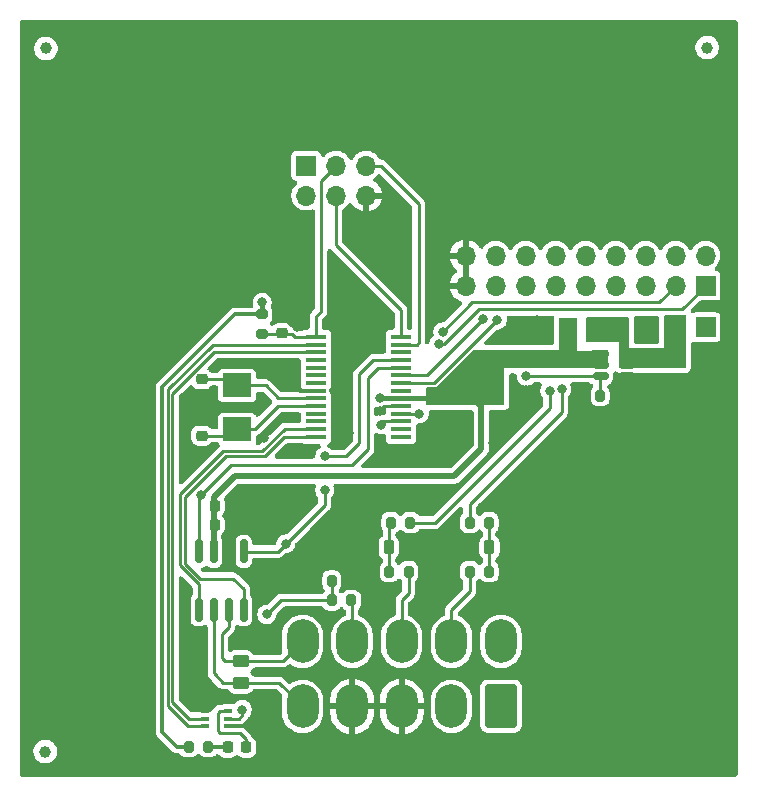
<source format=gbr>
G04 #@! TF.GenerationSoftware,KiCad,Pcbnew,9.0.0-rc2-6-ga1fa0bdb0b*
G04 #@! TF.CreationDate,2025-02-11T11:14:16+02:00*
G04 #@! TF.ProjectId,can_link_r1,63616e5f-6c69-46e6-9b5f-72312e6b6963,Rev 4*
G04 #@! TF.SameCoordinates,Original*
G04 #@! TF.FileFunction,Copper,L1,Top*
G04 #@! TF.FilePolarity,Positive*
%FSLAX46Y46*%
G04 Gerber Fmt 4.6, Leading zero omitted, Abs format (unit mm)*
G04 Created by KiCad (PCBNEW 9.0.0-rc2-6-ga1fa0bdb0b) date 2025-02-11 11:14:16*
%MOMM*%
%LPD*%
G01*
G04 APERTURE LIST*
G04 Aperture macros list*
%AMRoundRect*
0 Rectangle with rounded corners*
0 $1 Rounding radius*
0 $2 $3 $4 $5 $6 $7 $8 $9 X,Y pos of 4 corners*
0 Add a 4 corners polygon primitive as box body*
4,1,4,$2,$3,$4,$5,$6,$7,$8,$9,$2,$3,0*
0 Add four circle primitives for the rounded corners*
1,1,$1+$1,$2,$3*
1,1,$1+$1,$4,$5*
1,1,$1+$1,$6,$7*
1,1,$1+$1,$8,$9*
0 Add four rect primitives between the rounded corners*
20,1,$1+$1,$2,$3,$4,$5,0*
20,1,$1+$1,$4,$5,$6,$7,0*
20,1,$1+$1,$6,$7,$8,$9,0*
20,1,$1+$1,$8,$9,$2,$3,0*%
G04 Aperture macros list end*
G04 #@! TA.AperFunction,SMDPad,CuDef*
%ADD10RoundRect,0.150000X-0.150000X0.825000X-0.150000X-0.825000X0.150000X-0.825000X0.150000X0.825000X0*%
G04 #@! TD*
G04 #@! TA.AperFunction,SMDPad,CuDef*
%ADD11RoundRect,0.225000X-0.225000X-0.250000X0.225000X-0.250000X0.225000X0.250000X-0.225000X0.250000X0*%
G04 #@! TD*
G04 #@! TA.AperFunction,SMDPad,CuDef*
%ADD12RoundRect,0.250000X-0.450000X0.262500X-0.450000X-0.262500X0.450000X-0.262500X0.450000X0.262500X0*%
G04 #@! TD*
G04 #@! TA.AperFunction,SMDPad,CuDef*
%ADD13R,2.400000X2.000000*%
G04 #@! TD*
G04 #@! TA.AperFunction,SMDPad,CuDef*
%ADD14RoundRect,0.200000X-0.200000X-0.275000X0.200000X-0.275000X0.200000X0.275000X-0.200000X0.275000X0*%
G04 #@! TD*
G04 #@! TA.AperFunction,SMDPad,CuDef*
%ADD15RoundRect,0.200000X0.200000X0.275000X-0.200000X0.275000X-0.200000X-0.275000X0.200000X-0.275000X0*%
G04 #@! TD*
G04 #@! TA.AperFunction,SMDPad,CuDef*
%ADD16RoundRect,0.225000X-0.250000X0.225000X-0.250000X-0.225000X0.250000X-0.225000X0.250000X0.225000X0*%
G04 #@! TD*
G04 #@! TA.AperFunction,SMDPad,CuDef*
%ADD17R,1.750000X0.450000*%
G04 #@! TD*
G04 #@! TA.AperFunction,SMDPad,CuDef*
%ADD18RoundRect,0.225000X-0.225000X-0.375000X0.225000X-0.375000X0.225000X0.375000X-0.225000X0.375000X0*%
G04 #@! TD*
G04 #@! TA.AperFunction,SMDPad,CuDef*
%ADD19RoundRect,0.225000X0.250000X-0.225000X0.250000X0.225000X-0.250000X0.225000X-0.250000X-0.225000X0*%
G04 #@! TD*
G04 #@! TA.AperFunction,ComponentPad*
%ADD20R,1.700000X1.700000*%
G04 #@! TD*
G04 #@! TA.AperFunction,ComponentPad*
%ADD21O,1.700000X1.700000*%
G04 #@! TD*
G04 #@! TA.AperFunction,SMDPad,CuDef*
%ADD22RoundRect,0.218750X0.218750X0.256250X-0.218750X0.256250X-0.218750X-0.256250X0.218750X-0.256250X0*%
G04 #@! TD*
G04 #@! TA.AperFunction,SMDPad,CuDef*
%ADD23RoundRect,0.100000X-0.225000X-0.100000X0.225000X-0.100000X0.225000X0.100000X-0.225000X0.100000X0*%
G04 #@! TD*
G04 #@! TA.AperFunction,ComponentPad*
%ADD24RoundRect,0.250001X1.099999X1.599999X-1.099999X1.599999X-1.099999X-1.599999X1.099999X-1.599999X0*%
G04 #@! TD*
G04 #@! TA.AperFunction,ComponentPad*
%ADD25O,2.700000X3.700000*%
G04 #@! TD*
G04 #@! TA.AperFunction,SMDPad,CuDef*
%ADD26C,1.000000*%
G04 #@! TD*
G04 #@! TA.AperFunction,SMDPad,CuDef*
%ADD27RoundRect,0.150000X-0.512500X-0.150000X0.512500X-0.150000X0.512500X0.150000X-0.512500X0.150000X0*%
G04 #@! TD*
G04 #@! TA.AperFunction,SMDPad,CuDef*
%ADD28RoundRect,0.250000X-0.475000X0.250000X-0.475000X-0.250000X0.475000X-0.250000X0.475000X0.250000X0*%
G04 #@! TD*
G04 #@! TA.AperFunction,SMDPad,CuDef*
%ADD29RoundRect,0.200000X-0.275000X0.200000X-0.275000X-0.200000X0.275000X-0.200000X0.275000X0.200000X0*%
G04 #@! TD*
G04 #@! TA.AperFunction,SMDPad,CuDef*
%ADD30RoundRect,0.225000X0.225000X0.375000X-0.225000X0.375000X-0.225000X-0.375000X0.225000X-0.375000X0*%
G04 #@! TD*
G04 #@! TA.AperFunction,SMDPad,CuDef*
%ADD31RoundRect,0.250000X0.350000X0.450000X-0.350000X0.450000X-0.350000X-0.450000X0.350000X-0.450000X0*%
G04 #@! TD*
G04 #@! TA.AperFunction,ViaPad*
%ADD32C,0.800000*%
G04 #@! TD*
G04 #@! TA.AperFunction,Conductor*
%ADD33C,0.250000*%
G04 #@! TD*
G04 #@! TA.AperFunction,Conductor*
%ADD34C,0.300000*%
G04 #@! TD*
G04 #@! TA.AperFunction,Conductor*
%ADD35C,0.254000*%
G04 #@! TD*
G04 #@! TA.AperFunction,Conductor*
%ADD36C,0.500000*%
G04 #@! TD*
G04 #@! TA.AperFunction,Conductor*
%ADD37C,0.400000*%
G04 #@! TD*
G04 APERTURE END LIST*
D10*
G04 #@! TO.P,U4,1,TXD*
G04 #@! TO.N,/MCU/CAN_TX*
X150150000Y-115890000D03*
G04 #@! TO.P,U4,2,GND*
G04 #@! TO.N,GND*
X148880000Y-115890000D03*
G04 #@! TO.P,U4,3,VCC*
G04 #@! TO.N,+3V3*
X147610000Y-115890000D03*
G04 #@! TO.P,U4,4,RXD*
G04 #@! TO.N,/MCU/CAN_RX*
X146340000Y-115890000D03*
G04 #@! TO.P,U4,5,VIO*
G04 #@! TO.N,/MCU/CAN_VIO*
X146340000Y-120840000D03*
G04 #@! TO.P,U4,6,CANL*
G04 #@! TO.N,/CAN_N*
X147610000Y-120840000D03*
G04 #@! TO.P,U4,7,CANH*
G04 #@! TO.N,/CAN_P*
X148880000Y-120840000D03*
G04 #@! TO.P,U4,8,STB*
G04 #@! TO.N,/MCU/CAN_STBY*
X150150000Y-120840000D03*
G04 #@! TD*
D11*
G04 #@! TO.P,C5,1*
G04 #@! TO.N,+3V3*
X147695000Y-112025000D03*
G04 #@! TO.P,C5,2*
G04 #@! TO.N,GND*
X149245000Y-112025000D03*
G04 #@! TD*
D12*
G04 #@! TO.P,R14,1*
G04 #@! TO.N,/CAN_P*
X149900000Y-125187500D03*
G04 #@! TO.P,R14,2*
G04 #@! TO.N,/CAN_N*
X149900000Y-127012500D03*
G04 #@! TD*
D13*
G04 #@! TO.P,Y1,1,1*
G04 #@! TO.N,Net-(U3-OSC1_CLKIN{slash}RA7)*
X149590000Y-101840000D03*
G04 #@! TO.P,Y1,2,2*
G04 #@! TO.N,Net-(U3-OSC2_CLKOUT{slash}RA6)*
X149590000Y-105540000D03*
G04 #@! TD*
D14*
G04 #@! TO.P,R17,1*
G04 #@! TO.N,Net-(D4-K)*
X162600000Y-113450000D03*
G04 #@! TO.P,R17,2*
G04 #@! TO.N,/UART0_TX*
X164250000Y-113450000D03*
G04 #@! TD*
D15*
G04 #@! TO.P,R16,1*
G04 #@! TO.N,Net-(D3-K)*
X170925000Y-113450000D03*
G04 #@! TO.P,R16,2*
G04 #@! TO.N,/UART0_RX*
X169275000Y-113450000D03*
G04 #@! TD*
D16*
G04 #@! TO.P,C3,1*
G04 #@! TO.N,+3V3*
X166350000Y-102950000D03*
G04 #@! TO.P,C3,2*
G04 #@! TO.N,GND*
X166350000Y-104500000D03*
G04 #@! TD*
D17*
G04 #@! TO.P,U3,1,VPP/~{MCLR}/RE3*
G04 #@! TO.N,/MCU/RESET*
X156250000Y-97725000D03*
G04 #@! TO.P,U3,2,RA0*
G04 #@! TO.N,/MCU/OBD2_VIN*
X156250000Y-98375000D03*
G04 #@! TO.P,U3,3,RA1*
G04 #@! TO.N,/MCU/LED*
X156250000Y-99025000D03*
G04 #@! TO.P,U3,4,RA2*
G04 #@! TO.N,unconnected-(U3-RA2-Pad4)*
X156250000Y-99675000D03*
G04 #@! TO.P,U3,5,RA3*
G04 #@! TO.N,unconnected-(U3-RA3-Pad5)*
X156250000Y-100325000D03*
G04 #@! TO.P,U3,6,RA4*
G04 #@! TO.N,unconnected-(U3-RA4-Pad6)*
X156250000Y-100975000D03*
G04 #@! TO.P,U3,7,RA5*
G04 #@! TO.N,unconnected-(U3-RA5-Pad7)*
X156250000Y-101625000D03*
G04 #@! TO.P,U3,8,VSS*
G04 #@! TO.N,GND*
X156250000Y-102275000D03*
G04 #@! TO.P,U3,9,OSC1_CLKIN/RA7*
G04 #@! TO.N,Net-(U3-OSC1_CLKIN{slash}RA7)*
X156250000Y-102925000D03*
G04 #@! TO.P,U3,10,OSC2_CLKOUT/RA6*
G04 #@! TO.N,Net-(U3-OSC2_CLKOUT{slash}RA6)*
X156250000Y-103575000D03*
G04 #@! TO.P,U3,11,RC0/SOSCO*
G04 #@! TO.N,unconnected-(U3-RC0{slash}SOSCO-Pad11)*
X156250000Y-104225000D03*
G04 #@! TO.P,U3,12,RC1/SOSCI*
G04 #@! TO.N,unconnected-(U3-RC1{slash}SOSCI-Pad12)*
X156250000Y-104875000D03*
G04 #@! TO.P,U3,13,RC2*
G04 #@! TO.N,/MCU/CAN_VIO*
X156250000Y-105525000D03*
G04 #@! TO.P,U3,14,RC3*
G04 #@! TO.N,/MCU/CAN_STBY*
X156250000Y-106175000D03*
G04 #@! TO.P,U3,15,RC4*
G04 #@! TO.N,unconnected-(U3-RC4-Pad15)*
X163450000Y-106175000D03*
G04 #@! TO.P,U3,16,RC5*
G04 #@! TO.N,unconnected-(U3-RC5-Pad16)*
X163450000Y-105525000D03*
G04 #@! TO.P,U3,17,RC6*
G04 #@! TO.N,/MCU/PIC_TX*
X163450000Y-104875000D03*
G04 #@! TO.P,U3,18,RC7*
G04 #@! TO.N,/MCU/PIC_RX*
X163450000Y-104225000D03*
G04 #@! TO.P,U3,19,VSS*
G04 #@! TO.N,GND*
X163450000Y-103575000D03*
G04 #@! TO.P,U3,20,VDD*
G04 #@! TO.N,+3V3*
X163450000Y-102925000D03*
G04 #@! TO.P,U3,21,RB0*
G04 #@! TO.N,unconnected-(U3-RB0-Pad21)*
X163450000Y-102275000D03*
G04 #@! TO.P,U3,22,RB1*
G04 #@! TO.N,/MCU/PIC_PIN1*
X163450000Y-101625000D03*
G04 #@! TO.P,U3,23,RB2*
G04 #@! TO.N,/MCU/PIC_PIN2*
X163450000Y-100975000D03*
G04 #@! TO.P,U3,24,RB3*
G04 #@! TO.N,/MCU/CAN_RX*
X163450000Y-100325000D03*
G04 #@! TO.P,U3,25,RB4*
G04 #@! TO.N,/MCU/CAN_TX*
X163450000Y-99675000D03*
G04 #@! TO.P,U3,26,RB5*
G04 #@! TO.N,unconnected-(U3-RB5-Pad26)*
X163450000Y-99025000D03*
G04 #@! TO.P,U3,27,ICSPCLK/RB6*
G04 #@! TO.N,/MCU/ICSP_CLK*
X163450000Y-98375000D03*
G04 #@! TO.P,U3,28,ICSPDAT/RB7*
G04 #@! TO.N,/MCU/ICSP_DAT*
X163450000Y-97725000D03*
G04 #@! TD*
D18*
G04 #@! TO.P,D4,1,K*
G04 #@! TO.N,Net-(D4-K)*
X162425000Y-115550000D03*
G04 #@! TO.P,D4,2,A*
G04 #@! TO.N,GND*
X165725000Y-115550000D03*
G04 #@! TD*
D19*
G04 #@! TO.P,C1,1*
G04 #@! TO.N,/MCU/RESET*
X153350000Y-97425000D03*
G04 #@! TO.P,C1,2*
G04 #@! TO.N,GND*
X153350000Y-95875000D03*
G04 #@! TD*
D20*
G04 #@! TO.P,J1,1,UART1_TX*
G04 #@! TO.N,/MCU/PIC_RX*
X189255000Y-93393000D03*
D21*
G04 #@! TO.P,J1,2,PA1*
G04 #@! TO.N,unconnected-(J1-PA1-Pad2)*
X189255000Y-90853000D03*
G04 #@! TO.P,J1,3,UART1_RX*
G04 #@! TO.N,/MCU/PIC_TX*
X186715000Y-93393000D03*
G04 #@! TO.P,J1,4,PC24*
G04 #@! TO.N,unconnected-(J1-PC24-Pad4)*
X186715000Y-90853000D03*
G04 #@! TO.P,J1,5,GND*
G04 #@! TO.N,GND*
X184175000Y-93393000D03*
G04 #@! TO.P,J1,6,PC14*
G04 #@! TO.N,unconnected-(J1-PC14-Pad6)*
X184175000Y-90853000D03*
G04 #@! TO.P,J1,7,UART0_RX*
G04 #@! TO.N,/UART0_RX*
X181635000Y-93393000D03*
G04 #@! TO.P,J1,8,PC13*
G04 #@! TO.N,unconnected-(J1-PC13-Pad8)*
X181635000Y-90853000D03*
G04 #@! TO.P,J1,9,UART0_TX*
G04 #@! TO.N,/UART0_TX*
X179095000Y-93393000D03*
G04 #@! TO.P,J1,10,PC15*
G04 #@! TO.N,unconnected-(J1-PC15-Pad10)*
X179095000Y-90853000D03*
G04 #@! TO.P,J1,11,GND*
G04 #@! TO.N,GND*
X176555000Y-93393000D03*
G04 #@! TO.P,J1,12,PA2*
G04 #@! TO.N,/MCU/PIC_PIN1*
X176555000Y-90853000D03*
G04 #@! TO.P,J1,13,PC11*
G04 #@! TO.N,/3V3_ON*
X174015000Y-93393000D03*
G04 #@! TO.P,J1,14,TWI_SCL*
G04 #@! TO.N,unconnected-(J1-TWI_SCL-Pad14)*
X174015000Y-90853000D03*
G04 #@! TO.P,J1,15,PC10*
G04 #@! TO.N,/MCU/PIC_PIN2*
X171475000Y-93393000D03*
G04 #@! TO.P,J1,16,TWI_SDA*
G04 #@! TO.N,unconnected-(J1-TWI_SDA-Pad16)*
X171475000Y-90853000D03*
G04 #@! TO.P,J1,17,GND*
G04 #@! TO.N,GND*
X168935000Y-93393000D03*
G04 #@! TO.P,J1,18,GND*
X168935000Y-90853000D03*
G04 #@! TD*
D14*
G04 #@! TO.P,R2,1*
G04 #@! TO.N,+3V3*
X145475000Y-132435000D03*
G04 #@! TO.P,R2,2*
G04 #@! TO.N,Net-(D1-A)*
X147125000Y-132435000D03*
G04 #@! TD*
D22*
G04 #@! TO.P,D1,1,K*
G04 #@! TO.N,Net-(D1-K)*
X150362500Y-132475000D03*
G04 #@! TO.P,D1,2,A*
G04 #@! TO.N,Net-(D1-A)*
X148787500Y-132475000D03*
G04 #@! TD*
D14*
G04 #@! TO.P,R21,1*
G04 #@! TO.N,/3V3_ON*
X180325000Y-102700000D03*
G04 #@! TO.P,R21,2*
G04 #@! TO.N,GND*
X181975000Y-102700000D03*
G04 #@! TD*
D15*
G04 #@! TO.P,R20,1*
G04 #@! TO.N,/OBD2_VIN*
X159250000Y-120025000D03*
G04 #@! TO.P,R20,2*
G04 #@! TO.N,/OBD2_MEAS*
X157600000Y-120025000D03*
G04 #@! TD*
G04 #@! TO.P,R18,1*
G04 #@! TO.N,/SERIAL_TX*
X164100000Y-117600000D03*
G04 #@! TO.P,R18,2*
G04 #@! TO.N,Net-(D4-K)*
X162450000Y-117600000D03*
G04 #@! TD*
D16*
G04 #@! TO.P,C6,1*
G04 #@! TO.N,Net-(U3-OSC1_CLKIN{slash}RA7)*
X146580000Y-101300000D03*
G04 #@! TO.P,C6,2*
G04 #@! TO.N,GND*
X146580000Y-102850000D03*
G04 #@! TD*
D20*
G04 #@! TO.P,J2,1,VSYS*
G04 #@! TO.N,+VSYS*
X189255000Y-96899000D03*
D21*
G04 #@! TO.P,J2,2,3.3V*
G04 #@! TO.N,Net-(J2-3.3V)*
X186715000Y-96899000D03*
G04 #@! TD*
D11*
G04 #@! TO.P,C4,1*
G04 #@! TO.N,+3V3*
X147670000Y-113625000D03*
G04 #@! TO.P,C4,2*
G04 #@! TO.N,GND*
X149220000Y-113625000D03*
G04 #@! TD*
D19*
G04 #@! TO.P,C2,1*
G04 #@! TO.N,Net-(U3-OSC2_CLKOUT{slash}RA6)*
X146580000Y-106080000D03*
G04 #@! TO.P,C2,2*
G04 #@! TO.N,GND*
X146580000Y-104530000D03*
G04 #@! TD*
D23*
G04 #@! TO.P,U1,6*
G04 #@! TO.N,Net-(D1-K)*
X148800000Y-129400000D03*
G04 #@! TO.P,U1,5*
G04 #@! TO.N,/OBD2_MEAS*
X148800000Y-130050000D03*
G04 #@! TO.P,U1,4*
G04 #@! TO.N,GND*
X148800000Y-130700000D03*
G04 #@! TO.P,U1,3*
G04 #@! TO.N,/MCU/OBD2_VIN*
X146900000Y-130700000D03*
G04 #@! TO.P,U1,2*
G04 #@! TO.N,/MCU/LED*
X146900000Y-130050000D03*
G04 #@! TO.P,U1,1*
G04 #@! TO.N,GND*
X146900000Y-129400000D03*
G04 #@! TD*
D24*
G04 #@! TO.P,J3,1,Pin_1*
G04 #@! TO.N,unconnected-(J3-Pin_1-Pad1)*
X171925000Y-129000000D03*
D25*
G04 #@! TO.P,J3,2,Pin_2*
G04 #@! TO.N,unconnected-(J3-Pin_2-Pad2)*
X167725000Y-129000000D03*
G04 #@! TO.P,J3,3,Pin_3*
G04 #@! TO.N,GND*
X163525000Y-129000000D03*
G04 #@! TO.P,J3,4,Pin_4*
X159325000Y-129000000D03*
G04 #@! TO.P,J3,5,Pin_5*
G04 #@! TO.N,/CAN_N*
X155125000Y-129000000D03*
G04 #@! TO.P,J3,6,Pin_6*
G04 #@! TO.N,unconnected-(J3-Pin_6-Pad6)*
X171925000Y-123500000D03*
G04 #@! TO.P,J3,7,Pin_7*
G04 #@! TO.N,/SERIAL_RX*
X167725000Y-123500000D03*
G04 #@! TO.P,J3,8,Pin_8*
G04 #@! TO.N,/SERIAL_TX*
X163525000Y-123500000D03*
G04 #@! TO.P,J3,9,Pin_9*
G04 #@! TO.N,/OBD2_VIN*
X159325000Y-123500000D03*
G04 #@! TO.P,J3,10,Pin_10*
G04 #@! TO.N,/CAN_P*
X155125000Y-123500000D03*
G04 #@! TD*
D26*
G04 #@! TO.P,FID1,*
G04 #@! TO.N,*
X133344000Y-132840200D03*
G04 #@! TD*
G04 #@! TO.P,FID2,*
G04 #@! TO.N,*
X189376400Y-73226400D03*
G04 #@! TD*
D14*
G04 #@! TO.P,R15,1*
G04 #@! TO.N,/SERIAL_RX*
X169275000Y-117600000D03*
G04 #@! TO.P,R15,2*
G04 #@! TO.N,Net-(D3-K)*
X170925000Y-117600000D03*
G04 #@! TD*
D27*
G04 #@! TO.P,U2,1,OUT*
G04 #@! TO.N,+3V3*
X180350000Y-99150000D03*
G04 #@! TO.P,U2,2,OUT*
X180350000Y-100100000D03*
G04 #@! TO.P,U2,3,EN*
G04 #@! TO.N,/3V3_ON*
X180350000Y-101050000D03*
G04 #@! TO.P,U2,4,GND*
G04 #@! TO.N,GND*
X182625000Y-101050000D03*
G04 #@! TO.P,U2,5,IN*
G04 #@! TO.N,Net-(J2-3.3V)*
X182625000Y-100100000D03*
G04 #@! TO.P,U2,6,IN*
X182625000Y-99150000D03*
G04 #@! TD*
D28*
G04 #@! TO.P,C10,1*
G04 #@! TO.N,+3V3*
X168350000Y-102950000D03*
G04 #@! TO.P,C10,2*
G04 #@! TO.N,GND*
X168350000Y-104850000D03*
G04 #@! TD*
D29*
G04 #@! TO.P,R4,1*
G04 #@! TO.N,+3V3*
X151700000Y-95825000D03*
G04 #@! TO.P,R4,2*
G04 #@! TO.N,/MCU/RESET*
X151700000Y-97475000D03*
G04 #@! TD*
D26*
G04 #@! TO.P,FID3,*
G04 #@! TO.N,*
X133394800Y-73302600D03*
G04 #@! TD*
D30*
G04 #@! TO.P,D3,1,K*
G04 #@! TO.N,Net-(D3-K)*
X170950000Y-115550000D03*
G04 #@! TO.P,D3,2,A*
G04 #@! TO.N,GND*
X167650000Y-115550000D03*
G04 #@! TD*
D14*
G04 #@! TO.P,R19,1*
G04 #@! TO.N,/OBD2_MEAS*
X157600000Y-118375000D03*
G04 #@! TO.P,R19,2*
G04 #@! TO.N,GND*
X159250000Y-118375000D03*
G04 #@! TD*
D31*
G04 #@! TO.P,R1,1*
G04 #@! TO.N,Net-(J2-3.3V)*
X179710000Y-97140000D03*
G04 #@! TO.P,R1,2*
G04 #@! TO.N,+3V3*
X177710000Y-97140000D03*
G04 #@! TD*
D20*
G04 #@! TO.P,J4,1,Pin_1*
G04 #@! TO.N,+3V3*
X155425000Y-83225000D03*
D21*
G04 #@! TO.P,J4,2,Pin_2*
G04 #@! TO.N,unconnected-(J4-Pin_2-Pad2)*
X155425000Y-85765000D03*
G04 #@! TO.P,J4,3,Pin_3*
G04 #@! TO.N,/MCU/RESET*
X157965000Y-83225000D03*
G04 #@! TO.P,J4,4,Pin_4*
G04 #@! TO.N,/MCU/ICSP_DAT*
X157965000Y-85765000D03*
G04 #@! TO.P,J4,5,Pin_5*
G04 #@! TO.N,/MCU/ICSP_CLK*
X160505000Y-83225000D03*
G04 #@! TO.P,J4,6,Pin_6*
G04 #@! TO.N,GND*
X160505000Y-85765000D03*
G04 #@! TD*
D32*
G04 #@! TO.N,GND*
X142170000Y-107340000D03*
X142170000Y-130540000D03*
X142170000Y-124740000D03*
X142170000Y-118940000D03*
X142170000Y-113140000D03*
X145990000Y-129020000D03*
X150625000Y-130700000D03*
G04 #@! TO.N,/OBD2_MEAS*
X152100000Y-121225000D03*
X150025000Y-129275000D03*
G04 #@! TO.N,GND*
X191050000Y-110050000D03*
X149050000Y-72050000D03*
X157050000Y-72050000D03*
X141050000Y-81050000D03*
X155050000Y-134050000D03*
X191050000Y-112050000D03*
X147050000Y-72050000D03*
X161050000Y-72050000D03*
X132050000Y-126050000D03*
X150375000Y-122775000D03*
X132050000Y-118050000D03*
X143050000Y-72050000D03*
X132050000Y-82050000D03*
X175050000Y-134050000D03*
X178125000Y-103225000D03*
X132050000Y-96050000D03*
X132050000Y-100050000D03*
X151050000Y-72050000D03*
X166350000Y-105400000D03*
X187050000Y-134050000D03*
X146300000Y-123075000D03*
X135050000Y-134050000D03*
X173125000Y-105075000D03*
X191050000Y-134050000D03*
X157900000Y-91400000D03*
X182625000Y-101800000D03*
X157150000Y-113350000D03*
X154500000Y-101900000D03*
X175850000Y-97190000D03*
X163050000Y-134050000D03*
X173050000Y-134050000D03*
X184050000Y-121050000D03*
X159050000Y-134050000D03*
X163800000Y-110750000D03*
X159000000Y-101800000D03*
X191050000Y-116050000D03*
X132050000Y-130050000D03*
X132050000Y-108050000D03*
X147050000Y-134050000D03*
X132050000Y-72050000D03*
X150200000Y-112050000D03*
X171050000Y-134050000D03*
X132050000Y-128050000D03*
X167050000Y-134050000D03*
X169050000Y-72050000D03*
X132050000Y-80050000D03*
X175050000Y-72050000D03*
X132050000Y-74050000D03*
X158150000Y-97250000D03*
X166650000Y-115550000D03*
X181050000Y-113050000D03*
X138050000Y-96050000D03*
X144050000Y-77050000D03*
X157050000Y-134050000D03*
X191050000Y-118050000D03*
X150325000Y-94750000D03*
X132050000Y-98050000D03*
X191050000Y-124050000D03*
X179050000Y-72050000D03*
X191050000Y-79050000D03*
X172050000Y-85050000D03*
X163050000Y-72050000D03*
X151450000Y-119600000D03*
X181050000Y-134050000D03*
X132050000Y-92050000D03*
X150750000Y-110600000D03*
X178050000Y-113050000D03*
X165050000Y-72050000D03*
X132050000Y-112050000D03*
X159025000Y-105875000D03*
X191050000Y-104050000D03*
X176125000Y-106675000D03*
X145540000Y-104540000D03*
X151900000Y-106270000D03*
X165050000Y-134050000D03*
X132050000Y-102050000D03*
X138050000Y-100050000D03*
X144050000Y-81050000D03*
X181050000Y-117050000D03*
X145510000Y-102920000D03*
X154620000Y-96860000D03*
X168350000Y-105850000D03*
X161050000Y-134050000D03*
X132050000Y-86050000D03*
X153300000Y-110650000D03*
X151050000Y-134050000D03*
X178300000Y-102325000D03*
X145375000Y-109025000D03*
X152775000Y-100700000D03*
X172100000Y-110425000D03*
X185050000Y-134050000D03*
X138050000Y-77050000D03*
X178050000Y-121050000D03*
X191050000Y-108050000D03*
X147725000Y-100275000D03*
X148280000Y-128210000D03*
X141050000Y-96050000D03*
X183800000Y-101325000D03*
X167375000Y-108275000D03*
X159700000Y-94950000D03*
X191050000Y-85050000D03*
X138050000Y-85050000D03*
X162425000Y-95775000D03*
X139050000Y-72050000D03*
X174875000Y-103350000D03*
X161125000Y-108350000D03*
X153350000Y-94950000D03*
X141050000Y-134050000D03*
X163800000Y-94050000D03*
X177050000Y-72050000D03*
X159850000Y-110750000D03*
X163900000Y-86950000D03*
X184060000Y-97890000D03*
X191050000Y-128050000D03*
X132050000Y-124050000D03*
X170350000Y-112150000D03*
X150200000Y-113650000D03*
X143700000Y-99750000D03*
X144050000Y-96050000D03*
X159100000Y-89550000D03*
X184050000Y-117050000D03*
X132050000Y-78050000D03*
X144050000Y-85050000D03*
X154500000Y-112850000D03*
X132050000Y-90050000D03*
X153050000Y-72050000D03*
X161650000Y-104000000D03*
X167450000Y-110750000D03*
X191050000Y-114050000D03*
X191050000Y-75050000D03*
X183050000Y-72050000D03*
X154275000Y-104575000D03*
X191050000Y-126050000D03*
X175050000Y-81050000D03*
X149425000Y-123800000D03*
X132050000Y-88050000D03*
X141050000Y-72050000D03*
X132050000Y-104050000D03*
X132050000Y-84050000D03*
X178050000Y-117050000D03*
X145050000Y-134050000D03*
X132050000Y-106050000D03*
X166625000Y-96000000D03*
X178050000Y-85050000D03*
X181050000Y-121050000D03*
X191050000Y-132050000D03*
X191050000Y-102050000D03*
X191050000Y-77050000D03*
X132050000Y-120050000D03*
X191050000Y-87050000D03*
X139050000Y-134050000D03*
X169050000Y-134050000D03*
X146250000Y-125550000D03*
X141050000Y-104050000D03*
X171050000Y-72050000D03*
X137050000Y-72050000D03*
X141050000Y-85050000D03*
X159050000Y-72050000D03*
X172050000Y-81050000D03*
X137050000Y-134050000D03*
X159125000Y-100050000D03*
X184060000Y-96470000D03*
X185050000Y-72050000D03*
X171275000Y-106750000D03*
X161675000Y-98575000D03*
X191050000Y-120050000D03*
X132050000Y-116050000D03*
X175050000Y-85050000D03*
X147400000Y-107180000D03*
X152450000Y-112600000D03*
X153050000Y-134050000D03*
X181050000Y-72050000D03*
X191050000Y-122050000D03*
X145050000Y-72050000D03*
X174025000Y-102250000D03*
X173050000Y-72050000D03*
X149050000Y-134050000D03*
X184050000Y-113050000D03*
X143050000Y-134050000D03*
X179050000Y-134050000D03*
X172150000Y-98025000D03*
X151400000Y-118000000D03*
X177050000Y-134050000D03*
X175025000Y-97950000D03*
X191050000Y-89050000D03*
X152650000Y-114850000D03*
X155725000Y-107500000D03*
X191050000Y-106050000D03*
X132050000Y-76050000D03*
X132050000Y-114050000D03*
X154550000Y-100250000D03*
X155750000Y-114900000D03*
X191050000Y-83050000D03*
X135050000Y-72050000D03*
X141050000Y-77050000D03*
X132050000Y-122050000D03*
X189050000Y-134050000D03*
X132050000Y-94050000D03*
X155050000Y-72050000D03*
X141050000Y-100050000D03*
X145070000Y-121260000D03*
X167050000Y-72050000D03*
X138050000Y-104050000D03*
X183050000Y-134050000D03*
X138050000Y-81050000D03*
X191050000Y-130050000D03*
X173775000Y-109100000D03*
X191050000Y-100050000D03*
X182900000Y-102800000D03*
X191050000Y-81050000D03*
X153640000Y-113820000D03*
X178050000Y-81050000D03*
X159350000Y-114050000D03*
X132050000Y-110050000D03*
X160750000Y-118250000D03*
X187050000Y-72050000D03*
X175000000Y-96325000D03*
X172875000Y-96600000D03*
X155600000Y-110600000D03*
G04 #@! TO.N,/UART0_RX*
X177050000Y-102150000D03*
G04 #@! TO.N,/UART0_TX*
X176050000Y-102300000D03*
G04 #@! TO.N,+3V3*
X151700000Y-94800000D03*
X168490000Y-101010000D03*
X161700000Y-102900000D03*
G04 #@! TO.N,/MCU/PIC_TX*
X161800000Y-105150000D03*
X167000000Y-97300000D03*
G04 #@! TO.N,/MCU/PIC_RX*
X166650000Y-98350000D03*
X165000000Y-104250000D03*
G04 #@! TO.N,/3V3_ON*
X174050000Y-101050000D03*
G04 #@! TO.N,/MCU/CAN_RX*
X146545000Y-111105000D03*
G04 #@! TO.N,/MCU/CAN_TX*
X157000000Y-110700000D03*
X153700000Y-115250000D03*
X157000000Y-107850000D03*
G04 #@! TO.N,/MCU/PIC_PIN2*
X170380000Y-96230000D03*
G04 #@! TO.N,/MCU/PIC_PIN1*
X171620000Y-96300000D03*
G04 #@! TD*
D33*
G04 #@! TO.N,Net-(D1-K)*
X149837500Y-131275000D02*
X150362500Y-131800000D01*
X149750000Y-131275000D02*
X149600000Y-131275000D01*
X150362500Y-132475000D02*
X150362500Y-131800000D01*
X149750000Y-131275000D02*
X149837500Y-131275000D01*
D34*
G04 #@! TO.N,GND*
X150625000Y-130700000D02*
X151050000Y-130700000D01*
X148800000Y-130700000D02*
X150625000Y-130700000D01*
G04 #@! TO.N,Net-(D1-A)*
X148747500Y-132435000D02*
X148787500Y-132475000D01*
X147125000Y-132435000D02*
X148747500Y-132435000D01*
G04 #@! TO.N,+3V3*
X144510000Y-132435000D02*
X145475000Y-132435000D01*
X143225000Y-131150000D02*
X144510000Y-132435000D01*
X143225000Y-101975000D02*
X143225000Y-131150000D01*
X149375000Y-95825000D02*
X143225000Y-101975000D01*
X151700000Y-95825000D02*
X149375000Y-95825000D01*
D33*
G04 #@! TO.N,/MCU/OBD2_VIN*
X143700000Y-128975000D02*
X145425000Y-130700000D01*
X145425000Y-130700000D02*
X146900000Y-130700000D01*
X143700000Y-102175000D02*
X143700000Y-128975000D01*
X147500000Y-98375000D02*
X143700000Y-102175000D01*
X156250000Y-98375000D02*
X147500000Y-98375000D01*
G04 #@! TO.N,/MCU/LED*
X144100000Y-102525000D02*
X144825000Y-101800000D01*
X144350000Y-128850000D02*
X144100000Y-128600000D01*
X144825000Y-101800000D02*
X144725000Y-101900000D01*
X144100000Y-128600000D02*
X144100000Y-102525000D01*
X145550000Y-130050000D02*
X146900000Y-130050000D01*
X144350000Y-128850000D02*
X145550000Y-130050000D01*
X147600000Y-99025000D02*
X144825000Y-101800000D01*
X156250000Y-99025000D02*
X147600000Y-99025000D01*
G04 #@! TO.N,/OBD2_MEAS*
X157600000Y-120025000D02*
X157600000Y-118375000D01*
X153300000Y-120025000D02*
X152100000Y-121225000D01*
X157600000Y-120025000D02*
X153300000Y-120025000D01*
X150025000Y-129750000D02*
X150025000Y-129275000D01*
X148800000Y-130050000D02*
X149725000Y-130050000D01*
X149725000Y-130050000D02*
X150025000Y-129750000D01*
G04 #@! TO.N,Net-(D1-K)*
X148100000Y-131275000D02*
X148700000Y-131275000D01*
X147950000Y-129575000D02*
X147950000Y-131125000D01*
X148125000Y-129400000D02*
X147950000Y-129575000D01*
X148800000Y-129400000D02*
X148125000Y-129400000D01*
X147950000Y-131125000D02*
X148100000Y-131275000D01*
X148700000Y-131275000D02*
X149600000Y-131275000D01*
X148475000Y-131275000D02*
X148700000Y-131275000D01*
G04 #@! TO.N,Net-(D3-K)*
X170925000Y-113450000D02*
X170925000Y-117600000D01*
G04 #@! TO.N,Net-(D4-K)*
X162450000Y-117600000D02*
X162450000Y-113600000D01*
X162450000Y-113600000D02*
X162600000Y-113450000D01*
D35*
G04 #@! TO.N,GND*
X162025000Y-103575000D02*
X161800000Y-103800000D01*
X161800000Y-103800000D02*
X161800000Y-103850000D01*
D34*
X156250000Y-102275000D02*
X154875000Y-102275000D01*
D35*
X163450000Y-103575000D02*
X162025000Y-103575000D01*
D33*
X146580000Y-104530000D02*
X146580000Y-102850000D01*
D35*
X161800000Y-103850000D02*
X161650000Y-104000000D01*
D34*
X154875000Y-102275000D02*
X154800000Y-102200000D01*
D33*
G04 #@! TO.N,/MCU/RESET*
X154225000Y-97475000D02*
X151700000Y-97475000D01*
X154475000Y-97725000D02*
X154225000Y-97475000D01*
D35*
X156700000Y-95550000D02*
X156250000Y-96000000D01*
D33*
X156250000Y-97725000D02*
X154475000Y-97725000D01*
D35*
X157965000Y-83225000D02*
X156700000Y-84490000D01*
X156700000Y-84490000D02*
X156700000Y-95550000D01*
X156250000Y-96000000D02*
X156250000Y-97725000D01*
G04 #@! TO.N,/UART0_RX*
X177050000Y-104100000D02*
X177050000Y-102150000D01*
X169275000Y-113450000D02*
X169275000Y-111875000D01*
X169275000Y-111875000D02*
X171550000Y-109600000D01*
X171550000Y-109600000D02*
X177050000Y-104100000D01*
G04 #@! TO.N,/UART0_TX*
X166350000Y-113450000D02*
X170700000Y-109100000D01*
X176050000Y-103750000D02*
X176050000Y-102300000D01*
X164250000Y-113450000D02*
X166350000Y-113450000D01*
X170700000Y-109100000D02*
X176050000Y-103750000D01*
D36*
G04 #@! TO.N,+3V3*
X169650000Y-102950000D02*
X170250000Y-103550000D01*
X167950000Y-109500000D02*
X169775000Y-107675000D01*
X168350000Y-102950000D02*
X169650000Y-102950000D01*
X147610000Y-111290000D02*
X149400000Y-109500000D01*
X170250000Y-107200000D02*
X169775000Y-107675000D01*
D37*
X163450000Y-102925000D02*
X161725000Y-102925000D01*
D36*
X147610000Y-115900000D02*
X147610000Y-111290000D01*
X149400000Y-109500000D02*
X167950000Y-109500000D01*
X170250000Y-103550000D02*
X170250000Y-107200000D01*
D34*
X161725000Y-102925000D02*
X161700000Y-102900000D01*
D37*
X151700000Y-94800000D02*
X151700000Y-95825000D01*
D35*
G04 #@! TO.N,/MCU/ICSP_DAT*
X157965000Y-85765000D02*
X157965000Y-89965000D01*
X157965000Y-89965000D02*
X163450000Y-95450000D01*
X163450000Y-95450000D02*
X163450000Y-97725000D01*
G04 #@! TO.N,/MCU/ICSP_CLK*
X164775000Y-98375000D02*
X164950000Y-98200000D01*
X163450000Y-98375000D02*
X164775000Y-98375000D01*
X161725000Y-83225000D02*
X160505000Y-83225000D01*
X164950000Y-98200000D02*
X164950000Y-86450000D01*
X164950000Y-86450000D02*
X161725000Y-83225000D01*
D33*
G04 #@! TO.N,/SERIAL_TX*
X164100000Y-119400000D02*
X164100000Y-117600000D01*
X163525000Y-119975000D02*
X164100000Y-119400000D01*
X163525000Y-123500000D02*
X163525000Y-119975000D01*
G04 #@! TO.N,/SERIAL_RX*
X167725000Y-123500000D02*
X167725000Y-120825000D01*
X167725000Y-120825000D02*
X169275000Y-119275000D01*
X169275000Y-119275000D02*
X169275000Y-117600000D01*
G04 #@! TO.N,/MCU/CAN_VIO*
X144760000Y-117040990D02*
X144760000Y-117080000D01*
X144760495Y-117040495D02*
X144760000Y-117040990D01*
X153601009Y-105525000D02*
X151707009Y-107419000D01*
X144760000Y-117080000D02*
X146340000Y-118660000D01*
X156250000Y-105525000D02*
X153601009Y-105525000D01*
X151707009Y-107419000D02*
X148409446Y-107419000D01*
X148409446Y-107419000D02*
X144760495Y-111067951D01*
X144760495Y-111067951D02*
X144760495Y-117040495D01*
X146340000Y-118660000D02*
X146340000Y-120850000D01*
D35*
G04 #@! TO.N,/CAN_P*
X153437500Y-125187500D02*
X155125000Y-123500000D01*
X148587500Y-125187500D02*
X148300000Y-124900000D01*
X148880000Y-122320000D02*
X148880000Y-120850000D01*
X148300000Y-122900000D02*
X148880000Y-122320000D01*
X148300000Y-124900000D02*
X148300000Y-124420000D01*
X149900000Y-125187500D02*
X148587500Y-125187500D01*
X148300000Y-124420000D02*
X148300000Y-122900000D01*
X149900000Y-125187500D02*
X153437500Y-125187500D01*
X155125000Y-124250000D02*
X155125000Y-123500000D01*
G04 #@! TO.N,/CAN_N*
X153137500Y-127012500D02*
X155125000Y-129000000D01*
X147610000Y-120850000D02*
X147610000Y-126210000D01*
X147785000Y-126385000D02*
X148412500Y-127012500D01*
X148412500Y-127012500D02*
X149900000Y-127012500D01*
X147610000Y-126210000D02*
X147785000Y-126385000D01*
X149900000Y-127012500D02*
X153137500Y-127012500D01*
G04 #@! TO.N,/MCU/PIC_TX*
X163450000Y-104875000D02*
X161875000Y-104875000D01*
X186715000Y-93393000D02*
X185308000Y-94800000D01*
X163450000Y-104875000D02*
X162075000Y-104875000D01*
X185308000Y-94800000D02*
X169500000Y-94800000D01*
X162075000Y-104875000D02*
X161800000Y-105150000D01*
X169500000Y-94800000D02*
X167000000Y-97300000D01*
G04 #@! TO.N,/MCU/PIC_RX*
X170050000Y-95400000D02*
X187248000Y-95400000D01*
X166650000Y-98350000D02*
X167100000Y-98350000D01*
X167100000Y-98350000D02*
X170050000Y-95400000D01*
X165000000Y-104250000D02*
X163475000Y-104250000D01*
X163475000Y-104250000D02*
X163450000Y-104225000D01*
X187248000Y-95400000D02*
X189255000Y-93393000D01*
G04 #@! TO.N,/3V3_ON*
X180325000Y-101075000D02*
X180350000Y-101050000D01*
X174050000Y-101050000D02*
X180350000Y-101050000D01*
X180350000Y-101050000D02*
X178150000Y-101050000D01*
X180325000Y-102700000D02*
X180325000Y-101075000D01*
G04 #@! TO.N,/OBD2_VIN*
X159325000Y-120100000D02*
X159350000Y-120075000D01*
X159325000Y-123500000D02*
X159325000Y-120100000D01*
G04 #@! TO.N,/MCU/CAN_RX*
X159350000Y-108550000D02*
X157250000Y-108550000D01*
X160650000Y-107250000D02*
X159350000Y-108550000D01*
X146340000Y-111310000D02*
X146545000Y-111105000D01*
X146545000Y-111105000D02*
X149100000Y-108550000D01*
X149100000Y-108550000D02*
X157250000Y-108550000D01*
X160650000Y-101200000D02*
X160650000Y-107250000D01*
X146340000Y-115900000D02*
X146340000Y-111310000D01*
X161525000Y-100325000D02*
X160650000Y-101200000D01*
X163450000Y-100325000D02*
X161525000Y-100325000D01*
D33*
G04 #@! TO.N,/MCU/CAN_STBY*
X153595000Y-106175000D02*
X151950000Y-107820000D01*
D35*
X146450000Y-118200000D02*
X149250000Y-118200000D01*
D33*
X151950000Y-107820000D02*
X148630000Y-107820000D01*
X156250000Y-106175000D02*
X153595000Y-106175000D01*
D35*
X149250000Y-118200000D02*
X150150000Y-119100000D01*
X150150000Y-119100000D02*
X150150000Y-120850000D01*
X145200000Y-111250000D02*
X145200000Y-116950000D01*
X145200000Y-116950000D02*
X146450000Y-118200000D01*
D33*
X148630000Y-107820000D02*
X145200000Y-111250000D01*
D35*
G04 #@! TO.N,/MCU/CAN_TX*
X155300000Y-113650000D02*
X157000000Y-111950000D01*
X150160000Y-115900000D02*
X151150000Y-115900000D01*
X157000000Y-110700000D02*
X157000000Y-110650000D01*
X157000000Y-107850000D02*
X158800000Y-107850000D01*
X153700000Y-115250000D02*
X153050000Y-115900000D01*
X153050000Y-115900000D02*
X150160000Y-115900000D01*
X157000000Y-111950000D02*
X157000000Y-110700000D01*
X153700000Y-115250000D02*
X155300000Y-113650000D01*
X159900000Y-100900000D02*
X161125000Y-99675000D01*
X158800000Y-107850000D02*
X159900000Y-106750000D01*
X159900000Y-106750000D02*
X159900000Y-100900000D01*
X161125000Y-99675000D02*
X163450000Y-99675000D01*
X150160000Y-115900000D02*
X150150000Y-115890000D01*
D33*
G04 #@! TO.N,/MCU/PIC_PIN2*
X163450000Y-100975000D02*
X165635000Y-100975000D01*
X165635000Y-100975000D02*
X170380000Y-96230000D01*
G04 #@! TO.N,/MCU/PIC_PIN1*
X166295000Y-101625000D02*
X171620000Y-96300000D01*
X163450000Y-101625000D02*
X166295000Y-101625000D01*
G04 #@! TO.N,Net-(U3-OSC2_CLKOUT{slash}RA6)*
X151090000Y-105540000D02*
X149590000Y-105540000D01*
X156250000Y-103575000D02*
X153055000Y-103575000D01*
X146580000Y-106080000D02*
X149050000Y-106080000D01*
X149050000Y-106080000D02*
X149590000Y-105540000D01*
X153055000Y-103575000D02*
X151090000Y-105540000D01*
G04 #@! TO.N,Net-(U3-OSC1_CLKIN{slash}RA7)*
X151990000Y-101840000D02*
X149590000Y-101840000D01*
X153075000Y-102925000D02*
X151990000Y-101840000D01*
X146580000Y-101300000D02*
X149050000Y-101300000D01*
X149050000Y-101300000D02*
X149590000Y-101840000D01*
X156250000Y-102925000D02*
X153075000Y-102925000D01*
G04 #@! TO.N,/MCU/LED*
X156250000Y-99025000D02*
X156165000Y-98940000D01*
G04 #@! TD*
G04 #@! TA.AperFunction,Conductor*
G04 #@! TO.N,+3V3*
G36*
X178378326Y-96121674D02*
G01*
X178400000Y-96174000D01*
X178400000Y-98880000D01*
X180937651Y-98850859D01*
X180990222Y-98871931D01*
X181012495Y-98924004D01*
X181012500Y-98924854D01*
X181012500Y-100326000D01*
X180990826Y-100378326D01*
X180938500Y-100400000D01*
X172220000Y-100400000D01*
X172220000Y-103426000D01*
X172198326Y-103478326D01*
X172146000Y-103500000D01*
X167475000Y-103500000D01*
X165674000Y-103500000D01*
X165621674Y-103478326D01*
X165600000Y-103426000D01*
X165600000Y-103150000D01*
X164353464Y-103150000D01*
X164346217Y-103149644D01*
X164344754Y-103149500D01*
X164344748Y-103149500D01*
X162649000Y-103149500D01*
X162596674Y-103127826D01*
X162575000Y-103075500D01*
X162575000Y-102774500D01*
X162596674Y-102722174D01*
X162649000Y-102700500D01*
X164344754Y-102700500D01*
X164346217Y-102700356D01*
X164353464Y-102700000D01*
X165600000Y-102700000D01*
X165600000Y-102024500D01*
X165621674Y-101972174D01*
X165674000Y-101950500D01*
X166337851Y-101950500D01*
X166337853Y-101950500D01*
X166420639Y-101928318D01*
X166494862Y-101885465D01*
X169526369Y-98853957D01*
X169578359Y-98832286D01*
X176830000Y-98800000D01*
X176820275Y-96174273D01*
X176841755Y-96121868D01*
X176894000Y-96100001D01*
X176894274Y-96100000D01*
X178326000Y-96100000D01*
X178378326Y-96121674D01*
G37*
G04 #@! TD.AperFunction*
G04 #@! TD*
G04 #@! TA.AperFunction,Conductor*
G04 #@! TO.N,Net-(J2-3.3V)*
G36*
X187560485Y-95870312D02*
G01*
X187596145Y-95930397D01*
X187600000Y-95961077D01*
X187600000Y-100276000D01*
X187580315Y-100343039D01*
X187527511Y-100388794D01*
X187476000Y-100400000D01*
X183196667Y-100400000D01*
X183188688Y-100399572D01*
X183188683Y-100399678D01*
X183185379Y-100399500D01*
X183185373Y-100399500D01*
X183185366Y-100399500D01*
X182074000Y-100399500D01*
X182006961Y-100379815D01*
X181961206Y-100327011D01*
X181950000Y-100275500D01*
X181950000Y-98700007D01*
X181950000Y-98699999D01*
X181930000Y-98130000D01*
X181929999Y-98130000D01*
X179206432Y-98130000D01*
X179139393Y-98110315D01*
X179093638Y-98057511D01*
X179082455Y-98003593D01*
X179117639Y-96191593D01*
X179138622Y-96124948D01*
X179192304Y-96080227D01*
X179241616Y-96070000D01*
X182656000Y-96070000D01*
X182723039Y-96089685D01*
X182768794Y-96142489D01*
X182780000Y-96194000D01*
X182780000Y-98690700D01*
X182779999Y-98690700D01*
X185699999Y-98700000D01*
X185699999Y-98699999D01*
X185700000Y-98700000D01*
X185700000Y-96001500D01*
X185719685Y-95934461D01*
X185772489Y-95888706D01*
X185824000Y-95877500D01*
X187310861Y-95877500D01*
X187310864Y-95877500D01*
X187432308Y-95844959D01*
X187432309Y-95844957D01*
X187440158Y-95842855D01*
X187440787Y-95845203D01*
X187498002Y-95839045D01*
X187560485Y-95870312D01*
G37*
G04 #@! TD.AperFunction*
G04 #@! TD*
G04 #@! TA.AperFunction,Conductor*
G04 #@! TO.N,GND*
G36*
X145757623Y-101829350D02*
G01*
X145820246Y-101891974D01*
X145823036Y-101896550D01*
X145826569Y-101902525D01*
X145831830Y-101911420D01*
X145943580Y-102023170D01*
X145999161Y-102056040D01*
X146079609Y-102103618D01*
X146088800Y-102106288D01*
X146231373Y-102147709D01*
X146266837Y-102150500D01*
X146893162Y-102150499D01*
X146928627Y-102147709D01*
X147080390Y-102103618D01*
X147216420Y-102023170D01*
X147328170Y-101911420D01*
X147328173Y-101911414D01*
X147335064Y-101902532D01*
X147336126Y-101901661D01*
X147336721Y-101900426D01*
X147370316Y-101873633D01*
X147403556Y-101846386D01*
X147404888Y-101846062D01*
X147405962Y-101845207D01*
X147447871Y-101835641D01*
X147489626Y-101825518D01*
X147492305Y-101825500D01*
X147790500Y-101825500D01*
X147876843Y-101845207D01*
X147946084Y-101900426D01*
X147984511Y-101980218D01*
X147989500Y-102024500D01*
X147989500Y-102871518D01*
X148002323Y-102952480D01*
X148004353Y-102965300D01*
X148004354Y-102965303D01*
X148004354Y-102965305D01*
X148061951Y-103078344D01*
X148151657Y-103168050D01*
X148264692Y-103225644D01*
X148264696Y-103225646D01*
X148358481Y-103240500D01*
X150821518Y-103240499D01*
X150915304Y-103225646D01*
X151028342Y-103168050D01*
X151118050Y-103078342D01*
X151175646Y-102965304D01*
X151190500Y-102871519D01*
X151190500Y-102564500D01*
X151195489Y-102542641D01*
X151195489Y-102520218D01*
X151205217Y-102500016D01*
X151210207Y-102478157D01*
X151224188Y-102460625D01*
X151233916Y-102440426D01*
X151251446Y-102426446D01*
X151265426Y-102408916D01*
X151285625Y-102399188D01*
X151303157Y-102385207D01*
X151325016Y-102380217D01*
X151345218Y-102370489D01*
X151389500Y-102365500D01*
X151689903Y-102365500D01*
X151776246Y-102385207D01*
X151830617Y-102423786D01*
X152506116Y-103099285D01*
X152553235Y-103174273D01*
X152563151Y-103262280D01*
X152533900Y-103345873D01*
X152506116Y-103380713D01*
X151469399Y-104417430D01*
X151394411Y-104464549D01*
X151306404Y-104474465D01*
X151222811Y-104445214D01*
X151160187Y-104382590D01*
X151151375Y-104367061D01*
X151118049Y-104301656D01*
X151028342Y-104211949D01*
X150915307Y-104154355D01*
X150915304Y-104154354D01*
X150915302Y-104154353D01*
X150915300Y-104154353D01*
X150849818Y-104143982D01*
X150821519Y-104139500D01*
X150821518Y-104139500D01*
X148358481Y-104139500D01*
X148264696Y-104154354D01*
X148264694Y-104154354D01*
X148151655Y-104211951D01*
X148061949Y-104301657D01*
X148004355Y-104414692D01*
X148004353Y-104414699D01*
X147989500Y-104508481D01*
X147989500Y-105019737D01*
X147989501Y-105355500D01*
X147984512Y-105377358D01*
X147984512Y-105399782D01*
X147974783Y-105419983D01*
X147969794Y-105441843D01*
X147955812Y-105459375D01*
X147946085Y-105479574D01*
X147928557Y-105493552D01*
X147914576Y-105511084D01*
X147894374Y-105520812D01*
X147876844Y-105534793D01*
X147854984Y-105539782D01*
X147834783Y-105549511D01*
X147790501Y-105554500D01*
X147492305Y-105554500D01*
X147405962Y-105534793D01*
X147336721Y-105479574D01*
X147335064Y-105477468D01*
X147328169Y-105468579D01*
X147216420Y-105356830D01*
X147080390Y-105276381D01*
X146984400Y-105248494D01*
X146928627Y-105232291D01*
X146893163Y-105229500D01*
X146893157Y-105229500D01*
X146266842Y-105229500D01*
X146231372Y-105232291D01*
X146079608Y-105276382D01*
X145943579Y-105356830D01*
X145831830Y-105468579D01*
X145751381Y-105604609D01*
X145715392Y-105728486D01*
X145707291Y-105756373D01*
X145705312Y-105781527D01*
X145704500Y-105791842D01*
X145704500Y-106368157D01*
X145707291Y-106403627D01*
X145751382Y-106555391D01*
X145826574Y-106682532D01*
X145831830Y-106691420D01*
X145943580Y-106803170D01*
X145997763Y-106835214D01*
X146079609Y-106883618D01*
X146107496Y-106891719D01*
X146231373Y-106927709D01*
X146266837Y-106930500D01*
X146893162Y-106930499D01*
X146928627Y-106927709D01*
X147080390Y-106883618D01*
X147216420Y-106803170D01*
X147328170Y-106691420D01*
X147328173Y-106691414D01*
X147335064Y-106682532D01*
X147336126Y-106681661D01*
X147336721Y-106680426D01*
X147370316Y-106653633D01*
X147403556Y-106626386D01*
X147404888Y-106626062D01*
X147405962Y-106625207D01*
X147447871Y-106615641D01*
X147489626Y-106605518D01*
X147492305Y-106605500D01*
X147851935Y-106605500D01*
X147938278Y-106625207D01*
X148007519Y-106680426D01*
X148029245Y-106714156D01*
X148061949Y-106778341D01*
X148065142Y-106782736D01*
X148099948Y-106864173D01*
X148095973Y-106952647D01*
X148054003Y-107030635D01*
X148044861Y-107040415D01*
X147988941Y-107096335D01*
X144965214Y-110120062D01*
X144890226Y-110167181D01*
X144802219Y-110177097D01*
X144718626Y-110147846D01*
X144656002Y-110085222D01*
X144626751Y-110001629D01*
X144625500Y-109979348D01*
X144625500Y-102825097D01*
X144645207Y-102738754D01*
X144683786Y-102684383D01*
X144927743Y-102440426D01*
X145245505Y-102122665D01*
X145245505Y-102122663D01*
X145261881Y-102106288D01*
X145261884Y-102106283D01*
X145511038Y-101857130D01*
X145586023Y-101810015D01*
X145674029Y-101800099D01*
X145757623Y-101829350D01*
G37*
G04 #@! TD.AperFunction*
G04 #@! TA.AperFunction,Conductor*
G36*
X169486843Y-103925207D02*
G01*
X169556084Y-103980426D01*
X169594511Y-104060218D01*
X169599500Y-104104500D01*
X169599500Y-106848126D01*
X169579793Y-106934469D01*
X169541214Y-106988840D01*
X167738840Y-108791214D01*
X167663852Y-108838333D01*
X167598126Y-108849500D01*
X160276925Y-108849500D01*
X160190582Y-108829793D01*
X160121341Y-108774574D01*
X160082914Y-108694782D01*
X160082914Y-108606218D01*
X160121341Y-108526426D01*
X160136211Y-108509786D01*
X161072106Y-107573892D01*
X161141552Y-107453608D01*
X161177501Y-107319446D01*
X161177501Y-107180553D01*
X161177501Y-107168359D01*
X161177500Y-107168341D01*
X161177500Y-106056431D01*
X161197207Y-105970088D01*
X161252426Y-105900847D01*
X161332218Y-105862420D01*
X161420782Y-105862420D01*
X161452648Y-105872577D01*
X161566503Y-105919737D01*
X161721158Y-105950500D01*
X161721159Y-105950500D01*
X161878839Y-105950500D01*
X161878842Y-105950500D01*
X161936680Y-105938995D01*
X162025204Y-105941478D01*
X162103888Y-105982126D01*
X162157143Y-106052889D01*
X162174500Y-106134170D01*
X162174500Y-106431518D01*
X162187323Y-106512480D01*
X162189353Y-106525300D01*
X162189354Y-106525303D01*
X162189354Y-106525305D01*
X162246951Y-106638344D01*
X162336657Y-106728050D01*
X162397718Y-106759162D01*
X162449696Y-106785646D01*
X162543481Y-106800500D01*
X164356518Y-106800499D01*
X164450304Y-106785646D01*
X164563342Y-106728050D01*
X164653050Y-106638342D01*
X164710646Y-106525304D01*
X164725500Y-106431519D01*
X164725499Y-105918482D01*
X164719583Y-105881128D01*
X164719584Y-105818867D01*
X164725500Y-105781519D01*
X164725499Y-105268482D01*
X164725498Y-105268478D01*
X164725234Y-105265121D01*
X164725499Y-105263316D01*
X164725499Y-105260663D01*
X164725889Y-105260663D01*
X164738103Y-105177498D01*
X164787715Y-105104135D01*
X164864245Y-105059564D01*
X164923620Y-105050500D01*
X165078841Y-105050500D01*
X165078842Y-105050500D01*
X165233497Y-105019737D01*
X165379179Y-104959394D01*
X165510289Y-104871789D01*
X165621789Y-104760289D01*
X165709394Y-104629179D01*
X165769737Y-104483497D01*
X165800500Y-104328842D01*
X165800500Y-104171158D01*
X165794963Y-104143321D01*
X165797446Y-104054795D01*
X165838095Y-103976111D01*
X165908858Y-103922856D01*
X165990139Y-103905500D01*
X169400500Y-103905500D01*
X169486843Y-103925207D01*
G37*
G04 #@! TD.AperFunction*
G04 #@! TA.AperFunction,Conductor*
G36*
X155121155Y-106720207D02*
G01*
X155125156Y-106722190D01*
X155197718Y-106759162D01*
X155249696Y-106785646D01*
X155343481Y-106800500D01*
X156473812Y-106800499D01*
X156560154Y-106820206D01*
X156629395Y-106875424D01*
X156667822Y-106955217D01*
X156667822Y-107043780D01*
X156629396Y-107123573D01*
X156584371Y-107164961D01*
X156489711Y-107228211D01*
X156489707Y-107228214D01*
X156378214Y-107339707D01*
X156378208Y-107339715D01*
X156290607Y-107470818D01*
X156290603Y-107470825D01*
X156230264Y-107616499D01*
X156230262Y-107616506D01*
X156199500Y-107771158D01*
X156199500Y-107823500D01*
X156179793Y-107909843D01*
X156124574Y-107979084D01*
X156044782Y-108017511D01*
X156000500Y-108022500D01*
X152971097Y-108022500D01*
X152884754Y-108002793D01*
X152815513Y-107947574D01*
X152777086Y-107867782D01*
X152777086Y-107779218D01*
X152815513Y-107699426D01*
X152830383Y-107682786D01*
X153754383Y-106758786D01*
X153829371Y-106711667D01*
X153895097Y-106700500D01*
X155034812Y-106700500D01*
X155121155Y-106720207D01*
G37*
G04 #@! TD.AperFunction*
G04 #@! TA.AperFunction,Conductor*
G36*
X157550574Y-90298342D02*
G01*
X157567214Y-90313212D01*
X157652447Y-90398445D01*
X157652453Y-90398450D01*
X162864214Y-95610211D01*
X162911333Y-95685199D01*
X162922500Y-95750925D01*
X162922500Y-96900500D01*
X162902793Y-96986843D01*
X162847574Y-97056084D01*
X162767782Y-97094511D01*
X162723501Y-97099500D01*
X162543481Y-97099500D01*
X162449696Y-97114354D01*
X162449694Y-97114354D01*
X162336655Y-97171951D01*
X162246949Y-97261657D01*
X162189355Y-97374692D01*
X162189353Y-97374699D01*
X162174501Y-97468474D01*
X162174500Y-97468488D01*
X162174500Y-97981518D01*
X162174501Y-97981520D01*
X162180416Y-98018877D01*
X162180416Y-98081123D01*
X162174500Y-98118482D01*
X162174500Y-98631518D01*
X162174501Y-98631520D01*
X162180416Y-98668877D01*
X162182752Y-98706693D01*
X162182338Y-98718991D01*
X162174500Y-98768481D01*
X162174500Y-98951823D01*
X162174387Y-98955195D01*
X162163920Y-98994852D01*
X162154793Y-99034843D01*
X162152660Y-99037517D01*
X162151787Y-99040826D01*
X162125136Y-99072030D01*
X162099574Y-99104084D01*
X162096493Y-99105567D01*
X162094270Y-99108171D01*
X162056723Y-99124720D01*
X162019782Y-99142511D01*
X162015186Y-99143028D01*
X162013230Y-99143891D01*
X162008843Y-99143743D01*
X161975500Y-99147500D01*
X161206658Y-99147500D01*
X161206642Y-99147499D01*
X161194447Y-99147499D01*
X161055554Y-99147499D01*
X161055551Y-99147499D01*
X160921392Y-99183448D01*
X160921388Y-99183449D01*
X160801108Y-99252893D01*
X159477933Y-100576068D01*
X159477932Y-100576069D01*
X159477895Y-100576107D01*
X159473657Y-100583448D01*
X159408448Y-100696392D01*
X159394860Y-100747105D01*
X159390356Y-100763911D01*
X159390356Y-100763913D01*
X159372500Y-100830550D01*
X159372500Y-106449075D01*
X159352793Y-106535418D01*
X159314214Y-106589789D01*
X158639789Y-107264214D01*
X158564801Y-107311333D01*
X158499075Y-107322500D01*
X157687006Y-107322500D01*
X157600663Y-107302793D01*
X157577411Y-107289602D01*
X157560564Y-107278486D01*
X157510289Y-107228211D01*
X157379179Y-107140606D01*
X157305068Y-107109908D01*
X157289193Y-107099434D01*
X157271400Y-107080832D01*
X157250405Y-107065935D01*
X157241170Y-107049227D01*
X157227977Y-107035433D01*
X157220017Y-107010953D01*
X157207565Y-106988422D01*
X157206494Y-106969361D01*
X157200593Y-106951210D01*
X157204043Y-106925700D01*
X157202600Y-106899998D01*
X157209904Y-106882363D01*
X157212463Y-106863446D01*
X157226641Y-106841957D01*
X157236492Y-106818176D01*
X157250724Y-106805456D01*
X157261238Y-106789523D01*
X157283332Y-106776316D01*
X157302528Y-106759162D01*
X157308419Y-106756034D01*
X157363342Y-106728050D01*
X157453050Y-106638342D01*
X157510646Y-106525304D01*
X157525500Y-106431519D01*
X157525499Y-105918482D01*
X157519583Y-105881128D01*
X157519584Y-105818867D01*
X157525500Y-105781519D01*
X157525499Y-105268482D01*
X157519583Y-105231128D01*
X157519584Y-105168867D01*
X157525500Y-105131519D01*
X157525499Y-104618482D01*
X157519583Y-104581128D01*
X157519584Y-104518867D01*
X157525186Y-104483500D01*
X157525500Y-104481519D01*
X157525499Y-103968482D01*
X157519583Y-103931128D01*
X157519584Y-103868867D01*
X157525500Y-103831519D01*
X157525499Y-103318482D01*
X157519583Y-103281128D01*
X157519584Y-103218867D01*
X157525500Y-103181519D01*
X157525499Y-102668482D01*
X157524201Y-102660289D01*
X157523468Y-102655658D01*
X157510646Y-102574696D01*
X157453050Y-102461658D01*
X157453049Y-102461657D01*
X157453048Y-102461655D01*
X157407107Y-102415714D01*
X157359988Y-102340726D01*
X157350072Y-102252719D01*
X157379323Y-102169126D01*
X157407107Y-102134286D01*
X157453049Y-102088343D01*
X157453050Y-102088342D01*
X157464176Y-102066506D01*
X157510646Y-101975304D01*
X157525500Y-101881519D01*
X157525499Y-101368482D01*
X157519583Y-101331128D01*
X157519584Y-101268867D01*
X157525500Y-101231519D01*
X157525499Y-100718482D01*
X157519583Y-100681128D01*
X157519584Y-100618867D01*
X157522310Y-100601657D01*
X157525500Y-100581519D01*
X157525499Y-100068482D01*
X157519583Y-100031128D01*
X157519584Y-99968867D01*
X157525500Y-99931519D01*
X157525499Y-99418482D01*
X157519583Y-99381128D01*
X157519584Y-99318867D01*
X157525500Y-99281519D01*
X157525499Y-98768482D01*
X157519583Y-98731128D01*
X157519584Y-98668867D01*
X157521606Y-98656103D01*
X157525500Y-98631519D01*
X157525499Y-98118482D01*
X157519583Y-98081128D01*
X157519584Y-98018867D01*
X157525500Y-97981519D01*
X157525499Y-97468482D01*
X157510646Y-97374696D01*
X157453050Y-97261658D01*
X157453049Y-97261657D01*
X157453048Y-97261655D01*
X157363342Y-97171949D01*
X157250307Y-97114355D01*
X157250304Y-97114354D01*
X157250302Y-97114353D01*
X157250300Y-97114353D01*
X157156519Y-97099500D01*
X156976500Y-97099500D01*
X156890157Y-97079793D01*
X156820916Y-97024574D01*
X156782489Y-96944782D01*
X156777500Y-96900500D01*
X156777500Y-96300925D01*
X156784928Y-96268376D01*
X156788667Y-96235200D01*
X156794688Y-96225616D01*
X156797207Y-96214582D01*
X156835783Y-96160213D01*
X157007509Y-95988486D01*
X157007513Y-95988484D01*
X157023891Y-95972105D01*
X157023893Y-95972105D01*
X157122105Y-95873893D01*
X157166850Y-95796392D01*
X157191552Y-95753608D01*
X157215735Y-95663354D01*
X157227500Y-95619447D01*
X157227500Y-90453926D01*
X157247207Y-90367583D01*
X157302426Y-90298342D01*
X157382218Y-90259915D01*
X157470782Y-90259915D01*
X157550574Y-90298342D01*
G37*
G04 #@! TD.AperFunction*
G04 #@! TA.AperFunction,Conductor*
G36*
X154794158Y-104104758D02*
G01*
X154813284Y-104104120D01*
X154836791Y-104114488D01*
X154861844Y-104120207D01*
X154876806Y-104132139D01*
X154894314Y-104139862D01*
X154910996Y-104159405D01*
X154931085Y-104175426D01*
X154939387Y-104192665D01*
X154951813Y-104207222D01*
X154958363Y-104232068D01*
X154969512Y-104255218D01*
X154973277Y-104288638D01*
X154974390Y-104292859D01*
X154974500Y-104296168D01*
X154974501Y-104481518D01*
X154982342Y-104531033D01*
X154982754Y-104543357D01*
X154980416Y-104581123D01*
X154974500Y-104618482D01*
X154974500Y-104800500D01*
X154954793Y-104886843D01*
X154899574Y-104956084D01*
X154819782Y-104994511D01*
X154775500Y-104999500D01*
X153531821Y-104999500D01*
X153475845Y-105014500D01*
X153439795Y-105024159D01*
X153398171Y-105035312D01*
X153278344Y-105104494D01*
X153278343Y-105104495D01*
X153213972Y-105168867D01*
X153180504Y-105202335D01*
X153180502Y-105202337D01*
X152345584Y-106037256D01*
X151547626Y-106835214D01*
X151519356Y-106852977D01*
X151493255Y-106873793D01*
X151482221Y-106876311D01*
X151472638Y-106882333D01*
X151406912Y-106893500D01*
X151372502Y-106893500D01*
X151286159Y-106873793D01*
X151216918Y-106818574D01*
X151178491Y-106738782D01*
X151175952Y-106663369D01*
X151181997Y-106625207D01*
X151190500Y-106571519D01*
X151190499Y-106203664D01*
X151210206Y-106117323D01*
X151265424Y-106048081D01*
X151289999Y-106031326D01*
X151375216Y-105982126D01*
X151412665Y-105960505D01*
X151510505Y-105862665D01*
X151510505Y-105862663D01*
X151526884Y-105846285D01*
X151526887Y-105846280D01*
X153214384Y-104158786D01*
X153289373Y-104111667D01*
X153355098Y-104100500D01*
X154775501Y-104100500D01*
X154794158Y-104104758D01*
G37*
G04 #@! TD.AperFunction*
G04 #@! TA.AperFunction,Conductor*
G36*
X161452648Y-103663998D02*
G01*
X161466503Y-103669737D01*
X161621158Y-103700500D01*
X161621159Y-103700500D01*
X161778841Y-103700500D01*
X161778842Y-103700500D01*
X161922372Y-103671950D01*
X161943085Y-103667830D01*
X161943379Y-103669309D01*
X161944500Y-103669231D01*
X161955730Y-103664509D01*
X161988230Y-103666158D01*
X162020693Y-103663878D01*
X162032012Y-103668381D01*
X162044180Y-103668999D01*
X162072748Y-103684588D01*
X162102983Y-103696617D01*
X162111226Y-103705584D01*
X162121922Y-103711421D01*
X162140898Y-103737862D01*
X162162919Y-103761818D01*
X162166455Y-103773474D01*
X162173559Y-103783373D01*
X162176282Y-103805867D01*
X162188630Y-103846567D01*
X162188863Y-103870604D01*
X162188325Y-103881188D01*
X162174500Y-103968481D01*
X162174500Y-104153536D01*
X162174244Y-104158589D01*
X162163551Y-104196468D01*
X162154793Y-104234843D01*
X162151583Y-104238867D01*
X162150185Y-104243822D01*
X162124108Y-104273319D01*
X162099574Y-104304084D01*
X162094937Y-104306316D01*
X162091527Y-104310175D01*
X162055242Y-104325433D01*
X162019782Y-104342511D01*
X162012748Y-104343303D01*
X162009889Y-104344506D01*
X162004501Y-104344232D01*
X161975500Y-104347500D01*
X161805553Y-104347500D01*
X161805550Y-104347500D01*
X161803292Y-104347798D01*
X161777318Y-104349500D01*
X161721158Y-104349500D01*
X161674796Y-104358722D01*
X161566506Y-104380262D01*
X161566504Y-104380262D01*
X161566503Y-104380263D01*
X161461170Y-104423893D01*
X161452653Y-104427421D01*
X161435999Y-104430250D01*
X161420782Y-104437579D01*
X161392864Y-104437579D01*
X161365341Y-104442255D01*
X161349111Y-104437579D01*
X161332218Y-104437579D01*
X161307065Y-104425465D01*
X161280239Y-104417737D01*
X161267643Y-104406480D01*
X161252426Y-104399152D01*
X161235019Y-104377324D01*
X161214203Y-104358722D01*
X161207739Y-104343118D01*
X161197207Y-104329911D01*
X161190994Y-104302692D01*
X161180311Y-104276900D01*
X161177500Y-104243568D01*
X161177500Y-103847852D01*
X161197207Y-103761509D01*
X161252426Y-103692268D01*
X161332218Y-103653841D01*
X161420782Y-103653841D01*
X161452648Y-103663998D01*
G37*
G04 #@! TD.AperFunction*
G04 #@! TA.AperFunction,Conductor*
G36*
X154794158Y-99554758D02*
G01*
X154813284Y-99554120D01*
X154836791Y-99564488D01*
X154861844Y-99570207D01*
X154876806Y-99582139D01*
X154894314Y-99589862D01*
X154910996Y-99609405D01*
X154931085Y-99625426D01*
X154939387Y-99642665D01*
X154951813Y-99657222D01*
X154958363Y-99682068D01*
X154969512Y-99705218D01*
X154973277Y-99738638D01*
X154974390Y-99742859D01*
X154974500Y-99746168D01*
X154974501Y-99931518D01*
X154982342Y-99981033D01*
X154982754Y-99993357D01*
X154980416Y-100031123D01*
X154974500Y-100068482D01*
X154974500Y-100581518D01*
X154974501Y-100581520D01*
X154980416Y-100618877D01*
X154980416Y-100681123D01*
X154978179Y-100695250D01*
X154975100Y-100714696D01*
X154974500Y-100718482D01*
X154974500Y-101231518D01*
X154974501Y-101231520D01*
X154980416Y-101268877D01*
X154980416Y-101331123D01*
X154974500Y-101368482D01*
X154974500Y-101881518D01*
X154987323Y-101962480D01*
X154989353Y-101975300D01*
X154989354Y-101975303D01*
X154989354Y-101975305D01*
X155054060Y-102102296D01*
X155051937Y-102103377D01*
X155078262Y-102164966D01*
X155074289Y-102253440D01*
X155032322Y-102331429D01*
X154960674Y-102383485D01*
X154882460Y-102399500D01*
X153375098Y-102399500D01*
X153288755Y-102379793D01*
X153234384Y-102341214D01*
X152421850Y-101528681D01*
X152421848Y-101528678D01*
X152312665Y-101419495D01*
X152312661Y-101419492D01*
X152192838Y-101350313D01*
X152192833Y-101350311D01*
X152164586Y-101342741D01*
X152164586Y-101342740D01*
X152059185Y-101314499D01*
X152059183Y-101314499D01*
X151920817Y-101314499D01*
X151908622Y-101314499D01*
X151908606Y-101314500D01*
X151389499Y-101314500D01*
X151303156Y-101294793D01*
X151233915Y-101239574D01*
X151195488Y-101159782D01*
X151190499Y-101115500D01*
X151190499Y-100808481D01*
X151185117Y-100774500D01*
X151175646Y-100714696D01*
X151118050Y-100601658D01*
X151118049Y-100601657D01*
X151118048Y-100601655D01*
X151028342Y-100511949D01*
X150915307Y-100454355D01*
X150915304Y-100454354D01*
X150915302Y-100454353D01*
X150915300Y-100454353D01*
X150849818Y-100443982D01*
X150821519Y-100439500D01*
X150821518Y-100439500D01*
X148358481Y-100439500D01*
X148264696Y-100454354D01*
X148264694Y-100454354D01*
X148151655Y-100511951D01*
X148061949Y-100601657D01*
X148029245Y-100665844D01*
X148016289Y-100681361D01*
X148007519Y-100699574D01*
X147988267Y-100714926D01*
X147972487Y-100733829D01*
X147954083Y-100742188D01*
X147938278Y-100754793D01*
X147914268Y-100760272D01*
X147891852Y-100770455D01*
X147851935Y-100774500D01*
X147492305Y-100774500D01*
X147405962Y-100754793D01*
X147336721Y-100699574D01*
X147335064Y-100697468D01*
X147328169Y-100688579D01*
X147216421Y-100576831D01*
X147216420Y-100576830D01*
X147170127Y-100549452D01*
X147105842Y-100488537D01*
X147074352Y-100405761D01*
X147081895Y-100317520D01*
X147126978Y-100241290D01*
X147130624Y-100237544D01*
X147759386Y-99608783D01*
X147834373Y-99561667D01*
X147900098Y-99550500D01*
X154775501Y-99550500D01*
X154794158Y-99554758D01*
G37*
G04 #@! TD.AperFunction*
G04 #@! TA.AperFunction,Conductor*
G36*
X176257488Y-95935820D02*
G01*
X176294433Y-95941532D01*
X176300360Y-95945605D01*
X176307375Y-95947207D01*
X176336606Y-95970518D01*
X176367419Y-95991697D01*
X176370993Y-95997941D01*
X176376616Y-96002426D01*
X176392838Y-96036110D01*
X176411411Y-96068562D01*
X176411921Y-96075736D01*
X176415043Y-96082218D01*
X176417696Y-96156902D01*
X176414777Y-96175778D01*
X176422265Y-98197458D01*
X176402877Y-98283873D01*
X176347916Y-98353319D01*
X176268266Y-98392040D01*
X176224152Y-98397193D01*
X170722793Y-98421686D01*
X170636363Y-98402363D01*
X170566876Y-98347454D01*
X170528095Y-98267833D01*
X170527701Y-98179271D01*
X170565772Y-98099307D01*
X170581182Y-98081985D01*
X171504383Y-97158786D01*
X171579372Y-97111667D01*
X171645097Y-97100500D01*
X171698841Y-97100500D01*
X171698842Y-97100500D01*
X171853497Y-97069737D01*
X171999179Y-97009394D01*
X172130289Y-96921789D01*
X172241789Y-96810289D01*
X172329394Y-96679179D01*
X172389737Y-96533497D01*
X172420500Y-96378842D01*
X172420500Y-96221158D01*
X172409393Y-96165319D01*
X172411878Y-96076793D01*
X172452527Y-95998110D01*
X172523291Y-95944856D01*
X172604570Y-95927500D01*
X176221032Y-95927500D01*
X176257488Y-95935820D01*
G37*
G04 #@! TD.AperFunction*
G04 #@! TA.AperFunction,Conductor*
G36*
X185181843Y-95947207D02*
G01*
X185251084Y-96002426D01*
X185289511Y-96082218D01*
X185294500Y-96126500D01*
X185294500Y-98093571D01*
X185274793Y-98179914D01*
X185219574Y-98249155D01*
X185139782Y-98287582D01*
X185094866Y-98292570D01*
X183383866Y-98287120D01*
X183297586Y-98267138D01*
X183228521Y-98211699D01*
X183190349Y-98131784D01*
X183185500Y-98088121D01*
X183185500Y-96194007D01*
X183185500Y-96194000D01*
X183180529Y-96147770D01*
X183190893Y-96059819D01*
X183238393Y-95985071D01*
X183313621Y-95938335D01*
X183378389Y-95927500D01*
X185095500Y-95927500D01*
X185181843Y-95947207D01*
G37*
G04 #@! TD.AperFunction*
G04 #@! TA.AperFunction,Conductor*
G36*
X161701973Y-83968202D02*
G01*
X161764478Y-84010475D01*
X164364214Y-86610211D01*
X164411333Y-86685199D01*
X164422500Y-86750925D01*
X164422500Y-96900500D01*
X164402793Y-96986843D01*
X164347574Y-97056084D01*
X164267782Y-97094511D01*
X164223500Y-97099500D01*
X164176500Y-97099500D01*
X164090157Y-97079793D01*
X164020916Y-97024574D01*
X163982489Y-96944782D01*
X163977500Y-96900500D01*
X163977500Y-95380552D01*
X163949083Y-95274500D01*
X163941552Y-95246393D01*
X163941550Y-95246389D01*
X163941548Y-95246385D01*
X163872109Y-95126112D01*
X163872106Y-95126108D01*
X158550786Y-89804788D01*
X158503667Y-89729800D01*
X158492500Y-89664074D01*
X158492500Y-87021642D01*
X158512207Y-86935299D01*
X158567426Y-86866058D01*
X158601157Y-86844331D01*
X158620405Y-86834524D01*
X158779646Y-86718828D01*
X158918828Y-86579646D01*
X159008406Y-86456353D01*
X159075100Y-86398085D01*
X159160472Y-86374524D01*
X159247612Y-86390338D01*
X159319261Y-86442395D01*
X159338410Y-86470709D01*
X159339445Y-86470076D01*
X159343528Y-86476739D01*
X159469180Y-86649681D01*
X159469181Y-86649683D01*
X159620316Y-86800818D01*
X159620318Y-86800819D01*
X159793255Y-86926467D01*
X159983708Y-87023507D01*
X159983710Y-87023508D01*
X160186998Y-87089560D01*
X160250999Y-87099697D01*
X160251000Y-87099696D01*
X160251000Y-86195702D01*
X160312007Y-86230925D01*
X160439174Y-86265000D01*
X160570826Y-86265000D01*
X160697993Y-86230925D01*
X160759000Y-86195702D01*
X160759000Y-87099697D01*
X160823001Y-87089560D01*
X161026289Y-87023508D01*
X161026291Y-87023507D01*
X161216744Y-86926467D01*
X161389681Y-86800819D01*
X161389683Y-86800818D01*
X161540818Y-86649683D01*
X161540819Y-86649681D01*
X161666467Y-86476744D01*
X161763507Y-86286291D01*
X161763509Y-86286285D01*
X161829561Y-86082997D01*
X161839698Y-86019000D01*
X160935703Y-86019000D01*
X160970925Y-85957993D01*
X161005000Y-85830826D01*
X161005000Y-85699174D01*
X160970925Y-85572007D01*
X160935703Y-85511000D01*
X161839698Y-85511000D01*
X161829561Y-85447002D01*
X161763509Y-85243714D01*
X161763507Y-85243708D01*
X161666467Y-85053255D01*
X161540819Y-84880318D01*
X161540818Y-84880316D01*
X161389683Y-84729181D01*
X161389681Y-84729180D01*
X161216739Y-84603528D01*
X161210076Y-84599445D01*
X161211498Y-84597123D01*
X161154994Y-84549950D01*
X161118368Y-84469315D01*
X161120356Y-84380774D01*
X161160564Y-84301863D01*
X161196352Y-84268406D01*
X161319646Y-84178828D01*
X161458828Y-84039646D01*
X161462769Y-84034220D01*
X161529461Y-83975952D01*
X161614832Y-83952390D01*
X161701973Y-83968202D01*
G37*
G04 #@! TD.AperFunction*
G04 #@! TA.AperFunction,Conductor*
G36*
X169189000Y-92962297D02*
G01*
X169127993Y-92927075D01*
X169000826Y-92893000D01*
X168869174Y-92893000D01*
X168742007Y-92927075D01*
X168681000Y-92962297D01*
X168681000Y-91283702D01*
X168742007Y-91318925D01*
X168869174Y-91353000D01*
X169000826Y-91353000D01*
X169127993Y-91318925D01*
X169189000Y-91283702D01*
X169189000Y-92962297D01*
G37*
G04 #@! TD.AperFunction*
G04 #@! TA.AperFunction,Conductor*
G36*
X191854543Y-70934707D02*
G01*
X191923784Y-70989926D01*
X191962211Y-71069718D01*
X191967200Y-71114000D01*
X191967200Y-134749400D01*
X191947493Y-134835743D01*
X191892274Y-134904984D01*
X191812482Y-134943411D01*
X191768200Y-134948400D01*
X131358600Y-134948400D01*
X131272257Y-134928693D01*
X131203016Y-134873474D01*
X131164589Y-134793682D01*
X131159600Y-134749400D01*
X131159600Y-132741659D01*
X132343500Y-132741659D01*
X132343500Y-132938741D01*
X132345339Y-132947984D01*
X132381948Y-133132032D01*
X132381949Y-133132036D01*
X132457365Y-133314109D01*
X132457369Y-133314116D01*
X132481680Y-133350500D01*
X132566861Y-133477982D01*
X132706218Y-133617339D01*
X132868985Y-133726096D01*
X132870083Y-133726830D01*
X132870090Y-133726834D01*
X132991472Y-133777111D01*
X133052165Y-133802251D01*
X133245459Y-133840700D01*
X133245460Y-133840700D01*
X133442540Y-133840700D01*
X133442541Y-133840700D01*
X133635835Y-133802251D01*
X133817914Y-133726832D01*
X133981782Y-133617339D01*
X134121139Y-133477982D01*
X134230632Y-133314114D01*
X134306051Y-133132035D01*
X134344500Y-132938741D01*
X134344500Y-132741659D01*
X134306051Y-132548365D01*
X134230632Y-132366286D01*
X134121139Y-132202418D01*
X133981782Y-132063061D01*
X133899297Y-132007946D01*
X133817916Y-131953569D01*
X133817909Y-131953565D01*
X133635836Y-131878149D01*
X133635832Y-131878148D01*
X133506389Y-131852400D01*
X133442541Y-131839700D01*
X133245459Y-131839700D01*
X133197464Y-131849246D01*
X133052167Y-131878148D01*
X133052163Y-131878149D01*
X132870090Y-131953565D01*
X132870083Y-131953569D01*
X132706222Y-132063058D01*
X132706214Y-132063064D01*
X132566864Y-132202414D01*
X132566858Y-132202422D01*
X132457369Y-132366283D01*
X132457365Y-132366290D01*
X132381949Y-132548363D01*
X132381948Y-132548367D01*
X132343500Y-132741659D01*
X131159600Y-132741659D01*
X131159600Y-101902522D01*
X142674500Y-101902522D01*
X142674500Y-131222477D01*
X142693662Y-131293986D01*
X142702732Y-131327836D01*
X142712016Y-131362485D01*
X142783586Y-131486450D01*
X142784490Y-131488015D01*
X144171984Y-132875509D01*
X144171988Y-132875512D01*
X144297507Y-132947980D01*
X144297510Y-132947981D01*
X144297515Y-132947984D01*
X144437525Y-132985500D01*
X144631348Y-132985500D01*
X144717691Y-133005207D01*
X144786932Y-133060426D01*
X144789225Y-133063356D01*
X144846718Y-133138282D01*
X144899739Y-133178966D01*
X144972156Y-133234535D01*
X144972159Y-133234536D01*
X145118238Y-133295044D01*
X145235639Y-133310500D01*
X145714360Y-133310499D01*
X145831762Y-133295044D01*
X145831764Y-133295043D01*
X145831765Y-133295043D01*
X145831765Y-133295042D01*
X145977841Y-133234536D01*
X145977841Y-133234535D01*
X145977843Y-133234535D01*
X146006976Y-133212179D01*
X146103282Y-133138282D01*
X146142123Y-133087662D01*
X146210320Y-133031160D01*
X146296279Y-133009842D01*
X146382975Y-133027931D01*
X146453237Y-133081845D01*
X146457871Y-133087655D01*
X146496718Y-133138282D01*
X146549739Y-133178966D01*
X146622156Y-133234535D01*
X146622159Y-133234536D01*
X146768238Y-133295044D01*
X146885639Y-133310500D01*
X147364360Y-133310499D01*
X147481762Y-133295044D01*
X147481764Y-133295043D01*
X147481765Y-133295043D01*
X147481765Y-133295042D01*
X147627841Y-133234536D01*
X147627841Y-133234535D01*
X147627843Y-133234535D01*
X147700261Y-133178966D01*
X147753282Y-133138282D01*
X147765963Y-133121755D01*
X147834156Y-133065253D01*
X147920115Y-133043933D01*
X148006811Y-133062020D01*
X148064995Y-133106664D01*
X148066704Y-133104956D01*
X148075557Y-133113809D01*
X148186191Y-133224443D01*
X148320861Y-133304087D01*
X148471108Y-133347737D01*
X148506213Y-133350500D01*
X149068786Y-133350499D01*
X149103892Y-133347737D01*
X149254139Y-133304087D01*
X149388809Y-133224443D01*
X149434286Y-133178966D01*
X149509274Y-133131847D01*
X149597281Y-133121931D01*
X149680874Y-133151182D01*
X149715714Y-133178966D01*
X149761191Y-133224443D01*
X149895861Y-133304087D01*
X150046108Y-133347737D01*
X150081213Y-133350500D01*
X150643786Y-133350499D01*
X150678892Y-133347737D01*
X150829139Y-133304087D01*
X150963809Y-133224443D01*
X151074443Y-133113809D01*
X151154087Y-132979139D01*
X151197737Y-132828892D01*
X151200500Y-132793787D01*
X151200499Y-132156214D01*
X151197737Y-132121108D01*
X151154087Y-131970861D01*
X151154087Y-131970860D01*
X151093249Y-131867990D01*
X151074443Y-131836191D01*
X150963809Y-131725557D01*
X150963808Y-131725556D01*
X150963807Y-131725555D01*
X150941950Y-131712629D01*
X150882120Y-131658124D01*
X150860546Y-131628357D01*
X150852188Y-131597164D01*
X150783005Y-131477335D01*
X150685165Y-131379495D01*
X150685162Y-131379493D01*
X150269350Y-130963681D01*
X150269348Y-130963678D01*
X150160164Y-130854494D01*
X150068328Y-130801473D01*
X150064810Y-130798209D01*
X150060297Y-130796580D01*
X150032505Y-130768234D01*
X150003407Y-130741235D01*
X150001653Y-130736767D01*
X149998294Y-130733341D01*
X149985552Y-130695744D01*
X149971051Y-130658794D01*
X149971409Y-130654008D01*
X149969869Y-130649463D01*
X149974702Y-130610060D01*
X149977669Y-130570478D01*
X149980068Y-130566321D01*
X149980653Y-130561559D01*
X149990941Y-130547489D01*
X150021950Y-130493780D01*
X150028509Y-130487039D01*
X150042088Y-130473724D01*
X150047665Y-130470505D01*
X150145505Y-130372665D01*
X150145506Y-130372662D01*
X150331280Y-130186888D01*
X150331285Y-130186884D01*
X150347663Y-130170505D01*
X150347665Y-130170505D01*
X150445505Y-130072665D01*
X150514688Y-129952836D01*
X150514688Y-129952833D01*
X150519680Y-129940785D01*
X150521470Y-129941526D01*
X150555238Y-129877627D01*
X150565355Y-129866722D01*
X150646789Y-129785289D01*
X150734394Y-129654179D01*
X150794737Y-129508497D01*
X150825500Y-129353842D01*
X150825500Y-129196158D01*
X150794737Y-129041503D01*
X150740397Y-128910313D01*
X150734396Y-128895825D01*
X150734392Y-128895818D01*
X150711246Y-128861178D01*
X150646789Y-128764711D01*
X150535289Y-128653211D01*
X150416278Y-128573690D01*
X150404181Y-128565607D01*
X150404174Y-128565603D01*
X150258500Y-128505264D01*
X150258498Y-128505263D01*
X150258497Y-128505263D01*
X150258495Y-128505262D01*
X150258493Y-128505262D01*
X150180125Y-128489673D01*
X150103842Y-128474500D01*
X149946158Y-128474500D01*
X149895072Y-128484661D01*
X149791506Y-128505262D01*
X149791499Y-128505264D01*
X149645825Y-128565603D01*
X149645818Y-128565607D01*
X149514715Y-128653208D01*
X149514712Y-128653210D01*
X149396298Y-128771624D01*
X149395210Y-128770536D01*
X149334030Y-128817928D01*
X149247418Y-128836414D01*
X149180687Y-128823888D01*
X149132483Y-128805909D01*
X149072873Y-128799500D01*
X149072867Y-128799500D01*
X148527123Y-128799500D01*
X148467518Y-128805908D01*
X148319333Y-128861178D01*
X148317941Y-128857446D01*
X148258534Y-128874240D01*
X148248371Y-128874500D01*
X148055816Y-128874500D01*
X147922165Y-128910311D01*
X147922160Y-128910313D01*
X147802335Y-128979494D01*
X147529495Y-129252334D01*
X147464325Y-129365212D01*
X147404086Y-129430133D01*
X147321644Y-129462488D01*
X147245070Y-129456749D01*
X147244593Y-129458771D01*
X147232484Y-129455909D01*
X147223967Y-129454993D01*
X147172873Y-129449500D01*
X147172867Y-129449500D01*
X146627123Y-129449500D01*
X146567518Y-129455908D01*
X146419333Y-129511178D01*
X146417941Y-129507446D01*
X146358534Y-129524240D01*
X146348371Y-129524500D01*
X145850097Y-129524500D01*
X145763754Y-129504793D01*
X145709383Y-129466214D01*
X144683786Y-128440617D01*
X144636667Y-128365629D01*
X144625500Y-128299903D01*
X144625500Y-118169097D01*
X144645207Y-118082754D01*
X144700426Y-118013513D01*
X144780218Y-117975086D01*
X144868782Y-117975086D01*
X144948574Y-118013513D01*
X144965214Y-118028383D01*
X145756214Y-118819383D01*
X145803333Y-118894371D01*
X145814500Y-118960097D01*
X145814500Y-119532182D01*
X145794793Y-119618525D01*
X145774065Y-119652424D01*
X145705641Y-119742654D01*
X145705635Y-119742665D01*
X145650124Y-119883431D01*
X145650122Y-119883439D01*
X145639500Y-119971892D01*
X145639500Y-121708107D01*
X145650122Y-121796560D01*
X145650124Y-121796568D01*
X145705635Y-121937334D01*
X145705639Y-121937342D01*
X145797078Y-122057922D01*
X145917658Y-122149361D01*
X145917662Y-122149362D01*
X145917665Y-122149364D01*
X145931237Y-122154716D01*
X146058436Y-122204877D01*
X146091609Y-122208860D01*
X146146893Y-122215500D01*
X146146898Y-122215500D01*
X146533106Y-122215500D01*
X146577333Y-122210188D01*
X146621564Y-122204877D01*
X146762342Y-122149361D01*
X146763255Y-122148668D01*
X146764871Y-122147938D01*
X146774205Y-122142690D01*
X146774666Y-122143511D01*
X146843959Y-122112199D01*
X146932497Y-122114357D01*
X147011329Y-122154716D01*
X147064844Y-122225283D01*
X147082500Y-122307231D01*
X147082500Y-126140554D01*
X147082500Y-126279446D01*
X147118448Y-126413608D01*
X147118449Y-126413611D01*
X147118449Y-126413613D01*
X147142021Y-126454439D01*
X147142024Y-126454442D01*
X147142026Y-126454446D01*
X147187895Y-126533893D01*
X147187896Y-126533894D01*
X147472447Y-126818445D01*
X147472453Y-126818450D01*
X147990393Y-127336390D01*
X147990395Y-127336393D01*
X148088607Y-127434605D01*
X148148750Y-127469328D01*
X148163388Y-127477779D01*
X148163390Y-127477781D01*
X148189117Y-127492634D01*
X148208892Y-127504052D01*
X148275973Y-127522026D01*
X148343053Y-127540000D01*
X148343054Y-127540000D01*
X148481946Y-127540000D01*
X148737470Y-127540000D01*
X148823813Y-127559707D01*
X148893054Y-127614926D01*
X148908758Y-127637702D01*
X148931916Y-127676861D01*
X148931920Y-127676866D01*
X149048136Y-127793082D01*
X149189600Y-127876743D01*
X149189602Y-127876744D01*
X149347431Y-127922598D01*
X149384306Y-127925500D01*
X149384311Y-127925500D01*
X150415689Y-127925500D01*
X150415694Y-127925500D01*
X150452569Y-127922598D01*
X150610398Y-127876744D01*
X150751865Y-127793081D01*
X150868081Y-127676865D01*
X150891242Y-127637702D01*
X150952156Y-127573414D01*
X151034932Y-127541923D01*
X151062530Y-127540000D01*
X152836575Y-127540000D01*
X152922918Y-127559707D01*
X152977289Y-127598286D01*
X153351190Y-127972188D01*
X153398309Y-128047177D01*
X153408225Y-128135183D01*
X153405655Y-128151712D01*
X153404451Y-128157765D01*
X153374500Y-128385258D01*
X153374500Y-129614741D01*
X153404451Y-129842235D01*
X153404451Y-129842236D01*
X153463839Y-130063879D01*
X153463843Y-130063889D01*
X153551654Y-130275883D01*
X153551658Y-130275892D01*
X153666382Y-130474603D01*
X153666385Y-130474606D01*
X153666387Y-130474608D01*
X153666389Y-130474612D01*
X153757843Y-130593796D01*
X153806084Y-130656665D01*
X153968334Y-130818915D01*
X153968338Y-130818918D01*
X153968339Y-130818919D01*
X154150388Y-130958611D01*
X154150392Y-130958613D01*
X154150393Y-130958614D01*
X154150396Y-130958617D01*
X154305540Y-131048188D01*
X154349112Y-131073344D01*
X154561113Y-131161158D01*
X154782762Y-131220548D01*
X154920577Y-131238692D01*
X155010258Y-131250499D01*
X155010264Y-131250500D01*
X155010266Y-131250500D01*
X155239736Y-131250500D01*
X155239739Y-131250499D01*
X155467238Y-131220548D01*
X155688887Y-131161158D01*
X155900888Y-131073344D01*
X156000724Y-131015704D01*
X156099603Y-130958617D01*
X156099604Y-130958615D01*
X156099612Y-130958611D01*
X156281661Y-130818919D01*
X156281665Y-130818915D01*
X156281669Y-130818912D01*
X156443912Y-130656669D01*
X156443915Y-130656665D01*
X156443919Y-130656661D01*
X156583611Y-130474612D01*
X156583615Y-130474604D01*
X156583617Y-130474603D01*
X156652325Y-130355596D01*
X156698344Y-130275888D01*
X156786158Y-130063887D01*
X156845548Y-129842238D01*
X156875500Y-129614734D01*
X156875500Y-128385266D01*
X156874571Y-128378212D01*
X157467000Y-128378212D01*
X157467000Y-128746000D01*
X158457891Y-128746000D01*
X158425000Y-128911358D01*
X158425000Y-129088642D01*
X158457891Y-129254000D01*
X157467000Y-129254000D01*
X157467000Y-129621787D01*
X157498789Y-129863248D01*
X157498792Y-129863261D01*
X157561825Y-130098507D01*
X157561829Y-130098519D01*
X157655037Y-130323541D01*
X157776811Y-130534461D01*
X157925087Y-130727697D01*
X158097302Y-130899912D01*
X158290538Y-131048188D01*
X158501458Y-131169962D01*
X158726480Y-131263170D01*
X158726489Y-131263173D01*
X158961732Y-131326206D01*
X159071000Y-131340591D01*
X159071000Y-129867108D01*
X159236358Y-129900000D01*
X159413642Y-129900000D01*
X159579000Y-129867108D01*
X159579000Y-131340591D01*
X159688267Y-131326206D01*
X159923510Y-131263173D01*
X159923519Y-131263170D01*
X160148541Y-131169962D01*
X160359461Y-131048188D01*
X160552697Y-130899912D01*
X160552701Y-130899909D01*
X160724909Y-130727701D01*
X160724912Y-130727697D01*
X160873188Y-130534461D01*
X160994962Y-130323541D01*
X161088170Y-130098519D01*
X161088174Y-130098507D01*
X161151207Y-129863261D01*
X161151210Y-129863248D01*
X161182999Y-129621787D01*
X161183000Y-129621782D01*
X161183000Y-129254000D01*
X160192109Y-129254000D01*
X160225000Y-129088642D01*
X160225000Y-128911358D01*
X160192109Y-128746000D01*
X161183000Y-128746000D01*
X161183000Y-128378217D01*
X161182999Y-128378212D01*
X161667000Y-128378212D01*
X161667000Y-128746000D01*
X162657891Y-128746000D01*
X162625000Y-128911358D01*
X162625000Y-129088642D01*
X162657891Y-129254000D01*
X161667000Y-129254000D01*
X161667000Y-129621787D01*
X161698789Y-129863248D01*
X161698792Y-129863261D01*
X161761825Y-130098507D01*
X161761829Y-130098519D01*
X161855037Y-130323541D01*
X161976811Y-130534461D01*
X162125087Y-130727697D01*
X162297302Y-130899912D01*
X162490538Y-131048188D01*
X162701458Y-131169962D01*
X162926480Y-131263170D01*
X162926489Y-131263173D01*
X163161732Y-131326206D01*
X163271000Y-131340591D01*
X163271000Y-129867108D01*
X163436358Y-129900000D01*
X163613642Y-129900000D01*
X163779000Y-129867108D01*
X163779000Y-131340591D01*
X163888267Y-131326206D01*
X164123510Y-131263173D01*
X164123519Y-131263170D01*
X164348541Y-131169962D01*
X164559461Y-131048188D01*
X164752697Y-130899912D01*
X164752701Y-130899909D01*
X164924909Y-130727701D01*
X164924912Y-130727697D01*
X165073188Y-130534461D01*
X165194962Y-130323541D01*
X165288170Y-130098519D01*
X165288174Y-130098507D01*
X165351207Y-129863261D01*
X165351210Y-129863248D01*
X165382999Y-129621787D01*
X165383000Y-129621782D01*
X165383000Y-129254000D01*
X164392109Y-129254000D01*
X164425000Y-129088642D01*
X164425000Y-128911358D01*
X164392109Y-128746000D01*
X165383000Y-128746000D01*
X165383000Y-128385258D01*
X165974500Y-128385258D01*
X165974500Y-129614741D01*
X166004451Y-129842235D01*
X166004451Y-129842236D01*
X166063839Y-130063879D01*
X166063843Y-130063889D01*
X166151654Y-130275883D01*
X166151658Y-130275892D01*
X166266382Y-130474603D01*
X166266385Y-130474606D01*
X166266387Y-130474608D01*
X166266389Y-130474612D01*
X166357843Y-130593796D01*
X166406084Y-130656665D01*
X166568334Y-130818915D01*
X166568338Y-130818918D01*
X166568339Y-130818919D01*
X166750388Y-130958611D01*
X166750392Y-130958613D01*
X166750393Y-130958614D01*
X166750396Y-130958617D01*
X166905540Y-131048188D01*
X166949112Y-131073344D01*
X167161113Y-131161158D01*
X167382762Y-131220548D01*
X167520577Y-131238692D01*
X167610258Y-131250499D01*
X167610264Y-131250500D01*
X167610266Y-131250500D01*
X167839736Y-131250500D01*
X167839739Y-131250499D01*
X168067238Y-131220548D01*
X168288887Y-131161158D01*
X168500888Y-131073344D01*
X168600724Y-131015704D01*
X168699603Y-130958617D01*
X168699604Y-130958615D01*
X168699612Y-130958611D01*
X168881661Y-130818919D01*
X168881665Y-130818915D01*
X168881669Y-130818912D01*
X169043912Y-130656669D01*
X169043915Y-130656665D01*
X169043919Y-130656661D01*
X169183611Y-130474612D01*
X169183615Y-130474604D01*
X169183617Y-130474603D01*
X169252325Y-130355596D01*
X169298344Y-130275888D01*
X169386158Y-130063887D01*
X169445548Y-129842238D01*
X169475500Y-129614734D01*
X169475500Y-128385266D01*
X169445548Y-128157762D01*
X169386158Y-127936113D01*
X169298344Y-127724112D01*
X169270831Y-127676458D01*
X169183617Y-127525396D01*
X169183614Y-127525393D01*
X169183613Y-127525392D01*
X169183611Y-127525388D01*
X169043919Y-127343339D01*
X169043918Y-127343338D01*
X169043915Y-127343334D01*
X169034892Y-127334311D01*
X170174500Y-127334311D01*
X170174500Y-130665688D01*
X170177402Y-130702569D01*
X170223256Y-130860397D01*
X170306917Y-131001862D01*
X170423137Y-131118082D01*
X170427236Y-131120506D01*
X170564603Y-131201744D01*
X170722431Y-131247598D01*
X170759306Y-131250500D01*
X170759311Y-131250500D01*
X173090689Y-131250500D01*
X173090694Y-131250500D01*
X173127569Y-131247598D01*
X173285397Y-131201744D01*
X173426864Y-131118081D01*
X173543081Y-131001864D01*
X173626744Y-130860397D01*
X173672598Y-130702569D01*
X173675500Y-130665694D01*
X173675500Y-127334306D01*
X173672598Y-127297431D01*
X173626744Y-127139603D01*
X173570799Y-127045004D01*
X173543082Y-126998137D01*
X173426862Y-126881917D01*
X173285397Y-126798256D01*
X173127569Y-126752402D01*
X173090694Y-126749500D01*
X170759306Y-126749500D01*
X170728576Y-126751918D01*
X170722430Y-126752402D01*
X170564602Y-126798256D01*
X170423137Y-126881917D01*
X170306917Y-126998137D01*
X170223256Y-127139602D01*
X170177402Y-127297430D01*
X170174500Y-127334311D01*
X169034892Y-127334311D01*
X168881665Y-127181084D01*
X168862919Y-127166700D01*
X168699612Y-127041389D01*
X168699608Y-127041387D01*
X168699606Y-127041385D01*
X168699603Y-127041382D01*
X168500892Y-126926658D01*
X168500883Y-126926654D01*
X168288887Y-126838842D01*
X168288885Y-126838841D01*
X168288879Y-126838839D01*
X168067235Y-126779451D01*
X167839741Y-126749500D01*
X167839734Y-126749500D01*
X167610266Y-126749500D01*
X167610258Y-126749500D01*
X167382764Y-126779451D01*
X167382763Y-126779451D01*
X167161120Y-126838839D01*
X167161110Y-126838843D01*
X166949116Y-126926654D01*
X166949107Y-126926658D01*
X166750396Y-127041382D01*
X166750393Y-127041385D01*
X166568334Y-127181084D01*
X166568331Y-127181088D01*
X166406088Y-127343331D01*
X166406084Y-127343334D01*
X166266385Y-127525393D01*
X166266382Y-127525396D01*
X166151658Y-127724107D01*
X166151654Y-127724116D01*
X166063843Y-127936110D01*
X166063839Y-127936120D01*
X166004451Y-128157763D01*
X166004451Y-128157764D01*
X165974500Y-128385258D01*
X165383000Y-128385258D01*
X165383000Y-128378217D01*
X165382999Y-128378212D01*
X165351210Y-128136751D01*
X165351207Y-128136738D01*
X165288174Y-127901492D01*
X165288170Y-127901480D01*
X165194962Y-127676458D01*
X165073188Y-127465538D01*
X164924912Y-127272302D01*
X164752697Y-127100087D01*
X164559461Y-126951811D01*
X164348541Y-126830037D01*
X164123519Y-126736829D01*
X164123507Y-126736825D01*
X163888254Y-126673790D01*
X163888255Y-126673790D01*
X163779000Y-126659406D01*
X163779000Y-128132891D01*
X163613642Y-128100000D01*
X163436358Y-128100000D01*
X163271000Y-128132891D01*
X163271000Y-126659406D01*
X163270999Y-126659406D01*
X163161745Y-126673790D01*
X162926492Y-126736825D01*
X162926480Y-126736829D01*
X162701458Y-126830037D01*
X162490538Y-126951811D01*
X162297302Y-127100087D01*
X162297299Y-127100091D01*
X162125091Y-127272299D01*
X162125087Y-127272302D01*
X161976811Y-127465538D01*
X161855037Y-127676458D01*
X161761829Y-127901480D01*
X161761825Y-127901492D01*
X161698792Y-128136738D01*
X161698789Y-128136751D01*
X161667000Y-128378212D01*
X161182999Y-128378212D01*
X161151210Y-128136751D01*
X161151207Y-128136738D01*
X161088174Y-127901492D01*
X161088170Y-127901480D01*
X160994962Y-127676458D01*
X160873188Y-127465538D01*
X160724912Y-127272302D01*
X160552697Y-127100087D01*
X160359461Y-126951811D01*
X160148541Y-126830037D01*
X159923519Y-126736829D01*
X159923507Y-126736825D01*
X159688254Y-126673790D01*
X159688255Y-126673790D01*
X159579000Y-126659406D01*
X159579000Y-128132891D01*
X159413642Y-128100000D01*
X159236358Y-128100000D01*
X159071000Y-128132891D01*
X159071000Y-126659406D01*
X159070999Y-126659406D01*
X158961745Y-126673790D01*
X158726492Y-126736825D01*
X158726480Y-126736829D01*
X158501458Y-126830037D01*
X158290538Y-126951811D01*
X158097302Y-127100087D01*
X158097299Y-127100091D01*
X157925091Y-127272299D01*
X157925087Y-127272302D01*
X157776811Y-127465538D01*
X157655037Y-127676458D01*
X157561829Y-127901480D01*
X157561825Y-127901492D01*
X157498792Y-128136738D01*
X157498789Y-128136751D01*
X157467000Y-128378212D01*
X156874571Y-128378212D01*
X156845548Y-128157764D01*
X156845548Y-128157763D01*
X156839914Y-128136738D01*
X156786158Y-127936113D01*
X156698344Y-127724112D01*
X156670831Y-127676458D01*
X156583617Y-127525396D01*
X156583614Y-127525393D01*
X156583613Y-127525392D01*
X156583611Y-127525388D01*
X156443919Y-127343339D01*
X156443918Y-127343338D01*
X156443915Y-127343334D01*
X156281665Y-127181084D01*
X156262919Y-127166700D01*
X156099612Y-127041389D01*
X156099608Y-127041387D01*
X156099606Y-127041385D01*
X156099603Y-127041382D01*
X155900892Y-126926658D01*
X155900883Y-126926654D01*
X155688887Y-126838842D01*
X155688885Y-126838841D01*
X155688879Y-126838839D01*
X155467235Y-126779451D01*
X155239741Y-126749500D01*
X155239734Y-126749500D01*
X155010266Y-126749500D01*
X155010258Y-126749500D01*
X154782764Y-126779451D01*
X154782763Y-126779451D01*
X154561120Y-126838839D01*
X154561110Y-126838843D01*
X154349116Y-126926654D01*
X154349107Y-126926658D01*
X154150396Y-127041382D01*
X154144978Y-127045004D01*
X154143804Y-127043247D01*
X154073638Y-127075419D01*
X153985090Y-127073745D01*
X153906038Y-127033817D01*
X153892317Y-127021320D01*
X153570950Y-126699953D01*
X153570947Y-126699949D01*
X153570947Y-126699950D01*
X153559605Y-126688608D01*
X153559605Y-126688607D01*
X153461393Y-126590395D01*
X153461390Y-126590393D01*
X153461387Y-126590391D01*
X153401250Y-126555670D01*
X153401250Y-126555671D01*
X153341107Y-126520947D01*
X153341108Y-126520947D01*
X153295292Y-126508671D01*
X153274027Y-126502974D01*
X153206947Y-126485000D01*
X151062530Y-126485000D01*
X150976187Y-126465293D01*
X150912130Y-126416311D01*
X150900379Y-126402748D01*
X150868081Y-126348135D01*
X150755624Y-126235678D01*
X150750974Y-126230311D01*
X150733411Y-126197349D01*
X150713541Y-126165726D01*
X150712730Y-126158534D01*
X150709329Y-126152150D01*
X150707807Y-126114837D01*
X150703625Y-126077719D01*
X150706014Y-126070889D01*
X150705720Y-126063660D01*
X150720541Y-126029374D01*
X150732876Y-125994126D01*
X150739217Y-125986173D01*
X150740863Y-125982368D01*
X150745359Y-125978471D01*
X150760660Y-125959286D01*
X150810872Y-125909074D01*
X150868081Y-125851865D01*
X150891242Y-125812702D01*
X150952156Y-125748414D01*
X151034932Y-125716923D01*
X151062530Y-125715000D01*
X153506947Y-125715000D01*
X153574027Y-125697026D01*
X153641108Y-125679052D01*
X153701250Y-125644328D01*
X153712548Y-125637804D01*
X153712553Y-125637803D01*
X153746143Y-125618409D01*
X153761393Y-125609605D01*
X153859605Y-125511393D01*
X153859605Y-125511391D01*
X153875984Y-125495013D01*
X153875988Y-125495008D01*
X153892318Y-125478677D01*
X153967304Y-125431560D01*
X154055311Y-125421644D01*
X154138904Y-125450895D01*
X154144921Y-125455080D01*
X154144978Y-125454996D01*
X154150396Y-125458617D01*
X154334047Y-125564646D01*
X154349112Y-125573344D01*
X154561113Y-125661158D01*
X154782762Y-125720548D01*
X154971996Y-125745461D01*
X155010258Y-125750499D01*
X155010264Y-125750500D01*
X155010266Y-125750500D01*
X155239736Y-125750500D01*
X155239739Y-125750499D01*
X155467238Y-125720548D01*
X155688887Y-125661158D01*
X155900888Y-125573344D01*
X156008191Y-125511393D01*
X156099603Y-125458617D01*
X156099604Y-125458615D01*
X156099612Y-125458611D01*
X156281661Y-125318919D01*
X156281665Y-125318915D01*
X156281669Y-125318912D01*
X156443912Y-125156669D01*
X156443915Y-125156665D01*
X156443919Y-125156661D01*
X156583611Y-124974612D01*
X156583615Y-124974604D01*
X156583617Y-124974603D01*
X156645326Y-124867717D01*
X156698344Y-124775888D01*
X156786158Y-124563887D01*
X156845548Y-124342238D01*
X156875500Y-124114734D01*
X156875500Y-122885266D01*
X156845548Y-122657762D01*
X156786158Y-122436113D01*
X156698344Y-122224112D01*
X156687238Y-122204875D01*
X156583617Y-122025396D01*
X156583614Y-122025393D01*
X156583613Y-122025392D01*
X156583611Y-122025388D01*
X156443919Y-121843339D01*
X156443918Y-121843338D01*
X156443915Y-121843334D01*
X156281665Y-121681084D01*
X156262919Y-121666700D01*
X156099612Y-121541389D01*
X156099608Y-121541387D01*
X156099606Y-121541385D01*
X156099603Y-121541382D01*
X155900892Y-121426658D01*
X155900883Y-121426654D01*
X155688887Y-121338842D01*
X155688885Y-121338841D01*
X155688879Y-121338839D01*
X155467235Y-121279451D01*
X155239741Y-121249500D01*
X155239734Y-121249500D01*
X155010266Y-121249500D01*
X155010258Y-121249500D01*
X154782764Y-121279451D01*
X154782763Y-121279451D01*
X154561120Y-121338839D01*
X154561110Y-121338843D01*
X154349116Y-121426654D01*
X154349107Y-121426658D01*
X154150396Y-121541382D01*
X154150393Y-121541385D01*
X153968334Y-121681084D01*
X153968331Y-121681088D01*
X153806088Y-121843331D01*
X153806084Y-121843334D01*
X153666385Y-122025393D01*
X153666382Y-122025396D01*
X153551658Y-122224107D01*
X153551654Y-122224116D01*
X153463843Y-122436110D01*
X153463839Y-122436120D01*
X153404451Y-122657763D01*
X153404451Y-122657764D01*
X153374500Y-122885258D01*
X153374500Y-124114741D01*
X153404451Y-124342238D01*
X153405654Y-124348284D01*
X153405415Y-124356785D01*
X153408225Y-124364815D01*
X153404180Y-124400709D01*
X153403166Y-124436813D01*
X153399261Y-124444370D01*
X153398309Y-124452821D01*
X153379096Y-124483398D01*
X153362513Y-124515494D01*
X153351191Y-124527810D01*
X153277289Y-124601713D01*
X153202301Y-124648832D01*
X153136574Y-124660000D01*
X151062530Y-124660000D01*
X150976187Y-124640293D01*
X150906946Y-124585074D01*
X150891242Y-124562298D01*
X150868083Y-124523138D01*
X150868079Y-124523133D01*
X150751863Y-124406917D01*
X150610399Y-124323256D01*
X150452569Y-124277402D01*
X150415694Y-124274500D01*
X149384306Y-124274500D01*
X149353576Y-124276918D01*
X149347430Y-124277402D01*
X149189599Y-124323256D01*
X149127797Y-124359806D01*
X149043446Y-124386794D01*
X148955739Y-124374511D01*
X148882047Y-124325390D01*
X148836965Y-124249159D01*
X148827500Y-124188517D01*
X148827500Y-123200924D01*
X148847207Y-123114581D01*
X148885783Y-123060212D01*
X149203890Y-122742106D01*
X149203893Y-122742105D01*
X149302105Y-122643893D01*
X149341241Y-122576107D01*
X149371552Y-122523608D01*
X149407500Y-122389446D01*
X149407500Y-122307231D01*
X149427207Y-122220888D01*
X149482426Y-122151647D01*
X149562218Y-122113220D01*
X149650782Y-122113220D01*
X149715408Y-122143378D01*
X149715795Y-122142690D01*
X149724878Y-122147797D01*
X149726744Y-122148668D01*
X149727658Y-122149361D01*
X149727663Y-122149363D01*
X149727665Y-122149364D01*
X149741237Y-122154716D01*
X149868436Y-122204877D01*
X149901609Y-122208860D01*
X149956893Y-122215500D01*
X149956898Y-122215500D01*
X150343106Y-122215500D01*
X150387333Y-122210188D01*
X150431564Y-122204877D01*
X150572342Y-122149361D01*
X150692922Y-122057922D01*
X150784361Y-121937342D01*
X150839877Y-121796564D01*
X150847235Y-121735292D01*
X150850500Y-121708107D01*
X150850500Y-121146158D01*
X151299500Y-121146158D01*
X151299500Y-121303841D01*
X151330262Y-121458493D01*
X151330264Y-121458500D01*
X151390603Y-121604174D01*
X151390606Y-121604179D01*
X151478211Y-121735289D01*
X151589711Y-121846789D01*
X151719939Y-121933805D01*
X151720818Y-121934392D01*
X151720825Y-121934396D01*
X151793662Y-121964565D01*
X151866503Y-121994737D01*
X152021158Y-122025500D01*
X152021159Y-122025500D01*
X152178841Y-122025500D01*
X152178842Y-122025500D01*
X152333497Y-121994737D01*
X152479179Y-121934394D01*
X152610289Y-121846789D01*
X152721789Y-121735289D01*
X152809394Y-121604179D01*
X152869737Y-121458497D01*
X152900500Y-121303842D01*
X152900500Y-121250097D01*
X152920207Y-121163754D01*
X152958786Y-121109383D01*
X153459383Y-120608786D01*
X153534371Y-120561667D01*
X153600097Y-120550500D01*
X156737165Y-120550500D01*
X156823508Y-120570207D01*
X156892749Y-120625426D01*
X156895042Y-120628356D01*
X156971718Y-120728282D01*
X157026209Y-120770094D01*
X157097156Y-120824535D01*
X157097159Y-120824536D01*
X157243238Y-120885044D01*
X157360639Y-120900500D01*
X157839360Y-120900499D01*
X157956762Y-120885044D01*
X157956764Y-120885043D01*
X157956765Y-120885043D01*
X157956765Y-120885042D01*
X158102841Y-120824536D01*
X158102841Y-120824535D01*
X158102843Y-120824535D01*
X158131976Y-120802179D01*
X158228282Y-120728282D01*
X158267123Y-120677662D01*
X158335320Y-120621160D01*
X158421279Y-120599842D01*
X158507975Y-120617931D01*
X158561031Y-120653561D01*
X158572943Y-120664717D01*
X158621718Y-120728282D01*
X158727399Y-120809374D01*
X158734531Y-120816053D01*
X158753971Y-120844853D01*
X158776147Y-120871618D01*
X158778533Y-120881241D01*
X158784080Y-120889458D01*
X158789099Y-120923845D01*
X158797465Y-120957577D01*
X158797500Y-120961299D01*
X158797500Y-121190802D01*
X158777793Y-121277145D01*
X158722574Y-121346386D01*
X158674655Y-121374654D01*
X158549111Y-121426656D01*
X158549107Y-121426658D01*
X158350396Y-121541382D01*
X158350393Y-121541385D01*
X158168334Y-121681084D01*
X158168331Y-121681088D01*
X158006088Y-121843331D01*
X158006084Y-121843334D01*
X157866385Y-122025393D01*
X157866382Y-122025396D01*
X157751658Y-122224107D01*
X157751654Y-122224116D01*
X157663843Y-122436110D01*
X157663839Y-122436120D01*
X157604451Y-122657763D01*
X157604451Y-122657764D01*
X157574500Y-122885258D01*
X157574500Y-124114741D01*
X157604451Y-124342235D01*
X157604451Y-124342236D01*
X157663839Y-124563879D01*
X157663841Y-124563885D01*
X157663842Y-124563887D01*
X157751654Y-124775883D01*
X157751658Y-124775892D01*
X157866382Y-124974603D01*
X157866385Y-124974606D01*
X157866387Y-124974608D01*
X157866389Y-124974612D01*
X157991700Y-125137919D01*
X158006084Y-125156665D01*
X158168334Y-125318915D01*
X158168338Y-125318918D01*
X158168339Y-125318919D01*
X158350388Y-125458611D01*
X158350392Y-125458613D01*
X158350393Y-125458614D01*
X158350396Y-125458617D01*
X158534047Y-125564646D01*
X158549112Y-125573344D01*
X158761113Y-125661158D01*
X158982762Y-125720548D01*
X159171996Y-125745461D01*
X159210258Y-125750499D01*
X159210264Y-125750500D01*
X159210266Y-125750500D01*
X159439736Y-125750500D01*
X159439739Y-125750499D01*
X159667238Y-125720548D01*
X159888887Y-125661158D01*
X160100888Y-125573344D01*
X160208191Y-125511393D01*
X160299603Y-125458617D01*
X160299604Y-125458615D01*
X160299612Y-125458611D01*
X160481661Y-125318919D01*
X160481665Y-125318915D01*
X160481669Y-125318912D01*
X160643912Y-125156669D01*
X160643915Y-125156665D01*
X160643919Y-125156661D01*
X160783611Y-124974612D01*
X160783615Y-124974604D01*
X160783617Y-124974603D01*
X160845326Y-124867717D01*
X160898344Y-124775888D01*
X160986158Y-124563887D01*
X161045548Y-124342238D01*
X161075500Y-124114734D01*
X161075500Y-122885266D01*
X161045548Y-122657762D01*
X160986158Y-122436113D01*
X160898344Y-122224112D01*
X160887238Y-122204875D01*
X160783617Y-122025396D01*
X160783614Y-122025393D01*
X160783613Y-122025392D01*
X160783611Y-122025388D01*
X160643919Y-121843339D01*
X160643918Y-121843338D01*
X160643915Y-121843334D01*
X160481665Y-121681084D01*
X160462919Y-121666700D01*
X160299612Y-121541389D01*
X160299608Y-121541387D01*
X160299606Y-121541385D01*
X160299603Y-121541382D01*
X160100892Y-121426658D01*
X160100888Y-121426656D01*
X159975345Y-121374654D01*
X159952575Y-121358497D01*
X159927426Y-121346386D01*
X159916894Y-121333179D01*
X159903117Y-121323404D01*
X159889614Y-121298972D01*
X159872207Y-121277145D01*
X159868447Y-121260675D01*
X159860277Y-121245891D01*
X159852500Y-121190802D01*
X159852500Y-120829432D01*
X159872207Y-120743089D01*
X159893621Y-120708291D01*
X159959709Y-120622164D01*
X159974534Y-120602844D01*
X159974536Y-120602840D01*
X159988053Y-120570207D01*
X160035044Y-120456762D01*
X160050500Y-120339361D01*
X160050499Y-119710640D01*
X160035044Y-119593238D01*
X160035043Y-119593236D01*
X160035043Y-119593234D01*
X159974536Y-119447159D01*
X159974535Y-119447156D01*
X159910011Y-119363068D01*
X159878282Y-119321718D01*
X159836468Y-119289633D01*
X159752843Y-119225464D01*
X159752840Y-119225463D01*
X159606764Y-119164957D01*
X159606762Y-119164956D01*
X159489361Y-119149500D01*
X159489358Y-119149500D01*
X159010642Y-119149500D01*
X158893234Y-119164956D01*
X158893234Y-119164957D01*
X158747159Y-119225463D01*
X158747156Y-119225464D01*
X158621717Y-119321718D01*
X158582876Y-119372337D01*
X158579951Y-119374760D01*
X158578239Y-119378152D01*
X158545989Y-119402898D01*
X158514679Y-119428840D01*
X158510990Y-119429754D01*
X158507977Y-119432067D01*
X158468183Y-119440370D01*
X158428719Y-119450157D01*
X158425000Y-119449380D01*
X158421281Y-119450157D01*
X158381819Y-119440371D01*
X158342023Y-119432067D01*
X158339009Y-119429754D01*
X158335322Y-119428840D01*
X158304019Y-119402905D01*
X158271762Y-119378153D01*
X158267124Y-119372337D01*
X158227842Y-119321145D01*
X158190914Y-119240649D01*
X158192569Y-119152101D01*
X158227841Y-119078856D01*
X158228280Y-119078283D01*
X158228282Y-119078282D01*
X158307608Y-118974902D01*
X158324535Y-118952843D01*
X158324536Y-118952840D01*
X158385044Y-118806762D01*
X158400500Y-118689361D01*
X158400499Y-118060640D01*
X158385044Y-117943238D01*
X158385043Y-117943235D01*
X158385043Y-117943234D01*
X158324536Y-117797159D01*
X158324535Y-117797156D01*
X158256465Y-117708447D01*
X158228282Y-117671718D01*
X158186468Y-117639633D01*
X158102843Y-117575464D01*
X158102840Y-117575463D01*
X157956764Y-117514957D01*
X157956762Y-117514956D01*
X157839361Y-117499500D01*
X157839358Y-117499500D01*
X157360642Y-117499500D01*
X157243234Y-117514956D01*
X157243234Y-117514957D01*
X157097159Y-117575463D01*
X157097156Y-117575464D01*
X156971718Y-117671718D01*
X156875464Y-117797156D01*
X156875463Y-117797159D01*
X156814957Y-117943235D01*
X156814956Y-117943238D01*
X156803302Y-118031764D01*
X156799500Y-118060641D01*
X156799500Y-118689357D01*
X156814956Y-118806765D01*
X156875463Y-118952840D01*
X156875465Y-118952843D01*
X156972158Y-119078856D01*
X156989108Y-119115805D01*
X157007430Y-119152098D01*
X157007501Y-119155899D01*
X157009086Y-119159354D01*
X157008325Y-119200000D01*
X157009086Y-119240646D01*
X157007501Y-119244100D01*
X157007430Y-119247902D01*
X156972159Y-119321143D01*
X156895043Y-119421643D01*
X156826846Y-119478147D01*
X156740887Y-119499465D01*
X156737165Y-119499500D01*
X153230816Y-119499500D01*
X153097165Y-119535311D01*
X153097160Y-119535313D01*
X152977335Y-119604494D01*
X152977334Y-119604495D01*
X152926767Y-119655063D01*
X152879495Y-119702335D01*
X152879493Y-119702337D01*
X152521600Y-120060231D01*
X152215617Y-120366214D01*
X152140629Y-120413333D01*
X152074903Y-120424500D01*
X152021158Y-120424500D01*
X151970072Y-120434661D01*
X151866506Y-120455262D01*
X151866499Y-120455264D01*
X151720825Y-120515603D01*
X151720818Y-120515607D01*
X151589715Y-120603208D01*
X151589707Y-120603214D01*
X151478214Y-120714707D01*
X151478208Y-120714715D01*
X151390607Y-120845818D01*
X151390603Y-120845825D01*
X151330264Y-120991499D01*
X151330262Y-120991506D01*
X151299500Y-121146158D01*
X150850500Y-121146158D01*
X150850500Y-119971892D01*
X150839877Y-119883439D01*
X150839877Y-119883436D01*
X150797552Y-119776108D01*
X150784364Y-119742665D01*
X150784363Y-119742663D01*
X150784361Y-119742658D01*
X150761024Y-119711884D01*
X150717936Y-119655063D01*
X150681467Y-119574357D01*
X150677500Y-119534820D01*
X150677500Y-119030552D01*
X150641552Y-118896394D01*
X150641548Y-118896385D01*
X150572109Y-118776112D01*
X150572106Y-118776108D01*
X150473892Y-118677894D01*
X149683450Y-117887453D01*
X149683447Y-117887449D01*
X149683447Y-117887450D01*
X149672105Y-117876108D01*
X149672105Y-117876107D01*
X149573893Y-117777895D01*
X149573890Y-117777893D01*
X149573887Y-117777891D01*
X149513750Y-117743170D01*
X149513750Y-117743171D01*
X149453607Y-117708447D01*
X149453608Y-117708447D01*
X149407792Y-117696171D01*
X149386527Y-117690474D01*
X149319447Y-117672500D01*
X146750925Y-117672500D01*
X146664582Y-117652793D01*
X146610211Y-117614214D01*
X146570248Y-117574251D01*
X146567183Y-117569373D01*
X146562489Y-117566038D01*
X146543762Y-117532100D01*
X146523129Y-117499263D01*
X146522483Y-117493537D01*
X146519702Y-117488496D01*
X146517555Y-117449794D01*
X146513213Y-117411256D01*
X146515115Y-117405817D01*
X146514797Y-117400069D01*
X146529657Y-117364259D01*
X146542464Y-117327663D01*
X146546535Y-117323591D01*
X146548744Y-117318270D01*
X146563092Y-117307034D01*
X146605088Y-117265039D01*
X146614821Y-117259302D01*
X146626037Y-117253112D01*
X146762342Y-117199361D01*
X146866241Y-117120570D01*
X146878859Y-117113609D01*
X146907911Y-117105260D01*
X146935462Y-117092811D01*
X146950000Y-117093165D01*
X146963978Y-117089149D01*
X146993780Y-117094233D01*
X147023999Y-117094971D01*
X147038208Y-117101813D01*
X147051280Y-117104044D01*
X147069027Y-117116655D01*
X147095240Y-117129278D01*
X147187658Y-117199361D01*
X147187662Y-117199362D01*
X147187665Y-117199364D01*
X147313584Y-117249020D01*
X147328436Y-117254877D01*
X147361609Y-117258860D01*
X147416893Y-117265500D01*
X147416898Y-117265500D01*
X147803106Y-117265500D01*
X147854715Y-117259302D01*
X147891564Y-117254877D01*
X148032342Y-117199361D01*
X148152922Y-117107922D01*
X148244361Y-116987342D01*
X148299877Y-116846564D01*
X148307872Y-116779989D01*
X148310500Y-116758107D01*
X148310500Y-115021892D01*
X148299877Y-114933439D01*
X148299877Y-114933436D01*
X148274374Y-114868767D01*
X148260500Y-114795763D01*
X148260500Y-114476518D01*
X148280207Y-114390175D01*
X148318786Y-114335804D01*
X148355930Y-114298660D01*
X148393170Y-114261420D01*
X148473618Y-114125390D01*
X148517709Y-113973627D01*
X148520500Y-113938163D01*
X148520499Y-113311838D01*
X148517709Y-113276373D01*
X148473618Y-113124610D01*
X148393170Y-112988580D01*
X148382804Y-112978214D01*
X148335685Y-112903226D01*
X148325769Y-112815219D01*
X148355020Y-112731626D01*
X148382804Y-112696786D01*
X148396736Y-112682854D01*
X148418170Y-112661420D01*
X148498618Y-112525390D01*
X148542709Y-112373627D01*
X148545500Y-112338163D01*
X148545499Y-111711838D01*
X148542709Y-111676373D01*
X148498618Y-111524610D01*
X148498616Y-111524608D01*
X148498616Y-111524605D01*
X148493644Y-111513114D01*
X148496004Y-111512092D01*
X148474660Y-111445385D01*
X148486942Y-111357677D01*
X148532223Y-111287722D01*
X149611160Y-110208786D01*
X149686149Y-110161667D01*
X149751874Y-110150500D01*
X156063331Y-110150500D01*
X156149674Y-110170207D01*
X156218915Y-110225426D01*
X156257342Y-110305218D01*
X156257342Y-110393782D01*
X156247185Y-110425647D01*
X156233049Y-110459777D01*
X156230262Y-110466506D01*
X156199500Y-110621158D01*
X156199500Y-110778841D01*
X156230262Y-110933493D01*
X156230264Y-110933500D01*
X156290603Y-111079174D01*
X156290606Y-111079179D01*
X156378211Y-111210289D01*
X156378214Y-111210292D01*
X156414214Y-111246292D01*
X156431977Y-111274561D01*
X156452793Y-111300663D01*
X156455311Y-111311696D01*
X156461333Y-111321280D01*
X156472500Y-111387006D01*
X156472500Y-111649075D01*
X156452793Y-111735418D01*
X156414214Y-111789789D01*
X153812789Y-114391214D01*
X153737801Y-114438333D01*
X153672075Y-114449500D01*
X153621158Y-114449500D01*
X153570072Y-114459661D01*
X153466506Y-114480262D01*
X153466499Y-114480264D01*
X153320825Y-114540603D01*
X153320818Y-114540607D01*
X153189715Y-114628208D01*
X153189707Y-114628214D01*
X153078214Y-114739707D01*
X153078208Y-114739715D01*
X152990607Y-114870818D01*
X152990603Y-114870825D01*
X152930264Y-115016499D01*
X152930262Y-115016506D01*
X152899500Y-115171158D01*
X152899500Y-115173500D01*
X152899093Y-115175278D01*
X152898541Y-115180892D01*
X152897828Y-115180821D01*
X152879793Y-115259843D01*
X152824574Y-115329084D01*
X152744782Y-115367511D01*
X152700500Y-115372500D01*
X151049500Y-115372500D01*
X150963157Y-115352793D01*
X150893916Y-115297574D01*
X150855489Y-115217782D01*
X150850500Y-115173500D01*
X150850500Y-115021892D01*
X150839877Y-114933439D01*
X150839877Y-114933436D01*
X150800500Y-114833583D01*
X150784364Y-114792665D01*
X150784362Y-114792662D01*
X150784361Y-114792658D01*
X150692922Y-114672078D01*
X150572342Y-114580639D01*
X150572334Y-114580635D01*
X150431568Y-114525124D01*
X150431560Y-114525122D01*
X150343107Y-114514500D01*
X150343102Y-114514500D01*
X149956898Y-114514500D01*
X149956893Y-114514500D01*
X149868439Y-114525122D01*
X149868431Y-114525124D01*
X149727665Y-114580635D01*
X149727657Y-114580639D01*
X149607078Y-114672078D01*
X149515639Y-114792657D01*
X149515635Y-114792665D01*
X149460124Y-114933431D01*
X149460122Y-114933439D01*
X149449500Y-115021892D01*
X149449500Y-116758107D01*
X149460122Y-116846560D01*
X149460124Y-116846568D01*
X149515635Y-116987334D01*
X149515639Y-116987342D01*
X149607078Y-117107922D01*
X149727658Y-117199361D01*
X149727662Y-117199362D01*
X149727665Y-117199364D01*
X149853584Y-117249020D01*
X149868436Y-117254877D01*
X149901609Y-117258860D01*
X149956893Y-117265500D01*
X149956898Y-117265500D01*
X150343106Y-117265500D01*
X150394715Y-117259302D01*
X150431564Y-117254877D01*
X150572342Y-117199361D01*
X150692922Y-117107922D01*
X150784361Y-116987342D01*
X150839877Y-116846564D01*
X150847872Y-116779989D01*
X150850500Y-116758107D01*
X150850500Y-116626500D01*
X150870207Y-116540157D01*
X150925426Y-116470916D01*
X151005218Y-116432489D01*
X151049500Y-116427500D01*
X153119446Y-116427500D01*
X153119447Y-116427500D01*
X153202388Y-116405276D01*
X153253608Y-116391552D01*
X153313750Y-116356828D01*
X153373893Y-116322105D01*
X153472105Y-116223893D01*
X153472105Y-116223891D01*
X153488296Y-116207701D01*
X153488384Y-116207611D01*
X153587213Y-116108784D01*
X153662202Y-116061667D01*
X153727926Y-116050500D01*
X153778841Y-116050500D01*
X153778842Y-116050500D01*
X153933497Y-116019737D01*
X154079179Y-115959394D01*
X154210289Y-115871789D01*
X154321789Y-115760289D01*
X154409394Y-115629179D01*
X154469737Y-115483497D01*
X154500500Y-115328842D01*
X154500500Y-115277925D01*
X154520207Y-115191582D01*
X154558786Y-115137211D01*
X155722105Y-113973892D01*
X155938494Y-113757503D01*
X157323890Y-112372106D01*
X157323893Y-112372105D01*
X157422105Y-112273893D01*
X157465407Y-112198892D01*
X157491552Y-112153608D01*
X157527500Y-112019446D01*
X157527500Y-111880554D01*
X157527500Y-111387006D01*
X157547207Y-111300663D01*
X157585786Y-111246292D01*
X157621789Y-111210289D01*
X157709394Y-111079179D01*
X157769737Y-110933497D01*
X157800500Y-110778842D01*
X157800500Y-110621158D01*
X157769737Y-110466503D01*
X157752815Y-110425650D01*
X157737982Y-110338341D01*
X157762500Y-110253239D01*
X157821514Y-110187203D01*
X157903337Y-110153311D01*
X157936669Y-110150500D01*
X168014068Y-110150500D01*
X168014069Y-110150500D01*
X168139744Y-110125501D01*
X168258127Y-110076465D01*
X168364669Y-110005277D01*
X170280277Y-108089669D01*
X170755276Y-107614670D01*
X170826465Y-107508127D01*
X170875501Y-107389744D01*
X170882594Y-107354084D01*
X170887323Y-107330313D01*
X170887323Y-107330312D01*
X170900500Y-107264067D01*
X170900500Y-104104500D01*
X170920207Y-104018157D01*
X170975426Y-103948916D01*
X171055218Y-103910489D01*
X171099500Y-103905500D01*
X172145991Y-103905500D01*
X172146000Y-103905500D01*
X172177814Y-103904250D01*
X172301177Y-103874634D01*
X172353503Y-103852960D01*
X172410200Y-103824071D01*
X172506671Y-103741676D01*
X172572960Y-103633503D01*
X172594634Y-103581177D01*
X172605653Y-103551306D01*
X172625500Y-103426000D01*
X172625500Y-101004500D01*
X172630489Y-100982641D01*
X172630489Y-100960218D01*
X172640217Y-100940016D01*
X172645207Y-100918157D01*
X172659188Y-100900625D01*
X172668916Y-100880426D01*
X172686446Y-100866446D01*
X172700426Y-100848916D01*
X172720625Y-100839188D01*
X172738157Y-100825207D01*
X172760016Y-100820217D01*
X172780218Y-100810489D01*
X172824500Y-100805500D01*
X173050500Y-100805500D01*
X173136843Y-100825207D01*
X173206084Y-100880426D01*
X173244511Y-100960218D01*
X173249500Y-101004500D01*
X173249500Y-101128842D01*
X173264673Y-101205125D01*
X173280262Y-101283493D01*
X173280264Y-101283500D01*
X173340603Y-101429174D01*
X173340606Y-101429179D01*
X173428211Y-101560289D01*
X173539711Y-101671789D01*
X173641612Y-101739877D01*
X173670818Y-101759392D01*
X173670825Y-101759396D01*
X173698408Y-101770821D01*
X173816503Y-101819737D01*
X173971158Y-101850500D01*
X173971159Y-101850500D01*
X174128841Y-101850500D01*
X174128842Y-101850500D01*
X174283497Y-101819737D01*
X174429179Y-101759394D01*
X174560289Y-101671789D01*
X174596292Y-101635786D01*
X174671280Y-101588667D01*
X174737006Y-101577500D01*
X175197703Y-101577500D01*
X175284046Y-101597207D01*
X175353287Y-101652426D01*
X175391714Y-101732218D01*
X175391714Y-101820782D01*
X175363165Y-101887059D01*
X175340607Y-101920818D01*
X175340603Y-101920825D01*
X175280264Y-102066499D01*
X175280262Y-102066506D01*
X175268366Y-102126314D01*
X175249500Y-102221158D01*
X175249500Y-102378842D01*
X175250853Y-102385642D01*
X175280262Y-102533493D01*
X175280264Y-102533500D01*
X175340603Y-102679174D01*
X175340607Y-102679181D01*
X175380413Y-102738754D01*
X175428211Y-102810289D01*
X175428214Y-102810292D01*
X175464214Y-102846292D01*
X175511333Y-102921280D01*
X175522500Y-102987006D01*
X175522500Y-103449074D01*
X175502793Y-103535417D01*
X175464214Y-103589788D01*
X170376108Y-108677895D01*
X166189789Y-112864214D01*
X166114801Y-112911333D01*
X166049075Y-112922500D01*
X165111300Y-112922500D01*
X165024957Y-112902793D01*
X164955716Y-112847574D01*
X164953423Y-112844644D01*
X164878282Y-112746718D01*
X164827090Y-112707437D01*
X164752843Y-112650464D01*
X164752840Y-112650463D01*
X164606764Y-112589957D01*
X164606762Y-112589956D01*
X164489361Y-112574500D01*
X164489358Y-112574500D01*
X164010642Y-112574500D01*
X163893234Y-112589956D01*
X163893234Y-112589957D01*
X163747159Y-112650463D01*
X163747156Y-112650464D01*
X163621717Y-112746718D01*
X163582876Y-112797337D01*
X163514679Y-112853840D01*
X163428719Y-112875157D01*
X163342023Y-112857067D01*
X163271762Y-112803153D01*
X163267124Y-112797337D01*
X163228282Y-112746718D01*
X163102843Y-112650464D01*
X163102840Y-112650463D01*
X162956764Y-112589957D01*
X162956762Y-112589956D01*
X162839361Y-112574500D01*
X162839358Y-112574500D01*
X162360642Y-112574500D01*
X162243234Y-112589956D01*
X162243234Y-112589957D01*
X162097159Y-112650463D01*
X162097156Y-112650464D01*
X161971718Y-112746718D01*
X161875464Y-112872156D01*
X161875463Y-112872159D01*
X161814957Y-113018235D01*
X161814956Y-113018237D01*
X161799500Y-113135641D01*
X161799500Y-113764357D01*
X161814956Y-113881765D01*
X161875463Y-114027840D01*
X161883374Y-114038149D01*
X161891957Y-114056857D01*
X161904793Y-114072953D01*
X161910190Y-114096600D01*
X161920304Y-114118645D01*
X161924500Y-114159296D01*
X161924500Y-114497724D01*
X161904793Y-114584067D01*
X161849574Y-114653308D01*
X161826803Y-114669009D01*
X161813582Y-114676828D01*
X161813580Y-114676829D01*
X161701830Y-114788579D01*
X161621381Y-114924609D01*
X161594684Y-115016506D01*
X161577292Y-115076372D01*
X161577291Y-115076374D01*
X161574500Y-115111842D01*
X161574500Y-115988157D01*
X161577291Y-116023627D01*
X161621382Y-116175391D01*
X161701830Y-116311420D01*
X161813580Y-116423170D01*
X161826798Y-116430987D01*
X161836961Y-116440616D01*
X161849574Y-116446691D01*
X161868752Y-116470739D01*
X161891084Y-116491899D01*
X161896062Y-116504984D01*
X161904793Y-116515932D01*
X161911638Y-116545922D01*
X161922577Y-116574674D01*
X161924500Y-116602275D01*
X161924500Y-116719714D01*
X161904793Y-116806057D01*
X161849574Y-116875298D01*
X161846644Y-116877591D01*
X161821719Y-116896716D01*
X161725464Y-117022156D01*
X161725463Y-117022159D01*
X161664957Y-117168235D01*
X161664956Y-117168238D01*
X161652152Y-117265500D01*
X161649500Y-117285641D01*
X161649500Y-117914357D01*
X161664956Y-118031765D01*
X161725463Y-118177840D01*
X161725464Y-118177843D01*
X161771022Y-118237214D01*
X161821718Y-118303282D01*
X161876209Y-118345094D01*
X161947156Y-118399535D01*
X161947159Y-118399536D01*
X162093238Y-118460044D01*
X162210639Y-118475500D01*
X162689360Y-118475499D01*
X162806762Y-118460044D01*
X162806764Y-118460043D01*
X162806765Y-118460043D01*
X162806765Y-118460042D01*
X162952841Y-118399536D01*
X162952841Y-118399535D01*
X162952843Y-118399535D01*
X162993332Y-118368466D01*
X163078282Y-118303282D01*
X163117123Y-118252662D01*
X163146388Y-118228415D01*
X163174034Y-118202322D01*
X163180277Y-118200337D01*
X163185320Y-118196160D01*
X163222202Y-118187013D01*
X163258437Y-118175497D01*
X163264923Y-118176418D01*
X163271279Y-118174842D01*
X163308483Y-118182604D01*
X163346121Y-118187950D01*
X163350788Y-118191431D01*
X163357975Y-118192931D01*
X163419718Y-118237214D01*
X163426692Y-118244602D01*
X163471718Y-118303282D01*
X163509282Y-118332106D01*
X163520218Y-118343692D01*
X163534804Y-118368466D01*
X163553147Y-118390605D01*
X163557009Y-118406181D01*
X163565152Y-118420010D01*
X163567544Y-118448660D01*
X163574465Y-118476564D01*
X163574500Y-118480285D01*
X163574500Y-119099902D01*
X163554793Y-119186245D01*
X163516214Y-119240616D01*
X163104495Y-119652334D01*
X163104494Y-119652336D01*
X163035312Y-119772162D01*
X163035311Y-119772164D01*
X163034255Y-119776103D01*
X163034256Y-119776104D01*
X162999499Y-119905813D01*
X162999499Y-120060218D01*
X162999500Y-120060231D01*
X162999500Y-121189973D01*
X162979793Y-121276316D01*
X162924574Y-121345557D01*
X162876655Y-121373824D01*
X162749124Y-121426650D01*
X162749107Y-121426658D01*
X162550396Y-121541382D01*
X162550393Y-121541385D01*
X162368334Y-121681084D01*
X162368331Y-121681088D01*
X162206088Y-121843331D01*
X162206084Y-121843334D01*
X162066385Y-122025393D01*
X162066382Y-122025396D01*
X161951658Y-122224107D01*
X161951654Y-122224116D01*
X161863843Y-122436110D01*
X161863839Y-122436120D01*
X161804451Y-122657763D01*
X161804451Y-122657764D01*
X161774500Y-122885258D01*
X161774500Y-124114741D01*
X161804451Y-124342235D01*
X161804451Y-124342236D01*
X161863839Y-124563879D01*
X161863841Y-124563885D01*
X161863842Y-124563887D01*
X161951654Y-124775883D01*
X161951658Y-124775892D01*
X162066382Y-124974603D01*
X162066385Y-124974606D01*
X162066387Y-124974608D01*
X162066389Y-124974612D01*
X162191700Y-125137919D01*
X162206084Y-125156665D01*
X162368334Y-125318915D01*
X162368338Y-125318918D01*
X162368339Y-125318919D01*
X162550388Y-125458611D01*
X162550392Y-125458613D01*
X162550393Y-125458614D01*
X162550396Y-125458617D01*
X162734047Y-125564646D01*
X162749112Y-125573344D01*
X162961113Y-125661158D01*
X163182762Y-125720548D01*
X163371996Y-125745461D01*
X163410258Y-125750499D01*
X163410264Y-125750500D01*
X163410266Y-125750500D01*
X163639736Y-125750500D01*
X163639739Y-125750499D01*
X163867238Y-125720548D01*
X164088887Y-125661158D01*
X164300888Y-125573344D01*
X164408191Y-125511393D01*
X164499603Y-125458617D01*
X164499604Y-125458615D01*
X164499612Y-125458611D01*
X164681661Y-125318919D01*
X164681665Y-125318915D01*
X164681669Y-125318912D01*
X164843912Y-125156669D01*
X164843915Y-125156665D01*
X164843919Y-125156661D01*
X164983611Y-124974612D01*
X164983615Y-124974604D01*
X164983617Y-124974603D01*
X165045326Y-124867717D01*
X165098344Y-124775888D01*
X165186158Y-124563887D01*
X165245548Y-124342238D01*
X165275500Y-124114734D01*
X165275500Y-122885266D01*
X165245548Y-122657762D01*
X165186158Y-122436113D01*
X165098344Y-122224112D01*
X165087238Y-122204875D01*
X164983617Y-122025396D01*
X164983614Y-122025393D01*
X164983613Y-122025392D01*
X164983611Y-122025388D01*
X164843919Y-121843339D01*
X164843918Y-121843338D01*
X164843915Y-121843334D01*
X164681665Y-121681084D01*
X164662919Y-121666700D01*
X164499612Y-121541389D01*
X164499608Y-121541387D01*
X164499606Y-121541385D01*
X164499603Y-121541382D01*
X164300892Y-121426658D01*
X164300875Y-121426650D01*
X164173345Y-121373824D01*
X164101116Y-121322575D01*
X164058277Y-121245062D01*
X164050500Y-121189973D01*
X164050500Y-120275097D01*
X164070207Y-120188754D01*
X164108786Y-120134383D01*
X164271277Y-119971892D01*
X164520505Y-119722665D01*
X164589689Y-119602835D01*
X164625501Y-119469183D01*
X164625501Y-119330817D01*
X164625501Y-119318623D01*
X164625500Y-119318605D01*
X164625500Y-118480285D01*
X164645207Y-118393942D01*
X164700426Y-118324701D01*
X164703356Y-118322408D01*
X164728282Y-118303282D01*
X164807274Y-118200337D01*
X164824535Y-118177843D01*
X164824536Y-118177840D01*
X164825125Y-118176418D01*
X164885044Y-118031762D01*
X164900500Y-117914361D01*
X164900499Y-117285640D01*
X164885044Y-117168238D01*
X164885043Y-117168235D01*
X164885043Y-117168234D01*
X164824536Y-117022159D01*
X164824535Y-117022156D01*
X164767123Y-116947337D01*
X164728282Y-116896718D01*
X164675617Y-116856307D01*
X164602843Y-116800464D01*
X164602840Y-116800463D01*
X164456764Y-116739957D01*
X164456762Y-116739956D01*
X164339361Y-116724500D01*
X164339358Y-116724500D01*
X163860642Y-116724500D01*
X163743234Y-116739956D01*
X163743234Y-116739957D01*
X163597159Y-116800463D01*
X163597156Y-116800464D01*
X163471717Y-116896718D01*
X163432876Y-116947337D01*
X163403609Y-116971584D01*
X163375966Y-116997677D01*
X163369722Y-116999661D01*
X163364679Y-117003840D01*
X163327794Y-117012986D01*
X163291563Y-117024502D01*
X163285075Y-117023580D01*
X163278719Y-117025157D01*
X163241516Y-117017394D01*
X163203879Y-117012049D01*
X163199210Y-117008566D01*
X163192023Y-117007067D01*
X163130282Y-116962785D01*
X163123303Y-116955391D01*
X163078282Y-116896718D01*
X163040719Y-116867894D01*
X163029782Y-116856307D01*
X163015194Y-116831530D01*
X162996853Y-116809393D01*
X162992990Y-116793818D01*
X162984848Y-116779989D01*
X162982455Y-116751337D01*
X162975535Y-116723434D01*
X162975500Y-116719714D01*
X162975500Y-116566518D01*
X162995207Y-116480175D01*
X163033786Y-116425804D01*
X163068038Y-116391552D01*
X163148170Y-116311420D01*
X163228618Y-116175390D01*
X163272709Y-116023627D01*
X163275500Y-115988163D01*
X163275499Y-115111838D01*
X163272709Y-115076373D01*
X163228618Y-114924610D01*
X163196805Y-114870818D01*
X163148171Y-114788582D01*
X163148170Y-114788580D01*
X163036420Y-114676830D01*
X163036419Y-114676829D01*
X163033785Y-114674195D01*
X163016021Y-114645923D01*
X162995207Y-114619824D01*
X162992688Y-114608789D01*
X162986667Y-114599206D01*
X162975500Y-114533481D01*
X162975500Y-114435250D01*
X162995207Y-114348907D01*
X163050426Y-114279666D01*
X163098348Y-114251397D01*
X163102841Y-114249536D01*
X163228282Y-114153282D01*
X163267123Y-114102662D01*
X163335320Y-114046160D01*
X163421279Y-114024842D01*
X163507975Y-114042931D01*
X163578237Y-114096845D01*
X163582871Y-114102655D01*
X163621718Y-114153282D01*
X163676209Y-114195094D01*
X163747156Y-114249535D01*
X163747159Y-114249536D01*
X163893238Y-114310044D01*
X164010639Y-114325500D01*
X164489360Y-114325499D01*
X164606762Y-114310044D01*
X164606764Y-114310043D01*
X164606765Y-114310043D01*
X164606765Y-114310042D01*
X164752841Y-114249536D01*
X164752841Y-114249535D01*
X164752843Y-114249535D01*
X164793332Y-114218466D01*
X164878282Y-114153282D01*
X164953423Y-114055355D01*
X165021620Y-113998853D01*
X165107579Y-113977535D01*
X165111300Y-113977500D01*
X166419447Y-113977500D01*
X166486527Y-113959526D01*
X166553608Y-113941552D01*
X166613750Y-113906828D01*
X166625048Y-113900304D01*
X166625053Y-113900303D01*
X166658643Y-113880909D01*
X166673893Y-113872105D01*
X166772105Y-113773893D01*
X166772105Y-113773891D01*
X166788484Y-113757513D01*
X166788488Y-113757508D01*
X168407786Y-112138210D01*
X168482775Y-112091091D01*
X168570781Y-112081175D01*
X168654374Y-112110426D01*
X168716998Y-112173050D01*
X168746249Y-112256643D01*
X168747500Y-112278924D01*
X168747500Y-112571248D01*
X168727793Y-112657591D01*
X168672574Y-112726832D01*
X168669646Y-112729123D01*
X168646720Y-112746714D01*
X168550464Y-112872156D01*
X168550463Y-112872159D01*
X168489957Y-113018235D01*
X168489956Y-113018237D01*
X168474500Y-113135641D01*
X168474500Y-113764357D01*
X168489956Y-113881765D01*
X168550463Y-114027840D01*
X168550464Y-114027843D01*
X168596022Y-114087214D01*
X168646718Y-114153282D01*
X168701209Y-114195094D01*
X168772156Y-114249535D01*
X168772159Y-114249536D01*
X168918238Y-114310044D01*
X169035639Y-114325500D01*
X169514360Y-114325499D01*
X169631762Y-114310044D01*
X169631764Y-114310043D01*
X169631765Y-114310043D01*
X169631765Y-114310042D01*
X169777841Y-114249536D01*
X169777841Y-114249535D01*
X169777843Y-114249535D01*
X169818332Y-114218466D01*
X169903282Y-114153282D01*
X169942123Y-114102662D01*
X169971388Y-114078415D01*
X169999034Y-114052322D01*
X170005277Y-114050337D01*
X170010320Y-114046160D01*
X170047202Y-114037013D01*
X170083437Y-114025497D01*
X170089923Y-114026418D01*
X170096279Y-114024842D01*
X170133483Y-114032604D01*
X170171121Y-114037950D01*
X170175788Y-114041431D01*
X170182975Y-114042931D01*
X170244718Y-114087214D01*
X170251692Y-114094602D01*
X170296718Y-114153282D01*
X170334282Y-114182106D01*
X170345218Y-114193692D01*
X170359804Y-114218466D01*
X170378147Y-114240605D01*
X170382009Y-114256181D01*
X170390152Y-114270010D01*
X170392544Y-114298660D01*
X170399465Y-114326564D01*
X170399500Y-114330285D01*
X170399500Y-114533481D01*
X170379793Y-114619824D01*
X170341215Y-114674195D01*
X170226828Y-114788582D01*
X170146381Y-114924609D01*
X170119684Y-115016506D01*
X170102292Y-115076372D01*
X170102291Y-115076374D01*
X170099500Y-115111842D01*
X170099500Y-115988157D01*
X170102291Y-116023627D01*
X170146382Y-116175391D01*
X170226830Y-116311420D01*
X170341214Y-116425804D01*
X170358977Y-116454073D01*
X170379793Y-116480175D01*
X170382311Y-116491208D01*
X170388333Y-116500792D01*
X170399500Y-116566518D01*
X170399500Y-116719714D01*
X170379793Y-116806057D01*
X170324574Y-116875298D01*
X170321644Y-116877591D01*
X170296718Y-116896716D01*
X170257876Y-116947337D01*
X170189679Y-117003840D01*
X170103719Y-117025157D01*
X170017023Y-117007067D01*
X169946762Y-116953153D01*
X169942124Y-116947337D01*
X169903282Y-116896718D01*
X169777843Y-116800464D01*
X169777840Y-116800463D01*
X169631764Y-116739957D01*
X169631762Y-116739956D01*
X169514361Y-116724500D01*
X169514358Y-116724500D01*
X169035642Y-116724500D01*
X168918234Y-116739956D01*
X168918234Y-116739957D01*
X168772159Y-116800463D01*
X168772156Y-116800464D01*
X168646718Y-116896718D01*
X168550464Y-117022156D01*
X168550463Y-117022159D01*
X168489957Y-117168235D01*
X168489956Y-117168238D01*
X168477152Y-117265500D01*
X168474500Y-117285641D01*
X168474500Y-117914357D01*
X168489956Y-118031765D01*
X168550463Y-118177840D01*
X168550464Y-118177843D01*
X168596022Y-118237214D01*
X168646718Y-118303282D01*
X168671644Y-118322408D01*
X168728147Y-118390605D01*
X168749465Y-118476564D01*
X168749500Y-118480285D01*
X168749500Y-118974902D01*
X168729793Y-119061245D01*
X168691214Y-119115616D01*
X167304495Y-120502334D01*
X167304494Y-120502336D01*
X167235936Y-120621080D01*
X167235935Y-120621084D01*
X167235312Y-120622164D01*
X167235312Y-120622165D01*
X167199499Y-120755817D01*
X167199499Y-120894183D01*
X167199500Y-120894186D01*
X167199500Y-120922225D01*
X167199500Y-121189973D01*
X167179793Y-121276316D01*
X167124574Y-121345557D01*
X167076655Y-121373824D01*
X166949124Y-121426650D01*
X166949107Y-121426658D01*
X166750396Y-121541382D01*
X166750393Y-121541385D01*
X166568334Y-121681084D01*
X166568331Y-121681088D01*
X166406088Y-121843331D01*
X166406084Y-121843334D01*
X166266385Y-122025393D01*
X166266382Y-122025396D01*
X166151658Y-122224107D01*
X166151654Y-122224116D01*
X166063843Y-122436110D01*
X166063839Y-122436120D01*
X166004451Y-122657763D01*
X166004451Y-122657764D01*
X165974500Y-122885258D01*
X165974500Y-124114741D01*
X166004451Y-124342235D01*
X166004451Y-124342236D01*
X166063839Y-124563879D01*
X166063841Y-124563885D01*
X166063842Y-124563887D01*
X166151654Y-124775883D01*
X166151658Y-124775892D01*
X166266382Y-124974603D01*
X166266385Y-124974606D01*
X166266387Y-124974608D01*
X166266389Y-124974612D01*
X166391700Y-125137919D01*
X166406084Y-125156665D01*
X166568334Y-125318915D01*
X166568338Y-125318918D01*
X166568339Y-125318919D01*
X166750388Y-125458611D01*
X166750392Y-125458613D01*
X166750393Y-125458614D01*
X166750396Y-125458617D01*
X166934047Y-125564646D01*
X166949112Y-125573344D01*
X167161113Y-125661158D01*
X167382762Y-125720548D01*
X167571996Y-125745461D01*
X167610258Y-125750499D01*
X167610264Y-125750500D01*
X167610266Y-125750500D01*
X167839736Y-125750500D01*
X167839739Y-125750499D01*
X168067238Y-125720548D01*
X168288887Y-125661158D01*
X168500888Y-125573344D01*
X168608191Y-125511393D01*
X168699603Y-125458617D01*
X168699604Y-125458615D01*
X168699612Y-125458611D01*
X168881661Y-125318919D01*
X168881665Y-125318915D01*
X168881669Y-125318912D01*
X169043912Y-125156669D01*
X169043915Y-125156665D01*
X169043919Y-125156661D01*
X169183611Y-124974612D01*
X169183615Y-124974604D01*
X169183617Y-124974603D01*
X169245326Y-124867717D01*
X169298344Y-124775888D01*
X169386158Y-124563887D01*
X169445548Y-124342238D01*
X169475500Y-124114734D01*
X169475500Y-122885266D01*
X169475499Y-122885258D01*
X170174500Y-122885258D01*
X170174500Y-124114741D01*
X170204451Y-124342235D01*
X170204451Y-124342236D01*
X170263839Y-124563879D01*
X170263841Y-124563885D01*
X170263842Y-124563887D01*
X170351654Y-124775883D01*
X170351658Y-124775892D01*
X170466382Y-124974603D01*
X170466385Y-124974606D01*
X170466387Y-124974608D01*
X170466389Y-124974612D01*
X170591700Y-125137919D01*
X170606084Y-125156665D01*
X170768334Y-125318915D01*
X170768338Y-125318918D01*
X170768339Y-125318919D01*
X170950388Y-125458611D01*
X170950392Y-125458613D01*
X170950393Y-125458614D01*
X170950396Y-125458617D01*
X171134047Y-125564646D01*
X171149112Y-125573344D01*
X171361113Y-125661158D01*
X171582762Y-125720548D01*
X171771996Y-125745461D01*
X171810258Y-125750499D01*
X171810264Y-125750500D01*
X171810266Y-125750500D01*
X172039736Y-125750500D01*
X172039739Y-125750499D01*
X172267238Y-125720548D01*
X172488887Y-125661158D01*
X172700888Y-125573344D01*
X172808191Y-125511393D01*
X172899603Y-125458617D01*
X172899604Y-125458615D01*
X172899612Y-125458611D01*
X173081661Y-125318919D01*
X173081665Y-125318915D01*
X173081669Y-125318912D01*
X173243912Y-125156669D01*
X173243915Y-125156665D01*
X173243919Y-125156661D01*
X173383611Y-124974612D01*
X173383615Y-124974604D01*
X173383617Y-124974603D01*
X173445326Y-124867717D01*
X173498344Y-124775888D01*
X173586158Y-124563887D01*
X173645548Y-124342238D01*
X173675500Y-124114734D01*
X173675500Y-122885266D01*
X173645548Y-122657762D01*
X173586158Y-122436113D01*
X173498344Y-122224112D01*
X173487238Y-122204875D01*
X173383617Y-122025396D01*
X173383614Y-122025393D01*
X173383613Y-122025392D01*
X173383611Y-122025388D01*
X173243919Y-121843339D01*
X173243918Y-121843338D01*
X173243915Y-121843334D01*
X173081665Y-121681084D01*
X173062919Y-121666700D01*
X172899612Y-121541389D01*
X172899608Y-121541387D01*
X172899606Y-121541385D01*
X172899603Y-121541382D01*
X172700892Y-121426658D01*
X172700883Y-121426654D01*
X172488887Y-121338842D01*
X172488885Y-121338841D01*
X172488879Y-121338839D01*
X172267235Y-121279451D01*
X172039741Y-121249500D01*
X172039734Y-121249500D01*
X171810266Y-121249500D01*
X171810258Y-121249500D01*
X171582764Y-121279451D01*
X171582763Y-121279451D01*
X171361120Y-121338839D01*
X171361110Y-121338843D01*
X171149116Y-121426654D01*
X171149107Y-121426658D01*
X170950396Y-121541382D01*
X170950393Y-121541385D01*
X170768334Y-121681084D01*
X170768331Y-121681088D01*
X170606088Y-121843331D01*
X170606084Y-121843334D01*
X170466385Y-122025393D01*
X170466382Y-122025396D01*
X170351658Y-122224107D01*
X170351654Y-122224116D01*
X170263843Y-122436110D01*
X170263839Y-122436120D01*
X170204451Y-122657763D01*
X170204451Y-122657764D01*
X170174500Y-122885258D01*
X169475499Y-122885258D01*
X169445548Y-122657762D01*
X169386158Y-122436113D01*
X169298344Y-122224112D01*
X169287238Y-122204875D01*
X169183617Y-122025396D01*
X169183614Y-122025393D01*
X169183613Y-122025392D01*
X169183611Y-122025388D01*
X169043919Y-121843339D01*
X169043918Y-121843338D01*
X169043915Y-121843334D01*
X168881665Y-121681084D01*
X168862919Y-121666700D01*
X168699612Y-121541389D01*
X168699608Y-121541387D01*
X168699606Y-121541385D01*
X168699603Y-121541382D01*
X168500892Y-121426658D01*
X168500875Y-121426650D01*
X168373345Y-121373824D01*
X168350577Y-121357669D01*
X168325426Y-121345557D01*
X168314894Y-121332351D01*
X168301116Y-121322575D01*
X168287611Y-121298140D01*
X168270207Y-121276316D01*
X168266448Y-121259846D01*
X168258277Y-121245062D01*
X168250500Y-121189973D01*
X168250500Y-121125096D01*
X168270207Y-121038753D01*
X168308783Y-120984385D01*
X169581280Y-119711887D01*
X169581285Y-119711884D01*
X169597663Y-119695505D01*
X169597665Y-119695505D01*
X169695505Y-119597665D01*
X169764688Y-119477836D01*
X169779142Y-119423892D01*
X169800501Y-119344183D01*
X169800501Y-119205817D01*
X169800500Y-119205813D01*
X169800500Y-118480285D01*
X169820207Y-118393942D01*
X169875426Y-118324701D01*
X169878356Y-118322408D01*
X169903282Y-118303282D01*
X169942123Y-118252662D01*
X170010320Y-118196160D01*
X170096279Y-118174842D01*
X170182975Y-118192931D01*
X170253237Y-118246845D01*
X170257871Y-118252655D01*
X170296718Y-118303282D01*
X170351209Y-118345094D01*
X170422156Y-118399535D01*
X170422159Y-118399536D01*
X170568238Y-118460044D01*
X170685639Y-118475500D01*
X171164360Y-118475499D01*
X171281762Y-118460044D01*
X171281764Y-118460043D01*
X171281765Y-118460043D01*
X171281765Y-118460042D01*
X171427841Y-118399536D01*
X171427841Y-118399535D01*
X171427843Y-118399535D01*
X171468332Y-118368466D01*
X171553282Y-118303282D01*
X171632274Y-118200337D01*
X171649535Y-118177843D01*
X171649536Y-118177840D01*
X171650125Y-118176418D01*
X171710044Y-118031762D01*
X171725500Y-117914361D01*
X171725499Y-117285640D01*
X171710044Y-117168238D01*
X171710043Y-117168235D01*
X171710043Y-117168234D01*
X171649536Y-117022159D01*
X171649535Y-117022156D01*
X171553280Y-116896716D01*
X171528356Y-116877591D01*
X171527140Y-116876123D01*
X171525426Y-116875298D01*
X171498943Y-116842091D01*
X171471853Y-116809393D01*
X171471395Y-116807546D01*
X171470207Y-116806057D01*
X171460751Y-116764628D01*
X171450535Y-116723434D01*
X171450500Y-116719714D01*
X171450500Y-116602275D01*
X171470207Y-116515932D01*
X171525426Y-116446691D01*
X171548195Y-116430990D01*
X171561420Y-116423170D01*
X171673170Y-116311420D01*
X171753618Y-116175390D01*
X171797709Y-116023627D01*
X171800500Y-115988163D01*
X171800499Y-115111838D01*
X171797709Y-115076373D01*
X171753618Y-114924610D01*
X171673170Y-114788580D01*
X171561420Y-114676830D01*
X171561419Y-114676829D01*
X171561417Y-114676828D01*
X171548197Y-114669009D01*
X171538036Y-114659381D01*
X171525426Y-114653308D01*
X171506244Y-114629255D01*
X171483911Y-114608093D01*
X171478934Y-114595010D01*
X171470207Y-114584067D01*
X171463360Y-114554071D01*
X171452422Y-114525316D01*
X171450500Y-114497724D01*
X171450500Y-114330285D01*
X171470207Y-114243942D01*
X171525426Y-114174701D01*
X171528356Y-114172408D01*
X171553282Y-114153282D01*
X171632274Y-114050337D01*
X171649535Y-114027843D01*
X171649536Y-114027840D01*
X171650125Y-114026418D01*
X171710044Y-113881762D01*
X171725500Y-113764361D01*
X171725499Y-113135640D01*
X171710044Y-113018238D01*
X171710043Y-113018235D01*
X171710043Y-113018234D01*
X171649536Y-112872159D01*
X171649535Y-112872156D01*
X171573579Y-112773170D01*
X171553282Y-112746718D01*
X171502090Y-112707437D01*
X171427843Y-112650464D01*
X171427840Y-112650463D01*
X171281764Y-112589957D01*
X171281762Y-112589956D01*
X171164361Y-112574500D01*
X171164358Y-112574500D01*
X170685642Y-112574500D01*
X170568234Y-112589956D01*
X170568234Y-112589957D01*
X170422159Y-112650463D01*
X170422156Y-112650464D01*
X170296717Y-112746718D01*
X170257876Y-112797337D01*
X170228397Y-112821760D01*
X170200487Y-112847957D01*
X170194508Y-112849838D01*
X170189679Y-112853840D01*
X170152519Y-112863055D01*
X170116009Y-112874547D01*
X170109803Y-112873648D01*
X170103719Y-112875157D01*
X170066250Y-112867338D01*
X170028361Y-112861850D01*
X170023879Y-112858497D01*
X170017023Y-112857067D01*
X169954901Y-112812381D01*
X169948137Y-112805175D01*
X169903282Y-112746718D01*
X169867497Y-112719259D01*
X169856401Y-112707437D01*
X169842020Y-112682854D01*
X169823851Y-112660925D01*
X169819922Y-112645081D01*
X169811681Y-112630994D01*
X169809389Y-112602608D01*
X169802535Y-112574965D01*
X169802500Y-112571248D01*
X169802500Y-112175925D01*
X169822207Y-112089582D01*
X169860786Y-112035211D01*
X172066120Y-109829877D01*
X172066123Y-109829872D01*
X177472106Y-104423892D01*
X177541552Y-104303608D01*
X177577501Y-104169446D01*
X177577501Y-104030553D01*
X177577501Y-104018359D01*
X177577500Y-104018341D01*
X177577500Y-102837006D01*
X177597207Y-102750663D01*
X177635786Y-102696292D01*
X177652904Y-102679174D01*
X177671789Y-102660289D01*
X177759394Y-102529179D01*
X177819737Y-102383497D01*
X177819738Y-102383489D01*
X177819740Y-102383485D01*
X177845607Y-102253440D01*
X177850500Y-102228842D01*
X177850500Y-102071158D01*
X177819737Y-101916503D01*
X177797149Y-101861970D01*
X177793290Y-101852653D01*
X177778455Y-101765341D01*
X177802973Y-101680239D01*
X177861987Y-101614203D01*
X177943809Y-101580312D01*
X177977142Y-101577500D01*
X178080553Y-101577500D01*
X179357321Y-101577500D01*
X179367970Y-101579930D01*
X179378818Y-101578665D01*
X179400897Y-101587446D01*
X179443664Y-101597207D01*
X179462527Y-101607584D01*
X179470282Y-101612414D01*
X179565158Y-101684361D01*
X179621424Y-101706549D01*
X179636787Y-101716118D01*
X179655692Y-101734874D01*
X179677677Y-101749915D01*
X179686747Y-101765684D01*
X179699658Y-101778493D01*
X179708553Y-101803594D01*
X179721835Y-101826685D01*
X179723164Y-101844826D01*
X179729240Y-101861970D01*
X179726362Y-101888448D01*
X179728310Y-101915011D01*
X179721638Y-101931930D01*
X179719673Y-101950015D01*
X179705590Y-101972625D01*
X179695821Y-101997400D01*
X179689459Y-102006177D01*
X179600464Y-102122157D01*
X179600463Y-102122159D01*
X179539957Y-102268235D01*
X179539956Y-102268238D01*
X179527152Y-102365500D01*
X179524500Y-102385641D01*
X179524500Y-103014357D01*
X179539956Y-103131765D01*
X179600463Y-103277840D01*
X179600464Y-103277843D01*
X179664633Y-103361468D01*
X179696718Y-103403282D01*
X179751209Y-103445094D01*
X179822156Y-103499535D01*
X179822159Y-103499536D01*
X179968238Y-103560044D01*
X180085639Y-103575500D01*
X180564360Y-103575499D01*
X180681762Y-103560044D01*
X180681764Y-103560043D01*
X180681765Y-103560043D01*
X180681765Y-103560042D01*
X180827841Y-103499536D01*
X180827841Y-103499535D01*
X180827843Y-103499535D01*
X180856976Y-103477179D01*
X180953282Y-103403282D01*
X181047010Y-103281133D01*
X181049535Y-103277843D01*
X181049536Y-103277840D01*
X181110044Y-103131762D01*
X181125500Y-103014361D01*
X181125499Y-102385640D01*
X181110044Y-102268238D01*
X181110043Y-102268235D01*
X181110043Y-102268234D01*
X181067267Y-102164966D01*
X181049536Y-102122159D01*
X180972153Y-102021312D01*
X180935229Y-101940819D01*
X180936884Y-101852272D01*
X180976795Y-101773211D01*
X181047057Y-101719297D01*
X181057029Y-101715047D01*
X181134834Y-101684364D01*
X181134832Y-101684364D01*
X181134842Y-101684361D01*
X181255422Y-101592922D01*
X181346861Y-101472342D01*
X181402377Y-101331564D01*
X181409906Y-101268867D01*
X181413000Y-101243107D01*
X181413000Y-100856892D01*
X181412817Y-100855369D01*
X181412875Y-100854812D01*
X181412645Y-100850956D01*
X181413285Y-100850917D01*
X181422088Y-100767292D01*
X181468657Y-100691960D01*
X181543298Y-100644294D01*
X181631230Y-100633734D01*
X181715035Y-100662372D01*
X181742846Y-100683122D01*
X181778077Y-100714542D01*
X181892715Y-100768889D01*
X181959754Y-100788574D01*
X182073995Y-100804999D01*
X182073998Y-100805000D01*
X182074000Y-100805000D01*
X183175328Y-100805000D01*
X183180655Y-100805071D01*
X183183225Y-100805139D01*
X183196667Y-100805500D01*
X183196676Y-100805500D01*
X187475994Y-100805500D01*
X187476000Y-100805500D01*
X187562199Y-100796232D01*
X187613710Y-100785026D01*
X187685360Y-100762310D01*
X187793057Y-100695250D01*
X187793059Y-100695248D01*
X187793061Y-100695247D01*
X187845856Y-100649499D01*
X187845861Y-100649495D01*
X187915042Y-100571923D01*
X187969389Y-100457285D01*
X187989074Y-100390246D01*
X188005500Y-100276000D01*
X188005500Y-98319453D01*
X188025207Y-98233110D01*
X188080426Y-98163869D01*
X188160218Y-98125442D01*
X188248782Y-98125442D01*
X188266002Y-98130195D01*
X188279687Y-98134641D01*
X188279696Y-98134646D01*
X188373481Y-98149500D01*
X190136518Y-98149499D01*
X190230304Y-98134646D01*
X190343342Y-98077050D01*
X190433050Y-97987342D01*
X190490646Y-97874304D01*
X190505500Y-97780519D01*
X190505499Y-96017482D01*
X190490646Y-95923696D01*
X190433050Y-95810658D01*
X190433049Y-95810657D01*
X190433048Y-95810655D01*
X190343342Y-95720949D01*
X190230307Y-95663355D01*
X190230304Y-95663354D01*
X190230302Y-95663353D01*
X190230300Y-95663353D01*
X190164818Y-95652982D01*
X190136519Y-95648500D01*
X190136518Y-95648500D01*
X188373481Y-95648500D01*
X188279696Y-95663354D01*
X188264796Y-95668195D01*
X188264465Y-95667176D01*
X188193872Y-95684963D01*
X188107109Y-95667196D01*
X188036647Y-95613544D01*
X187996442Y-95534633D01*
X187994456Y-95446092D01*
X188031084Y-95365457D01*
X188048691Y-95345305D01*
X188692211Y-94701784D01*
X188767199Y-94654666D01*
X188832925Y-94643499D01*
X190136518Y-94643499D01*
X190230304Y-94628646D01*
X190343342Y-94571050D01*
X190433050Y-94481342D01*
X190490646Y-94368304D01*
X190505500Y-94274519D01*
X190505499Y-92511482D01*
X190490646Y-92417696D01*
X190433050Y-92304658D01*
X190433049Y-92304657D01*
X190433048Y-92304655D01*
X190343342Y-92214949D01*
X190230307Y-92157355D01*
X190230302Y-92157353D01*
X190174763Y-92148557D01*
X190092567Y-92115585D01*
X190032816Y-92050214D01*
X190007346Y-91965392D01*
X190021201Y-91877919D01*
X190065181Y-91811292D01*
X190069642Y-91806830D01*
X190069646Y-91806828D01*
X190208828Y-91667646D01*
X190324524Y-91508405D01*
X190413884Y-91333025D01*
X190474709Y-91145826D01*
X190505500Y-90951417D01*
X190505500Y-90754583D01*
X190490521Y-90660007D01*
X190474710Y-90560179D01*
X190474708Y-90560171D01*
X190413886Y-90372982D01*
X190413886Y-90372981D01*
X190413885Y-90372980D01*
X190413884Y-90372975D01*
X190324524Y-90197595D01*
X190208828Y-90038354D01*
X190208823Y-90038349D01*
X190208822Y-90038347D01*
X190069652Y-89899177D01*
X190069650Y-89899176D01*
X190069646Y-89899172D01*
X189956794Y-89817180D01*
X189910407Y-89783477D01*
X189805059Y-89729800D01*
X189735025Y-89694116D01*
X189735021Y-89694115D01*
X189735018Y-89694113D01*
X189547828Y-89633291D01*
X189547820Y-89633289D01*
X189353417Y-89602500D01*
X189156583Y-89602500D01*
X188962179Y-89633289D01*
X188962171Y-89633291D01*
X188774982Y-89694113D01*
X188774981Y-89694113D01*
X188599592Y-89783477D01*
X188478156Y-89871706D01*
X188440354Y-89899172D01*
X188440352Y-89899173D01*
X188440349Y-89899176D01*
X188440347Y-89899177D01*
X188301177Y-90038347D01*
X188301176Y-90038349D01*
X188185474Y-90197597D01*
X188162310Y-90243060D01*
X188105552Y-90311045D01*
X188024917Y-90347671D01*
X187936376Y-90345684D01*
X187857466Y-90305477D01*
X187807690Y-90243060D01*
X187784525Y-90197597D01*
X187784524Y-90197595D01*
X187668828Y-90038354D01*
X187668823Y-90038349D01*
X187668822Y-90038347D01*
X187529652Y-89899177D01*
X187529650Y-89899176D01*
X187529646Y-89899172D01*
X187416794Y-89817180D01*
X187370407Y-89783477D01*
X187265059Y-89729800D01*
X187195025Y-89694116D01*
X187195021Y-89694115D01*
X187195018Y-89694113D01*
X187007828Y-89633291D01*
X187007820Y-89633289D01*
X186813417Y-89602500D01*
X186616583Y-89602500D01*
X186422179Y-89633289D01*
X186422171Y-89633291D01*
X186234982Y-89694113D01*
X186234981Y-89694113D01*
X186059592Y-89783477D01*
X185938156Y-89871706D01*
X185900354Y-89899172D01*
X185900352Y-89899173D01*
X185900349Y-89899176D01*
X185900347Y-89899177D01*
X185761177Y-90038347D01*
X185761176Y-90038349D01*
X185645474Y-90197597D01*
X185622310Y-90243060D01*
X185565552Y-90311045D01*
X185484917Y-90347671D01*
X185396376Y-90345684D01*
X185317466Y-90305477D01*
X185267690Y-90243060D01*
X185244525Y-90197597D01*
X185244524Y-90197595D01*
X185128828Y-90038354D01*
X185128823Y-90038349D01*
X185128822Y-90038347D01*
X184989652Y-89899177D01*
X184989650Y-89899176D01*
X184989646Y-89899172D01*
X184876794Y-89817180D01*
X184830407Y-89783477D01*
X184725059Y-89729800D01*
X184655025Y-89694116D01*
X184655021Y-89694115D01*
X184655018Y-89694113D01*
X184467828Y-89633291D01*
X184467820Y-89633289D01*
X184273417Y-89602500D01*
X184076583Y-89602500D01*
X183882179Y-89633289D01*
X183882171Y-89633291D01*
X183694982Y-89694113D01*
X183694981Y-89694113D01*
X183519592Y-89783477D01*
X183398156Y-89871706D01*
X183360354Y-89899172D01*
X183360352Y-89899173D01*
X183360349Y-89899176D01*
X183360347Y-89899177D01*
X183221177Y-90038347D01*
X183221176Y-90038349D01*
X183105474Y-90197597D01*
X183082310Y-90243060D01*
X183025552Y-90311045D01*
X182944917Y-90347671D01*
X182856376Y-90345684D01*
X182777466Y-90305477D01*
X182727690Y-90243060D01*
X182704525Y-90197597D01*
X182704524Y-90197595D01*
X182588828Y-90038354D01*
X182588823Y-90038349D01*
X182588822Y-90038347D01*
X182449652Y-89899177D01*
X182449650Y-89899176D01*
X182449646Y-89899172D01*
X182336794Y-89817180D01*
X182290407Y-89783477D01*
X182185059Y-89729800D01*
X182115025Y-89694116D01*
X182115021Y-89694115D01*
X182115018Y-89694113D01*
X181927828Y-89633291D01*
X181927820Y-89633289D01*
X181733417Y-89602500D01*
X181536583Y-89602500D01*
X181342179Y-89633289D01*
X181342171Y-89633291D01*
X181154982Y-89694113D01*
X181154981Y-89694113D01*
X180979592Y-89783477D01*
X180858156Y-89871706D01*
X180820354Y-89899172D01*
X180820352Y-89899173D01*
X180820349Y-89899176D01*
X180820347Y-89899177D01*
X180681177Y-90038347D01*
X180681176Y-90038349D01*
X180565474Y-90197597D01*
X180542310Y-90243060D01*
X180485552Y-90311045D01*
X180404917Y-90347671D01*
X180316376Y-90345684D01*
X180237466Y-90305477D01*
X180187690Y-90243060D01*
X180164525Y-90197597D01*
X180164524Y-90197595D01*
X180048828Y-90038354D01*
X180048823Y-90038349D01*
X180048822Y-90038347D01*
X179909652Y-89899177D01*
X179909650Y-89899176D01*
X179909646Y-89899172D01*
X179796794Y-89817180D01*
X179750407Y-89783477D01*
X179645059Y-89729800D01*
X179575025Y-89694116D01*
X179575021Y-89694115D01*
X179575018Y-89694113D01*
X179387828Y-89633291D01*
X179387820Y-89633289D01*
X179193417Y-89602500D01*
X178996583Y-89602500D01*
X178802179Y-89633289D01*
X178802171Y-89633291D01*
X178614982Y-89694113D01*
X178614981Y-89694113D01*
X178439592Y-89783477D01*
X178318156Y-89871706D01*
X178280354Y-89899172D01*
X178280352Y-89899173D01*
X178280349Y-89899176D01*
X178280347Y-89899177D01*
X178141177Y-90038347D01*
X178141176Y-90038349D01*
X178025474Y-90197597D01*
X178002310Y-90243060D01*
X177945552Y-90311045D01*
X177864917Y-90347671D01*
X177776376Y-90345684D01*
X177697466Y-90305477D01*
X177647690Y-90243060D01*
X177624525Y-90197597D01*
X177624524Y-90197595D01*
X177508828Y-90038354D01*
X177508823Y-90038349D01*
X177508822Y-90038347D01*
X177369652Y-89899177D01*
X177369650Y-89899176D01*
X177369646Y-89899172D01*
X177256794Y-89817180D01*
X177210407Y-89783477D01*
X177105059Y-89729800D01*
X177035025Y-89694116D01*
X177035021Y-89694115D01*
X177035018Y-89694113D01*
X176847828Y-89633291D01*
X176847820Y-89633289D01*
X176653417Y-89602500D01*
X176456583Y-89602500D01*
X176262179Y-89633289D01*
X176262171Y-89633291D01*
X176074982Y-89694113D01*
X176074981Y-89694113D01*
X175899592Y-89783477D01*
X175778156Y-89871706D01*
X175740354Y-89899172D01*
X175740352Y-89899173D01*
X175740349Y-89899176D01*
X175740347Y-89899177D01*
X175601177Y-90038347D01*
X175601176Y-90038349D01*
X175485474Y-90197597D01*
X175462310Y-90243060D01*
X175405552Y-90311045D01*
X175324917Y-90347671D01*
X175236376Y-90345684D01*
X175157466Y-90305477D01*
X175107690Y-90243060D01*
X175084525Y-90197597D01*
X175084524Y-90197595D01*
X174968828Y-90038354D01*
X174968823Y-90038349D01*
X174968822Y-90038347D01*
X174829652Y-89899177D01*
X174829650Y-89899176D01*
X174829646Y-89899172D01*
X174716794Y-89817180D01*
X174670407Y-89783477D01*
X174565059Y-89729800D01*
X174495025Y-89694116D01*
X174495021Y-89694115D01*
X174495018Y-89694113D01*
X174307828Y-89633291D01*
X174307820Y-89633289D01*
X174113417Y-89602500D01*
X173916583Y-89602500D01*
X173722179Y-89633289D01*
X173722171Y-89633291D01*
X173534982Y-89694113D01*
X173534981Y-89694113D01*
X173359592Y-89783477D01*
X173238156Y-89871706D01*
X173200354Y-89899172D01*
X173200352Y-89899173D01*
X173200349Y-89899176D01*
X173200347Y-89899177D01*
X173061177Y-90038347D01*
X173061176Y-90038349D01*
X172945474Y-90197597D01*
X172922310Y-90243060D01*
X172865552Y-90311045D01*
X172784917Y-90347671D01*
X172696376Y-90345684D01*
X172617466Y-90305477D01*
X172567690Y-90243060D01*
X172544525Y-90197597D01*
X172544524Y-90197595D01*
X172428828Y-90038354D01*
X172428823Y-90038349D01*
X172428822Y-90038347D01*
X172289652Y-89899177D01*
X172289650Y-89899176D01*
X172289646Y-89899172D01*
X172176794Y-89817180D01*
X172130407Y-89783477D01*
X172025059Y-89729800D01*
X171955025Y-89694116D01*
X171955021Y-89694115D01*
X171955018Y-89694113D01*
X171767828Y-89633291D01*
X171767820Y-89633289D01*
X171573417Y-89602500D01*
X171376583Y-89602500D01*
X171182179Y-89633289D01*
X171182171Y-89633291D01*
X170994982Y-89694113D01*
X170994981Y-89694113D01*
X170819592Y-89783477D01*
X170698156Y-89871706D01*
X170660354Y-89899172D01*
X170660352Y-89899173D01*
X170660349Y-89899176D01*
X170660347Y-89899177D01*
X170521173Y-90038351D01*
X170431593Y-90161646D01*
X170364898Y-90219915D01*
X170279526Y-90243475D01*
X170192386Y-90227660D01*
X170120737Y-90175603D01*
X170101596Y-90147285D01*
X170100555Y-90147924D01*
X170096471Y-90141260D01*
X169970819Y-89968318D01*
X169970818Y-89968316D01*
X169819683Y-89817181D01*
X169819681Y-89817180D01*
X169646744Y-89691532D01*
X169456291Y-89594492D01*
X169456285Y-89594490D01*
X169252996Y-89528438D01*
X169252998Y-89528438D01*
X169189000Y-89518302D01*
X169189000Y-90422297D01*
X169127993Y-90387075D01*
X169000826Y-90353000D01*
X168869174Y-90353000D01*
X168742007Y-90387075D01*
X168681000Y-90422297D01*
X168681000Y-89518302D01*
X168617002Y-89528438D01*
X168413714Y-89594490D01*
X168413708Y-89594492D01*
X168223255Y-89691532D01*
X168050318Y-89817180D01*
X168050316Y-89817181D01*
X167899181Y-89968316D01*
X167899180Y-89968318D01*
X167773532Y-90141255D01*
X167676492Y-90331708D01*
X167676490Y-90331714D01*
X167610438Y-90535002D01*
X167600302Y-90599000D01*
X168504297Y-90599000D01*
X168469075Y-90660007D01*
X168435000Y-90787174D01*
X168435000Y-90918826D01*
X168469075Y-91045993D01*
X168504297Y-91107000D01*
X167600302Y-91107000D01*
X167610438Y-91170997D01*
X167676490Y-91374285D01*
X167676492Y-91374291D01*
X167773532Y-91564744D01*
X167899180Y-91737681D01*
X167899181Y-91737683D01*
X168050316Y-91888818D01*
X168050318Y-91888819D01*
X168151049Y-91962006D01*
X168209318Y-92028701D01*
X168232879Y-92114073D01*
X168217065Y-92201213D01*
X168165008Y-92272862D01*
X168151049Y-92283994D01*
X168050318Y-92357180D01*
X168050316Y-92357181D01*
X167899181Y-92508316D01*
X167899180Y-92508318D01*
X167773532Y-92681255D01*
X167676492Y-92871708D01*
X167676490Y-92871714D01*
X167610438Y-93075002D01*
X167600302Y-93139000D01*
X168504297Y-93139000D01*
X168469075Y-93200007D01*
X168435000Y-93327174D01*
X168435000Y-93458826D01*
X168469075Y-93585993D01*
X168504297Y-93647000D01*
X167600302Y-93647000D01*
X167610438Y-93710997D01*
X167676490Y-93914285D01*
X167676492Y-93914291D01*
X167773532Y-94104744D01*
X167899180Y-94277681D01*
X167899181Y-94277683D01*
X168050316Y-94428818D01*
X168050318Y-94428819D01*
X168223255Y-94554467D01*
X168413707Y-94651506D01*
X168473779Y-94671025D01*
X168549807Y-94716449D01*
X168598596Y-94790362D01*
X168610485Y-94878123D01*
X168583118Y-94962352D01*
X168553000Y-95001000D01*
X167112789Y-96441214D01*
X167037801Y-96488333D01*
X166972075Y-96499500D01*
X166921158Y-96499500D01*
X166870072Y-96509661D01*
X166766506Y-96530262D01*
X166766499Y-96530264D01*
X166620825Y-96590603D01*
X166620818Y-96590607D01*
X166489715Y-96678208D01*
X166489707Y-96678214D01*
X166378214Y-96789707D01*
X166378208Y-96789715D01*
X166290607Y-96920818D01*
X166290603Y-96920825D01*
X166230264Y-97066499D01*
X166230262Y-97066506D01*
X166208012Y-97178367D01*
X166199500Y-97221158D01*
X166199500Y-97378842D01*
X166217331Y-97468482D01*
X166227886Y-97521549D01*
X166225401Y-97610078D01*
X166184751Y-97688761D01*
X166143281Y-97725825D01*
X166139716Y-97728207D01*
X166139707Y-97728214D01*
X166028214Y-97839707D01*
X166028208Y-97839715D01*
X165940607Y-97970818D01*
X165940603Y-97970825D01*
X165880264Y-98116499D01*
X165880262Y-98116506D01*
X165871676Y-98159672D01*
X165835503Y-98240511D01*
X165767837Y-98297650D01*
X165682081Y-98319771D01*
X165595220Y-98302493D01*
X165524457Y-98249238D01*
X165483808Y-98170555D01*
X165477500Y-98120849D01*
X165477500Y-86380552D01*
X165452704Y-86288014D01*
X165441552Y-86246393D01*
X165441552Y-86246392D01*
X165406828Y-86186250D01*
X165372105Y-86126107D01*
X165273893Y-86027895D01*
X165273892Y-86027894D01*
X165266943Y-86020945D01*
X165266932Y-86020935D01*
X162158450Y-82912453D01*
X162158447Y-82912449D01*
X162158447Y-82912450D01*
X162147105Y-82901108D01*
X162147105Y-82901107D01*
X162048893Y-82802895D01*
X162048890Y-82802893D01*
X162048887Y-82802891D01*
X161988750Y-82768170D01*
X161988750Y-82768171D01*
X161928607Y-82733447D01*
X161928608Y-82733447D01*
X161871122Y-82718045D01*
X161861527Y-82715474D01*
X161794447Y-82697500D01*
X161745477Y-82697500D01*
X161729528Y-82694892D01*
X161703107Y-82684140D01*
X161675299Y-82677793D01*
X161662573Y-82667644D01*
X161647497Y-82661509D01*
X161628356Y-82640356D01*
X161606058Y-82622574D01*
X161590727Y-82598772D01*
X161588074Y-82595841D01*
X161587428Y-82593651D01*
X161584331Y-82588843D01*
X161574523Y-82569594D01*
X161458828Y-82410354D01*
X161458823Y-82410349D01*
X161458822Y-82410347D01*
X161319652Y-82271177D01*
X161319650Y-82271176D01*
X161319646Y-82271172D01*
X161207049Y-82189365D01*
X161160407Y-82155477D01*
X161123466Y-82136655D01*
X160985025Y-82066116D01*
X160985021Y-82066115D01*
X160985018Y-82066113D01*
X160797828Y-82005291D01*
X160797820Y-82005289D01*
X160603417Y-81974500D01*
X160406583Y-81974500D01*
X160212179Y-82005289D01*
X160212171Y-82005291D01*
X160024982Y-82066113D01*
X160024981Y-82066113D01*
X159849592Y-82155477D01*
X159728156Y-82243706D01*
X159690354Y-82271172D01*
X159690352Y-82271173D01*
X159690349Y-82271176D01*
X159690347Y-82271177D01*
X159551177Y-82410347D01*
X159551176Y-82410349D01*
X159551173Y-82410352D01*
X159551172Y-82410354D01*
X159527742Y-82442603D01*
X159435474Y-82569597D01*
X159412310Y-82615060D01*
X159355552Y-82683045D01*
X159274917Y-82719671D01*
X159186376Y-82717684D01*
X159107466Y-82677477D01*
X159057690Y-82615060D01*
X159034525Y-82569597D01*
X159034523Y-82569594D01*
X158918828Y-82410354D01*
X158918823Y-82410349D01*
X158918822Y-82410347D01*
X158779652Y-82271177D01*
X158779650Y-82271176D01*
X158779646Y-82271172D01*
X158667049Y-82189365D01*
X158620407Y-82155477D01*
X158583466Y-82136655D01*
X158445025Y-82066116D01*
X158445021Y-82066115D01*
X158445018Y-82066113D01*
X158257828Y-82005291D01*
X158257820Y-82005289D01*
X158063417Y-81974500D01*
X157866583Y-81974500D01*
X157672179Y-82005289D01*
X157672171Y-82005291D01*
X157484982Y-82066113D01*
X157484981Y-82066113D01*
X157309592Y-82155477D01*
X157150351Y-82271174D01*
X157006705Y-82414820D01*
X156931716Y-82461938D01*
X156843709Y-82471854D01*
X156760116Y-82442603D01*
X156697493Y-82379979D01*
X156669442Y-82305238D01*
X156660646Y-82249696D01*
X156603050Y-82136658D01*
X156603049Y-82136657D01*
X156603048Y-82136655D01*
X156513342Y-82046949D01*
X156400307Y-81989355D01*
X156400304Y-81989354D01*
X156400302Y-81989353D01*
X156400300Y-81989353D01*
X156334818Y-81978982D01*
X156306519Y-81974500D01*
X156306518Y-81974500D01*
X154543481Y-81974500D01*
X154449696Y-81989354D01*
X154449694Y-81989354D01*
X154336655Y-82046951D01*
X154246949Y-82136657D01*
X154189355Y-82249692D01*
X154189353Y-82249699D01*
X154174500Y-82343481D01*
X154174500Y-84106518D01*
X154189354Y-84200303D01*
X154189354Y-84200305D01*
X154246951Y-84313344D01*
X154336657Y-84403050D01*
X154449692Y-84460644D01*
X154449696Y-84460646D01*
X154505233Y-84469442D01*
X154587431Y-84502413D01*
X154647182Y-84567783D01*
X154672653Y-84652604D01*
X154658799Y-84740077D01*
X154614819Y-84806706D01*
X154471174Y-84950351D01*
X154355477Y-85109592D01*
X154266113Y-85284981D01*
X154266113Y-85284982D01*
X154205291Y-85472171D01*
X154205289Y-85472179D01*
X154174500Y-85666583D01*
X154174500Y-85863416D01*
X154205289Y-86057820D01*
X154205291Y-86057828D01*
X154266113Y-86245017D01*
X154266113Y-86245018D01*
X154266115Y-86245021D01*
X154266116Y-86245025D01*
X154355476Y-86420405D01*
X154471172Y-86579646D01*
X154471176Y-86579650D01*
X154471177Y-86579652D01*
X154610347Y-86718822D01*
X154610349Y-86718823D01*
X154610354Y-86718828D01*
X154769595Y-86834524D01*
X154944975Y-86923884D01*
X154944980Y-86923885D01*
X154944981Y-86923886D01*
X155009335Y-86944796D01*
X155132174Y-86984709D01*
X155132176Y-86984709D01*
X155132179Y-86984710D01*
X155326583Y-87015500D01*
X155523417Y-87015500D01*
X155717820Y-86984710D01*
X155717820Y-86984709D01*
X155717826Y-86984709D01*
X155840665Y-86944796D01*
X155912006Y-86921616D01*
X156000212Y-86913677D01*
X156083129Y-86944796D01*
X156144331Y-87008809D01*
X156171699Y-87093038D01*
X156172500Y-87110876D01*
X156172500Y-95249074D01*
X156165071Y-95281621D01*
X156161333Y-95314800D01*
X156155311Y-95324383D01*
X156152793Y-95335417D01*
X156114214Y-95389788D01*
X156035768Y-95468234D01*
X155926109Y-95577893D01*
X155926107Y-95577895D01*
X155893791Y-95610211D01*
X155827895Y-95676106D01*
X155827894Y-95676107D01*
X155816820Y-95695289D01*
X155810881Y-95705577D01*
X155800568Y-95723440D01*
X155758447Y-95796392D01*
X155751013Y-95824139D01*
X155722500Y-95930551D01*
X155722500Y-96900500D01*
X155702793Y-96986843D01*
X155647574Y-97056084D01*
X155567782Y-97094511D01*
X155523501Y-97099500D01*
X155343481Y-97099500D01*
X155249696Y-97114354D01*
X155249691Y-97114355D01*
X155125156Y-97177810D01*
X155122941Y-97178367D01*
X155121155Y-97179793D01*
X155080095Y-97189164D01*
X155039277Y-97199450D01*
X155034812Y-97199500D01*
X154775098Y-97199500D01*
X154688755Y-97179793D01*
X154634384Y-97141214D01*
X154547664Y-97054494D01*
X154427836Y-96985312D01*
X154397984Y-96977313D01*
X154397979Y-96977311D01*
X154393486Y-96976108D01*
X154294183Y-96949499D01*
X154270589Y-96949499D01*
X154249612Y-96944919D01*
X154228481Y-96934987D01*
X154205717Y-96929792D01*
X154188912Y-96916390D01*
X154169460Y-96907248D01*
X154154728Y-96889129D01*
X154136476Y-96874573D01*
X154120771Y-96851797D01*
X154098170Y-96813580D01*
X153986420Y-96701830D01*
X153948123Y-96679181D01*
X153850390Y-96621381D01*
X153744461Y-96590607D01*
X153698627Y-96577291D01*
X153663163Y-96574500D01*
X153663157Y-96574500D01*
X153036842Y-96574500D01*
X153001372Y-96577291D01*
X152849608Y-96621382D01*
X152713580Y-96701829D01*
X152707153Y-96708257D01*
X152632162Y-96755373D01*
X152544156Y-96765286D01*
X152460563Y-96736033D01*
X152397941Y-96673407D01*
X152368694Y-96589812D01*
X152378612Y-96501806D01*
X152408564Y-96446397D01*
X152499536Y-96327841D01*
X152560044Y-96181762D01*
X152575500Y-96064361D01*
X152575499Y-95585640D01*
X152560044Y-95468238D01*
X152560043Y-95468236D01*
X152560043Y-95468234D01*
X152499536Y-95322159D01*
X152499535Y-95322156D01*
X152472475Y-95286892D01*
X152435547Y-95206395D01*
X152437203Y-95117847D01*
X152446497Y-95089602D01*
X152469737Y-95033497D01*
X152500500Y-94878842D01*
X152500500Y-94721158D01*
X152469737Y-94566503D01*
X152412707Y-94428819D01*
X152409396Y-94420825D01*
X152409392Y-94420818D01*
X152374303Y-94368304D01*
X152321789Y-94289711D01*
X152210289Y-94178211D01*
X152100338Y-94104744D01*
X152079181Y-94090607D01*
X152079174Y-94090603D01*
X151933500Y-94030264D01*
X151933498Y-94030263D01*
X151933497Y-94030263D01*
X151933495Y-94030262D01*
X151933493Y-94030262D01*
X151855125Y-94014673D01*
X151778842Y-93999500D01*
X151621158Y-93999500D01*
X151570072Y-94009661D01*
X151466506Y-94030262D01*
X151466499Y-94030264D01*
X151320825Y-94090603D01*
X151320818Y-94090607D01*
X151189715Y-94178208D01*
X151189707Y-94178214D01*
X151078214Y-94289707D01*
X151078208Y-94289715D01*
X150990607Y-94420818D01*
X150990603Y-94420825D01*
X150930264Y-94566499D01*
X150930262Y-94566506D01*
X150899500Y-94721158D01*
X150899500Y-94878842D01*
X150930895Y-95036678D01*
X150928411Y-95125206D01*
X150887762Y-95203890D01*
X150816999Y-95257144D01*
X150735719Y-95274500D01*
X149302521Y-95274500D01*
X149168960Y-95310288D01*
X149168960Y-95310289D01*
X149163874Y-95311651D01*
X149162511Y-95312017D01*
X149036988Y-95384487D01*
X149036984Y-95384490D01*
X142784489Y-101636985D01*
X142735435Y-101721949D01*
X142735436Y-101721950D01*
X142712016Y-101762513D01*
X142712016Y-101762515D01*
X142674500Y-101902522D01*
X131159600Y-101902522D01*
X131159600Y-73204059D01*
X132394300Y-73204059D01*
X132394300Y-73401140D01*
X132432748Y-73594432D01*
X132432749Y-73594436D01*
X132508165Y-73776509D01*
X132508168Y-73776514D01*
X132617661Y-73940382D01*
X132757018Y-74079739D01*
X132806842Y-74113030D01*
X132920883Y-74189230D01*
X132920890Y-74189234D01*
X133011825Y-74226900D01*
X133102965Y-74264651D01*
X133296259Y-74303100D01*
X133296260Y-74303100D01*
X133493340Y-74303100D01*
X133493341Y-74303100D01*
X133686635Y-74264651D01*
X133868714Y-74189232D01*
X134032582Y-74079739D01*
X134171939Y-73940382D01*
X134281432Y-73776514D01*
X134356851Y-73594435D01*
X134395300Y-73401141D01*
X134395300Y-73204059D01*
X134380143Y-73127859D01*
X188375900Y-73127859D01*
X188375900Y-73324940D01*
X188414348Y-73518232D01*
X188414349Y-73518236D01*
X188489765Y-73700309D01*
X188489769Y-73700316D01*
X188544146Y-73781697D01*
X188599261Y-73864182D01*
X188738618Y-74003539D01*
X188901385Y-74112296D01*
X188902483Y-74113030D01*
X188902490Y-74113034D01*
X189023872Y-74163311D01*
X189084565Y-74188451D01*
X189277859Y-74226900D01*
X189277860Y-74226900D01*
X189474940Y-74226900D01*
X189474941Y-74226900D01*
X189668235Y-74188451D01*
X189850314Y-74113032D01*
X190014182Y-74003539D01*
X190153539Y-73864182D01*
X190263032Y-73700314D01*
X190338451Y-73518235D01*
X190376900Y-73324941D01*
X190376900Y-73127859D01*
X190338451Y-72934565D01*
X190313311Y-72873872D01*
X190263034Y-72752490D01*
X190263030Y-72752483D01*
X190262296Y-72751385D01*
X190153539Y-72588618D01*
X190014182Y-72449261D01*
X189851483Y-72340549D01*
X189850316Y-72339769D01*
X189850309Y-72339765D01*
X189668236Y-72264349D01*
X189668232Y-72264348D01*
X189538789Y-72238600D01*
X189474941Y-72225900D01*
X189277859Y-72225900D01*
X189229864Y-72235446D01*
X189084567Y-72264348D01*
X189084563Y-72264349D01*
X188902490Y-72339765D01*
X188902483Y-72339769D01*
X188738622Y-72449258D01*
X188738614Y-72449264D01*
X188599264Y-72588614D01*
X188599258Y-72588622D01*
X188489769Y-72752483D01*
X188489765Y-72752490D01*
X188414349Y-72934563D01*
X188414348Y-72934567D01*
X188375900Y-73127859D01*
X134380143Y-73127859D01*
X134356851Y-73010765D01*
X134281432Y-72828686D01*
X134171939Y-72664818D01*
X134032582Y-72525461D01*
X133918536Y-72449258D01*
X133868716Y-72415969D01*
X133868709Y-72415965D01*
X133686636Y-72340549D01*
X133686632Y-72340548D01*
X133557189Y-72314800D01*
X133493341Y-72302100D01*
X133296259Y-72302100D01*
X133248264Y-72311646D01*
X133102967Y-72340548D01*
X133102963Y-72340549D01*
X132920890Y-72415965D01*
X132920883Y-72415969D01*
X132757022Y-72525458D01*
X132757014Y-72525464D01*
X132617664Y-72664814D01*
X132617658Y-72664822D01*
X132508169Y-72828683D01*
X132508165Y-72828690D01*
X132432749Y-73010763D01*
X132432748Y-73010767D01*
X132394300Y-73204059D01*
X131159600Y-73204059D01*
X131159600Y-71114000D01*
X131179307Y-71027657D01*
X131234526Y-70958416D01*
X131314318Y-70919989D01*
X131358600Y-70915000D01*
X191768200Y-70915000D01*
X191854543Y-70934707D01*
G37*
G04 #@! TD.AperFunction*
G04 #@! TD*
M02*

</source>
